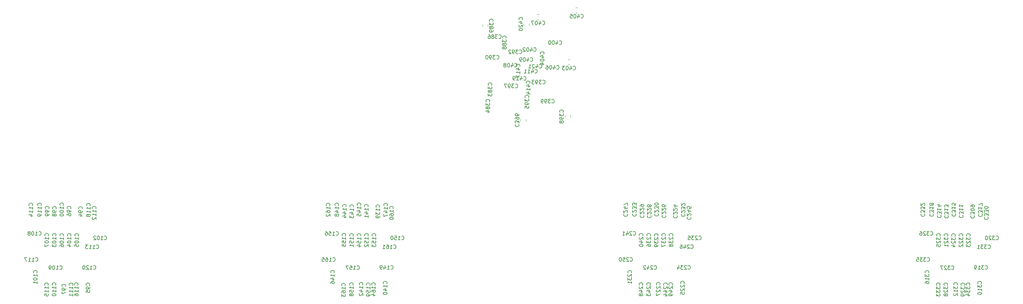
<source format=gbr>
G04 #@! TF.GenerationSoftware,KiCad,Pcbnew,5.99.0-unknown-1973153~101~ubuntu20.04.1*
G04 #@! TF.CreationDate,2020-06-25T18:30:07-04:00*
G04 #@! TF.ProjectId,L1Switch,4c315377-6974-4636-982e-6b696361645f,rev?*
G04 #@! TF.SameCoordinates,Original*
G04 #@! TF.FileFunction,Legend,Bot*
G04 #@! TF.FilePolarity,Positive*
%FSLAX46Y46*%
G04 Gerber Fmt 4.6, Leading zero omitted, Abs format (unit mm)*
G04 Created by KiCad (PCBNEW 5.99.0-unknown-1973153~101~ubuntu20.04.1) date 2020-06-25 18:30:07*
%MOMM*%
%LPD*%
G01*
G04 APERTURE LIST*
%ADD10C,0.150000*%
%ADD11C,0.120000*%
G04 APERTURE END LIST*
D10*
X218197797Y-81288307D02*
X218245416Y-81335926D01*
X218388273Y-81383545D01*
X218483511Y-81383545D01*
X218626369Y-81335926D01*
X218721607Y-81240688D01*
X218769226Y-81145450D01*
X218816845Y-80954974D01*
X218816845Y-80812117D01*
X218769226Y-80621641D01*
X218721607Y-80526403D01*
X218626369Y-80431165D01*
X218483511Y-80383545D01*
X218388273Y-80383545D01*
X218245416Y-80431165D01*
X218197797Y-80478784D01*
X217340654Y-80716879D02*
X217340654Y-81383545D01*
X217578750Y-80335926D02*
X217816845Y-81050212D01*
X217197797Y-81050212D01*
X216864464Y-80478784D02*
X216816845Y-80431165D01*
X216721607Y-80383545D01*
X216483511Y-80383545D01*
X216388273Y-80431165D01*
X216340654Y-80478784D01*
X216293035Y-80574022D01*
X216293035Y-80669260D01*
X216340654Y-80812117D01*
X216912083Y-81383545D01*
X216293035Y-81383545D01*
X215340654Y-81383545D02*
X215912083Y-81383545D01*
X215626369Y-81383545D02*
X215626369Y-80383545D01*
X215721607Y-80526403D01*
X215816845Y-80621641D01*
X215912083Y-80669260D01*
X213635892Y-68512117D02*
X213683511Y-68464498D01*
X213731130Y-68321641D01*
X213731130Y-68226403D01*
X213683511Y-68083545D01*
X213588273Y-67988307D01*
X213493035Y-67940688D01*
X213302559Y-67893069D01*
X213159702Y-67893069D01*
X212969226Y-67940688D01*
X212873988Y-67988307D01*
X212778750Y-68083545D01*
X212731130Y-68226403D01*
X212731130Y-68321641D01*
X212778750Y-68464498D01*
X212826369Y-68512117D01*
X213064464Y-69369260D02*
X213731130Y-69369260D01*
X212683511Y-69131165D02*
X213397797Y-68893069D01*
X213397797Y-69512117D01*
X212826369Y-69845450D02*
X212778750Y-69893069D01*
X212731130Y-69988307D01*
X212731130Y-70226403D01*
X212778750Y-70321641D01*
X212826369Y-70369260D01*
X212921607Y-70416879D01*
X213016845Y-70416879D01*
X213159702Y-70369260D01*
X213731130Y-69797831D01*
X213731130Y-70416879D01*
X212731130Y-71035926D02*
X212731130Y-71131165D01*
X212778750Y-71226403D01*
X212826369Y-71274022D01*
X212921607Y-71321641D01*
X213112083Y-71369260D01*
X213350178Y-71369260D01*
X213540654Y-71321641D01*
X213635892Y-71274022D01*
X213683511Y-71226403D01*
X213731130Y-71131165D01*
X213731130Y-71035926D01*
X213683511Y-70940688D01*
X213635892Y-70893069D01*
X213540654Y-70845450D01*
X213350178Y-70797831D01*
X213112083Y-70797831D01*
X212921607Y-70845450D01*
X212826369Y-70893069D01*
X212778750Y-70940688D01*
X212731130Y-71035926D01*
X213997797Y-84488307D02*
X214045416Y-84535926D01*
X214188273Y-84583545D01*
X214283511Y-84583545D01*
X214426369Y-84535926D01*
X214521607Y-84440688D01*
X214569226Y-84345450D01*
X214616845Y-84154974D01*
X214616845Y-84012117D01*
X214569226Y-83821641D01*
X214521607Y-83726403D01*
X214426369Y-83631165D01*
X214283511Y-83583545D01*
X214188273Y-83583545D01*
X214045416Y-83631165D01*
X213997797Y-83678784D01*
X213140654Y-83916879D02*
X213140654Y-84583545D01*
X213378750Y-83535926D02*
X213616845Y-84250212D01*
X212997797Y-84250212D01*
X212093035Y-84583545D02*
X212664464Y-84583545D01*
X212378750Y-84583545D02*
X212378750Y-83583545D01*
X212473988Y-83726403D01*
X212569226Y-83821641D01*
X212664464Y-83869260D01*
X211616845Y-84583545D02*
X211426369Y-84583545D01*
X211331130Y-84535926D01*
X211283511Y-84488307D01*
X211188273Y-84345450D01*
X211140654Y-84154974D01*
X211140654Y-83774022D01*
X211188273Y-83678784D01*
X211235892Y-83631165D01*
X211331130Y-83583545D01*
X211521607Y-83583545D01*
X211616845Y-83631165D01*
X211664464Y-83678784D01*
X211712083Y-83774022D01*
X211712083Y-84012117D01*
X211664464Y-84107355D01*
X211616845Y-84154974D01*
X211521607Y-84202593D01*
X211331130Y-84202593D01*
X211235892Y-84154974D01*
X211188273Y-84107355D01*
X211140654Y-84012117D01*
X212935892Y-80942117D02*
X212983511Y-80894498D01*
X213031130Y-80751641D01*
X213031130Y-80656403D01*
X212983511Y-80513545D01*
X212888273Y-80418307D01*
X212793035Y-80370688D01*
X212602559Y-80323069D01*
X212459702Y-80323069D01*
X212269226Y-80370688D01*
X212173988Y-80418307D01*
X212078750Y-80513545D01*
X212031130Y-80656403D01*
X212031130Y-80751641D01*
X212078750Y-80894498D01*
X212126369Y-80942117D01*
X212364464Y-81799260D02*
X213031130Y-81799260D01*
X211983511Y-81561165D02*
X212697797Y-81323069D01*
X212697797Y-81942117D01*
X213031130Y-82846879D02*
X213031130Y-82275450D01*
X213031130Y-82561165D02*
X212031130Y-82561165D01*
X212173988Y-82465926D01*
X212269226Y-82370688D01*
X212316845Y-82275450D01*
X212031130Y-83180212D02*
X212031130Y-83846879D01*
X213031130Y-83418307D01*
X215635892Y-85412117D02*
X215683511Y-85364498D01*
X215731130Y-85221641D01*
X215731130Y-85126403D01*
X215683511Y-84983545D01*
X215588273Y-84888307D01*
X215493035Y-84840688D01*
X215302559Y-84793069D01*
X215159702Y-84793069D01*
X214969226Y-84840688D01*
X214873988Y-84888307D01*
X214778750Y-84983545D01*
X214731130Y-85126403D01*
X214731130Y-85221641D01*
X214778750Y-85364498D01*
X214826369Y-85412117D01*
X215064464Y-86269260D02*
X215731130Y-86269260D01*
X214683511Y-86031165D02*
X215397797Y-85793069D01*
X215397797Y-86412117D01*
X215731130Y-87316879D02*
X215731130Y-86745450D01*
X215731130Y-87031165D02*
X214731130Y-87031165D01*
X214873988Y-86935926D01*
X214969226Y-86840688D01*
X215016845Y-86745450D01*
X215064464Y-88174022D02*
X215731130Y-88174022D01*
X214683511Y-87935926D02*
X215397797Y-87697831D01*
X215397797Y-88316879D01*
X216997797Y-82588307D02*
X217045416Y-82635926D01*
X217188273Y-82683545D01*
X217283511Y-82683545D01*
X217426369Y-82635926D01*
X217521607Y-82540688D01*
X217569226Y-82445450D01*
X217616845Y-82254974D01*
X217616845Y-82112117D01*
X217569226Y-81921641D01*
X217521607Y-81826403D01*
X217426369Y-81731165D01*
X217283511Y-81683545D01*
X217188273Y-81683545D01*
X217045416Y-81731165D01*
X216997797Y-81778784D01*
X216140654Y-82016879D02*
X216140654Y-82683545D01*
X216378750Y-81635926D02*
X216616845Y-82350212D01*
X215997797Y-82350212D01*
X215093035Y-82683545D02*
X215664464Y-82683545D01*
X215378750Y-82683545D02*
X215378750Y-81683545D01*
X215473988Y-81826403D01*
X215569226Y-81921641D01*
X215664464Y-81969260D01*
X214140654Y-82683545D02*
X214712083Y-82683545D01*
X214426369Y-82683545D02*
X214426369Y-81683545D01*
X214521607Y-81826403D01*
X214616845Y-81921641D01*
X214712083Y-81969260D01*
X215797797Y-79488307D02*
X215845416Y-79535926D01*
X215988273Y-79583545D01*
X216083511Y-79583545D01*
X216226369Y-79535926D01*
X216321607Y-79440688D01*
X216369226Y-79345450D01*
X216416845Y-79154974D01*
X216416845Y-79012117D01*
X216369226Y-78821641D01*
X216321607Y-78726403D01*
X216226369Y-78631165D01*
X216083511Y-78583545D01*
X215988273Y-78583545D01*
X215845416Y-78631165D01*
X215797797Y-78678784D01*
X214940654Y-78916879D02*
X214940654Y-79583545D01*
X215178750Y-78535926D02*
X215416845Y-79250212D01*
X214797797Y-79250212D01*
X214226369Y-78583545D02*
X214131130Y-78583545D01*
X214035892Y-78631165D01*
X213988273Y-78678784D01*
X213940654Y-78774022D01*
X213893035Y-78964498D01*
X213893035Y-79202593D01*
X213940654Y-79393069D01*
X213988273Y-79488307D01*
X214035892Y-79535926D01*
X214131130Y-79583545D01*
X214226369Y-79583545D01*
X214321607Y-79535926D01*
X214369226Y-79488307D01*
X214416845Y-79393069D01*
X214464464Y-79202593D01*
X214464464Y-78964498D01*
X214416845Y-78774022D01*
X214369226Y-78678784D01*
X214321607Y-78631165D01*
X214226369Y-78583545D01*
X213416845Y-79583545D02*
X213226369Y-79583545D01*
X213131130Y-79535926D01*
X213083511Y-79488307D01*
X212988273Y-79345450D01*
X212940654Y-79154974D01*
X212940654Y-78774022D01*
X212988273Y-78678784D01*
X213035892Y-78631165D01*
X213131130Y-78583545D01*
X213321607Y-78583545D01*
X213416845Y-78631165D01*
X213464464Y-78678784D01*
X213512083Y-78774022D01*
X213512083Y-79012117D01*
X213464464Y-79107355D01*
X213416845Y-79154974D01*
X213321607Y-79202593D01*
X213131130Y-79202593D01*
X213035892Y-79154974D01*
X212988273Y-79107355D01*
X212940654Y-79012117D01*
X211597797Y-80988307D02*
X211645416Y-81035926D01*
X211788273Y-81083545D01*
X211883511Y-81083545D01*
X212026369Y-81035926D01*
X212121607Y-80940688D01*
X212169226Y-80845450D01*
X212216845Y-80654974D01*
X212216845Y-80512117D01*
X212169226Y-80321641D01*
X212121607Y-80226403D01*
X212026369Y-80131165D01*
X211883511Y-80083545D01*
X211788273Y-80083545D01*
X211645416Y-80131165D01*
X211597797Y-80178784D01*
X210740654Y-80416879D02*
X210740654Y-81083545D01*
X210978750Y-80035926D02*
X211216845Y-80750212D01*
X210597797Y-80750212D01*
X210026369Y-80083545D02*
X209931130Y-80083545D01*
X209835892Y-80131165D01*
X209788273Y-80178784D01*
X209740654Y-80274022D01*
X209693035Y-80464498D01*
X209693035Y-80702593D01*
X209740654Y-80893069D01*
X209788273Y-80988307D01*
X209835892Y-81035926D01*
X209931130Y-81083545D01*
X210026369Y-81083545D01*
X210121607Y-81035926D01*
X210169226Y-80988307D01*
X210216845Y-80893069D01*
X210264464Y-80702593D01*
X210264464Y-80464498D01*
X210216845Y-80274022D01*
X210169226Y-80178784D01*
X210121607Y-80131165D01*
X210026369Y-80083545D01*
X209121607Y-80512117D02*
X209216845Y-80464498D01*
X209264464Y-80416879D01*
X209312083Y-80321641D01*
X209312083Y-80274022D01*
X209264464Y-80178784D01*
X209216845Y-80131165D01*
X209121607Y-80083545D01*
X208931130Y-80083545D01*
X208835892Y-80131165D01*
X208788273Y-80178784D01*
X208740654Y-80274022D01*
X208740654Y-80321641D01*
X208788273Y-80416879D01*
X208835892Y-80464498D01*
X208931130Y-80512117D01*
X209121607Y-80512117D01*
X209216845Y-80559736D01*
X209264464Y-80607355D01*
X209312083Y-80702593D01*
X209312083Y-80893069D01*
X209264464Y-80988307D01*
X209216845Y-81035926D01*
X209121607Y-81083545D01*
X208931130Y-81083545D01*
X208835892Y-81035926D01*
X208788273Y-80988307D01*
X208740654Y-80893069D01*
X208740654Y-80702593D01*
X208788273Y-80607355D01*
X208835892Y-80559736D01*
X208931130Y-80512117D01*
X218997797Y-69738307D02*
X219045416Y-69785926D01*
X219188273Y-69833545D01*
X219283511Y-69833545D01*
X219426369Y-69785926D01*
X219521607Y-69690688D01*
X219569226Y-69595450D01*
X219616845Y-69404974D01*
X219616845Y-69262117D01*
X219569226Y-69071641D01*
X219521607Y-68976403D01*
X219426369Y-68881165D01*
X219283511Y-68833545D01*
X219188273Y-68833545D01*
X219045416Y-68881165D01*
X218997797Y-68928784D01*
X218140654Y-69166879D02*
X218140654Y-69833545D01*
X218378750Y-68785926D02*
X218616845Y-69500212D01*
X217997797Y-69500212D01*
X217426369Y-68833545D02*
X217331130Y-68833545D01*
X217235892Y-68881165D01*
X217188273Y-68928784D01*
X217140654Y-69024022D01*
X217093035Y-69214498D01*
X217093035Y-69452593D01*
X217140654Y-69643069D01*
X217188273Y-69738307D01*
X217235892Y-69785926D01*
X217331130Y-69833545D01*
X217426369Y-69833545D01*
X217521607Y-69785926D01*
X217569226Y-69738307D01*
X217616845Y-69643069D01*
X217664464Y-69452593D01*
X217664464Y-69214498D01*
X217616845Y-69024022D01*
X217569226Y-68928784D01*
X217521607Y-68881165D01*
X217426369Y-68833545D01*
X216759702Y-68833545D02*
X216093035Y-68833545D01*
X216521607Y-69833545D01*
X222797797Y-81558307D02*
X222845416Y-81605926D01*
X222988273Y-81653545D01*
X223083511Y-81653545D01*
X223226369Y-81605926D01*
X223321607Y-81510688D01*
X223369226Y-81415450D01*
X223416845Y-81224974D01*
X223416845Y-81082117D01*
X223369226Y-80891641D01*
X223321607Y-80796403D01*
X223226369Y-80701165D01*
X223083511Y-80653545D01*
X222988273Y-80653545D01*
X222845416Y-80701165D01*
X222797797Y-80748784D01*
X221940654Y-80986879D02*
X221940654Y-81653545D01*
X222178750Y-80605926D02*
X222416845Y-81320212D01*
X221797797Y-81320212D01*
X221226369Y-80653545D02*
X221131130Y-80653545D01*
X221035892Y-80701165D01*
X220988273Y-80748784D01*
X220940654Y-80844022D01*
X220893035Y-81034498D01*
X220893035Y-81272593D01*
X220940654Y-81463069D01*
X220988273Y-81558307D01*
X221035892Y-81605926D01*
X221131130Y-81653545D01*
X221226369Y-81653545D01*
X221321607Y-81605926D01*
X221369226Y-81558307D01*
X221416845Y-81463069D01*
X221464464Y-81272593D01*
X221464464Y-81034498D01*
X221416845Y-80844022D01*
X221369226Y-80748784D01*
X221321607Y-80701165D01*
X221226369Y-80653545D01*
X220035892Y-80653545D02*
X220226369Y-80653545D01*
X220321607Y-80701165D01*
X220369226Y-80748784D01*
X220464464Y-80891641D01*
X220512083Y-81082117D01*
X220512083Y-81463069D01*
X220464464Y-81558307D01*
X220416845Y-81605926D01*
X220321607Y-81653545D01*
X220131130Y-81653545D01*
X220035892Y-81605926D01*
X219988273Y-81558307D01*
X219940654Y-81463069D01*
X219940654Y-81224974D01*
X219988273Y-81129736D01*
X220035892Y-81082117D01*
X220131130Y-81034498D01*
X220321607Y-81034498D01*
X220416845Y-81082117D01*
X220464464Y-81129736D01*
X220512083Y-81224974D01*
X229235297Y-67938307D02*
X229282916Y-67985926D01*
X229425773Y-68033545D01*
X229521011Y-68033545D01*
X229663869Y-67985926D01*
X229759107Y-67890688D01*
X229806726Y-67795450D01*
X229854345Y-67604974D01*
X229854345Y-67462117D01*
X229806726Y-67271641D01*
X229759107Y-67176403D01*
X229663869Y-67081165D01*
X229521011Y-67033545D01*
X229425773Y-67033545D01*
X229282916Y-67081165D01*
X229235297Y-67128784D01*
X228378154Y-67366879D02*
X228378154Y-68033545D01*
X228616250Y-66985926D02*
X228854345Y-67700212D01*
X228235297Y-67700212D01*
X227663869Y-67033545D02*
X227568630Y-67033545D01*
X227473392Y-67081165D01*
X227425773Y-67128784D01*
X227378154Y-67224022D01*
X227330535Y-67414498D01*
X227330535Y-67652593D01*
X227378154Y-67843069D01*
X227425773Y-67938307D01*
X227473392Y-67985926D01*
X227568630Y-68033545D01*
X227663869Y-68033545D01*
X227759107Y-67985926D01*
X227806726Y-67938307D01*
X227854345Y-67843069D01*
X227901964Y-67652593D01*
X227901964Y-67414498D01*
X227854345Y-67224022D01*
X227806726Y-67128784D01*
X227759107Y-67081165D01*
X227663869Y-67033545D01*
X226425773Y-67033545D02*
X226901964Y-67033545D01*
X226949583Y-67509736D01*
X226901964Y-67462117D01*
X226806726Y-67414498D01*
X226568630Y-67414498D01*
X226473392Y-67462117D01*
X226425773Y-67509736D01*
X226378154Y-67604974D01*
X226378154Y-67843069D01*
X226425773Y-67938307D01*
X226473392Y-67985926D01*
X226568630Y-68033545D01*
X226806726Y-68033545D01*
X226901964Y-67985926D01*
X226949583Y-67938307D01*
X219335892Y-77612117D02*
X219383511Y-77564498D01*
X219431130Y-77421641D01*
X219431130Y-77326403D01*
X219383511Y-77183545D01*
X219288273Y-77088307D01*
X219193035Y-77040688D01*
X219002559Y-76993069D01*
X218859702Y-76993069D01*
X218669226Y-77040688D01*
X218573988Y-77088307D01*
X218478750Y-77183545D01*
X218431130Y-77326403D01*
X218431130Y-77421641D01*
X218478750Y-77564498D01*
X218526369Y-77612117D01*
X218764464Y-78469260D02*
X219431130Y-78469260D01*
X218383511Y-78231165D02*
X219097797Y-77993069D01*
X219097797Y-78612117D01*
X218431130Y-79183545D02*
X218431130Y-79278784D01*
X218478750Y-79374022D01*
X218526369Y-79421641D01*
X218621607Y-79469260D01*
X218812083Y-79516879D01*
X219050178Y-79516879D01*
X219240654Y-79469260D01*
X219335892Y-79421641D01*
X219383511Y-79374022D01*
X219431130Y-79278784D01*
X219431130Y-79183545D01*
X219383511Y-79088307D01*
X219335892Y-79040688D01*
X219240654Y-78993069D01*
X219050178Y-78945450D01*
X218812083Y-78945450D01*
X218621607Y-78993069D01*
X218526369Y-79040688D01*
X218478750Y-79088307D01*
X218431130Y-79183545D01*
X218764464Y-80374022D02*
X219431130Y-80374022D01*
X218383511Y-80135926D02*
X219097797Y-79897831D01*
X219097797Y-80516879D01*
X227197797Y-81738307D02*
X227245416Y-81785926D01*
X227388273Y-81833545D01*
X227483511Y-81833545D01*
X227626369Y-81785926D01*
X227721607Y-81690688D01*
X227769226Y-81595450D01*
X227816845Y-81404974D01*
X227816845Y-81262117D01*
X227769226Y-81071641D01*
X227721607Y-80976403D01*
X227626369Y-80881165D01*
X227483511Y-80833545D01*
X227388273Y-80833545D01*
X227245416Y-80881165D01*
X227197797Y-80928784D01*
X226340654Y-81166879D02*
X226340654Y-81833545D01*
X226578750Y-80785926D02*
X226816845Y-81500212D01*
X226197797Y-81500212D01*
X225626369Y-80833545D02*
X225531130Y-80833545D01*
X225435892Y-80881165D01*
X225388273Y-80928784D01*
X225340654Y-81024022D01*
X225293035Y-81214498D01*
X225293035Y-81452593D01*
X225340654Y-81643069D01*
X225388273Y-81738307D01*
X225435892Y-81785926D01*
X225531130Y-81833545D01*
X225626369Y-81833545D01*
X225721607Y-81785926D01*
X225769226Y-81738307D01*
X225816845Y-81643069D01*
X225864464Y-81452593D01*
X225864464Y-81214498D01*
X225816845Y-81024022D01*
X225769226Y-80928784D01*
X225721607Y-80881165D01*
X225626369Y-80833545D01*
X224959702Y-80833545D02*
X224340654Y-80833545D01*
X224673988Y-81214498D01*
X224531130Y-81214498D01*
X224435892Y-81262117D01*
X224388273Y-81309736D01*
X224340654Y-81404974D01*
X224340654Y-81643069D01*
X224388273Y-81738307D01*
X224435892Y-81785926D01*
X224531130Y-81833545D01*
X224816845Y-81833545D01*
X224912083Y-81785926D01*
X224959702Y-81738307D01*
X216697797Y-76818307D02*
X216745416Y-76865926D01*
X216888273Y-76913545D01*
X216983511Y-76913545D01*
X217126369Y-76865926D01*
X217221607Y-76770688D01*
X217269226Y-76675450D01*
X217316845Y-76484974D01*
X217316845Y-76342117D01*
X217269226Y-76151641D01*
X217221607Y-76056403D01*
X217126369Y-75961165D01*
X216983511Y-75913545D01*
X216888273Y-75913545D01*
X216745416Y-75961165D01*
X216697797Y-76008784D01*
X215840654Y-76246879D02*
X215840654Y-76913545D01*
X216078750Y-75865926D02*
X216316845Y-76580212D01*
X215697797Y-76580212D01*
X215126369Y-75913545D02*
X215031130Y-75913545D01*
X214935892Y-75961165D01*
X214888273Y-76008784D01*
X214840654Y-76104022D01*
X214793035Y-76294498D01*
X214793035Y-76532593D01*
X214840654Y-76723069D01*
X214888273Y-76818307D01*
X214935892Y-76865926D01*
X215031130Y-76913545D01*
X215126369Y-76913545D01*
X215221607Y-76865926D01*
X215269226Y-76818307D01*
X215316845Y-76723069D01*
X215364464Y-76532593D01*
X215364464Y-76294498D01*
X215316845Y-76104022D01*
X215269226Y-76008784D01*
X215221607Y-75961165D01*
X215126369Y-75913545D01*
X214412083Y-76008784D02*
X214364464Y-75961165D01*
X214269226Y-75913545D01*
X214031130Y-75913545D01*
X213935892Y-75961165D01*
X213888273Y-76008784D01*
X213840654Y-76104022D01*
X213840654Y-76199260D01*
X213888273Y-76342117D01*
X214459702Y-76913545D01*
X213840654Y-76913545D01*
X223512797Y-74958307D02*
X223560416Y-75005926D01*
X223703273Y-75053545D01*
X223798511Y-75053545D01*
X223941369Y-75005926D01*
X224036607Y-74910688D01*
X224084226Y-74815450D01*
X224131845Y-74624974D01*
X224131845Y-74482117D01*
X224084226Y-74291641D01*
X224036607Y-74196403D01*
X223941369Y-74101165D01*
X223798511Y-74053545D01*
X223703273Y-74053545D01*
X223560416Y-74101165D01*
X223512797Y-74148784D01*
X222655654Y-74386879D02*
X222655654Y-75053545D01*
X222893750Y-74005926D02*
X223131845Y-74720212D01*
X222512797Y-74720212D01*
X221941369Y-74053545D02*
X221846130Y-74053545D01*
X221750892Y-74101165D01*
X221703273Y-74148784D01*
X221655654Y-74244022D01*
X221608035Y-74434498D01*
X221608035Y-74672593D01*
X221655654Y-74863069D01*
X221703273Y-74958307D01*
X221750892Y-75005926D01*
X221846130Y-75053545D01*
X221941369Y-75053545D01*
X222036607Y-75005926D01*
X222084226Y-74958307D01*
X222131845Y-74863069D01*
X222179464Y-74672593D01*
X222179464Y-74434498D01*
X222131845Y-74244022D01*
X222084226Y-74148784D01*
X222036607Y-74101165D01*
X221941369Y-74053545D01*
X220988988Y-74053545D02*
X220893750Y-74053545D01*
X220798511Y-74101165D01*
X220750892Y-74148784D01*
X220703273Y-74244022D01*
X220655654Y-74434498D01*
X220655654Y-74672593D01*
X220703273Y-74863069D01*
X220750892Y-74958307D01*
X220798511Y-75005926D01*
X220893750Y-75053545D01*
X220988988Y-75053545D01*
X221084226Y-75005926D01*
X221131845Y-74958307D01*
X221179464Y-74863069D01*
X221227083Y-74672593D01*
X221227083Y-74434498D01*
X221179464Y-74244022D01*
X221131845Y-74148784D01*
X221084226Y-74101165D01*
X220988988Y-74053545D01*
X221512797Y-90558307D02*
X221560416Y-90605926D01*
X221703273Y-90653545D01*
X221798511Y-90653545D01*
X221941369Y-90605926D01*
X222036607Y-90510688D01*
X222084226Y-90415450D01*
X222131845Y-90224974D01*
X222131845Y-90082117D01*
X222084226Y-89891641D01*
X222036607Y-89796403D01*
X221941369Y-89701165D01*
X221798511Y-89653545D01*
X221703273Y-89653545D01*
X221560416Y-89701165D01*
X221512797Y-89748784D01*
X221179464Y-89653545D02*
X220560416Y-89653545D01*
X220893750Y-90034498D01*
X220750892Y-90034498D01*
X220655654Y-90082117D01*
X220608035Y-90129736D01*
X220560416Y-90224974D01*
X220560416Y-90463069D01*
X220608035Y-90558307D01*
X220655654Y-90605926D01*
X220750892Y-90653545D01*
X221036607Y-90653545D01*
X221131845Y-90605926D01*
X221179464Y-90558307D01*
X220084226Y-90653545D02*
X219893750Y-90653545D01*
X219798511Y-90605926D01*
X219750892Y-90558307D01*
X219655654Y-90415450D01*
X219608035Y-90224974D01*
X219608035Y-89844022D01*
X219655654Y-89748784D01*
X219703273Y-89701165D01*
X219798511Y-89653545D01*
X219988988Y-89653545D01*
X220084226Y-89701165D01*
X220131845Y-89748784D01*
X220179464Y-89844022D01*
X220179464Y-90082117D01*
X220131845Y-90177355D01*
X220084226Y-90224974D01*
X219988988Y-90272593D01*
X219798511Y-90272593D01*
X219703273Y-90224974D01*
X219655654Y-90177355D01*
X219608035Y-90082117D01*
X219131845Y-90653545D02*
X218941369Y-90653545D01*
X218846130Y-90605926D01*
X218798511Y-90558307D01*
X218703273Y-90415450D01*
X218655654Y-90224974D01*
X218655654Y-89844022D01*
X218703273Y-89748784D01*
X218750892Y-89701165D01*
X218846130Y-89653545D01*
X219036607Y-89653545D01*
X219131845Y-89701165D01*
X219179464Y-89748784D01*
X219227083Y-89844022D01*
X219227083Y-90082117D01*
X219179464Y-90177355D01*
X219131845Y-90224974D01*
X219036607Y-90272593D01*
X218846130Y-90272593D01*
X218750892Y-90224974D01*
X218703273Y-90177355D01*
X218655654Y-90082117D01*
X224485892Y-93112117D02*
X224533511Y-93064498D01*
X224581130Y-92921641D01*
X224581130Y-92826403D01*
X224533511Y-92683545D01*
X224438273Y-92588307D01*
X224343035Y-92540688D01*
X224152559Y-92493069D01*
X224009702Y-92493069D01*
X223819226Y-92540688D01*
X223723988Y-92588307D01*
X223628750Y-92683545D01*
X223581130Y-92826403D01*
X223581130Y-92921641D01*
X223628750Y-93064498D01*
X223676369Y-93112117D01*
X223581130Y-93445450D02*
X223581130Y-94064498D01*
X223962083Y-93731165D01*
X223962083Y-93874022D01*
X224009702Y-93969260D01*
X224057321Y-94016879D01*
X224152559Y-94064498D01*
X224390654Y-94064498D01*
X224485892Y-94016879D01*
X224533511Y-93969260D01*
X224581130Y-93874022D01*
X224581130Y-93588307D01*
X224533511Y-93493069D01*
X224485892Y-93445450D01*
X224581130Y-94540688D02*
X224581130Y-94731165D01*
X224533511Y-94826403D01*
X224485892Y-94874022D01*
X224343035Y-94969260D01*
X224152559Y-95016879D01*
X223771607Y-95016879D01*
X223676369Y-94969260D01*
X223628750Y-94921641D01*
X223581130Y-94826403D01*
X223581130Y-94635926D01*
X223628750Y-94540688D01*
X223676369Y-94493069D01*
X223771607Y-94445450D01*
X224009702Y-94445450D01*
X224104940Y-94493069D01*
X224152559Y-94540688D01*
X224200178Y-94635926D01*
X224200178Y-94826403D01*
X224152559Y-94921641D01*
X224104940Y-94969260D01*
X224009702Y-95016879D01*
X224009702Y-95588307D02*
X223962083Y-95493069D01*
X223914464Y-95445450D01*
X223819226Y-95397831D01*
X223771607Y-95397831D01*
X223676369Y-95445450D01*
X223628750Y-95493069D01*
X223581130Y-95588307D01*
X223581130Y-95778784D01*
X223628750Y-95874022D01*
X223676369Y-95921641D01*
X223771607Y-95969260D01*
X223819226Y-95969260D01*
X223914464Y-95921641D01*
X223962083Y-95874022D01*
X224009702Y-95778784D01*
X224009702Y-95588307D01*
X224057321Y-95493069D01*
X224104940Y-95445450D01*
X224200178Y-95397831D01*
X224390654Y-95397831D01*
X224485892Y-95445450D01*
X224533511Y-95493069D01*
X224581130Y-95588307D01*
X224581130Y-95778784D01*
X224533511Y-95874022D01*
X224485892Y-95921641D01*
X224390654Y-95969260D01*
X224200178Y-95969260D01*
X224104940Y-95921641D01*
X224057321Y-95874022D01*
X224009702Y-95778784D01*
X211797797Y-86518307D02*
X211845416Y-86565926D01*
X211988273Y-86613545D01*
X212083511Y-86613545D01*
X212226369Y-86565926D01*
X212321607Y-86470688D01*
X212369226Y-86375450D01*
X212416845Y-86184974D01*
X212416845Y-86042117D01*
X212369226Y-85851641D01*
X212321607Y-85756403D01*
X212226369Y-85661165D01*
X212083511Y-85613545D01*
X211988273Y-85613545D01*
X211845416Y-85661165D01*
X211797797Y-85708784D01*
X211464464Y-85613545D02*
X210845416Y-85613545D01*
X211178750Y-85994498D01*
X211035892Y-85994498D01*
X210940654Y-86042117D01*
X210893035Y-86089736D01*
X210845416Y-86184974D01*
X210845416Y-86423069D01*
X210893035Y-86518307D01*
X210940654Y-86565926D01*
X211035892Y-86613545D01*
X211321607Y-86613545D01*
X211416845Y-86565926D01*
X211464464Y-86518307D01*
X210369226Y-86613545D02*
X210178750Y-86613545D01*
X210083511Y-86565926D01*
X210035892Y-86518307D01*
X209940654Y-86375450D01*
X209893035Y-86184974D01*
X209893035Y-85804022D01*
X209940654Y-85708784D01*
X209988273Y-85661165D01*
X210083511Y-85613545D01*
X210273988Y-85613545D01*
X210369226Y-85661165D01*
X210416845Y-85708784D01*
X210464464Y-85804022D01*
X210464464Y-86042117D01*
X210416845Y-86137355D01*
X210369226Y-86184974D01*
X210273988Y-86232593D01*
X210083511Y-86232593D01*
X209988273Y-86184974D01*
X209940654Y-86137355D01*
X209893035Y-86042117D01*
X209559702Y-85613545D02*
X208893035Y-85613545D01*
X209321607Y-86613545D01*
X211871607Y-96350212D02*
X211823988Y-96397831D01*
X211776369Y-96540688D01*
X211776369Y-96635926D01*
X211823988Y-96778784D01*
X211919226Y-96874022D01*
X212014464Y-96921641D01*
X212204940Y-96969260D01*
X212347797Y-96969260D01*
X212538273Y-96921641D01*
X212633511Y-96874022D01*
X212728750Y-96778784D01*
X212776369Y-96635926D01*
X212776369Y-96540688D01*
X212728750Y-96397831D01*
X212681130Y-96350212D01*
X212776369Y-96016879D02*
X212776369Y-95397831D01*
X212395416Y-95731165D01*
X212395416Y-95588307D01*
X212347797Y-95493069D01*
X212300178Y-95445450D01*
X212204940Y-95397831D01*
X211966845Y-95397831D01*
X211871607Y-95445450D01*
X211823988Y-95493069D01*
X211776369Y-95588307D01*
X211776369Y-95874022D01*
X211823988Y-95969260D01*
X211871607Y-96016879D01*
X211776369Y-94921641D02*
X211776369Y-94731165D01*
X211823988Y-94635926D01*
X211871607Y-94588307D01*
X212014464Y-94493069D01*
X212204940Y-94445450D01*
X212585892Y-94445450D01*
X212681130Y-94493069D01*
X212728750Y-94540688D01*
X212776369Y-94635926D01*
X212776369Y-94826403D01*
X212728750Y-94921641D01*
X212681130Y-94969260D01*
X212585892Y-95016879D01*
X212347797Y-95016879D01*
X212252559Y-94969260D01*
X212204940Y-94921641D01*
X212157321Y-94826403D01*
X212157321Y-94635926D01*
X212204940Y-94540688D01*
X212252559Y-94493069D01*
X212347797Y-94445450D01*
X212776369Y-93588307D02*
X212776369Y-93778784D01*
X212728750Y-93874022D01*
X212681130Y-93921641D01*
X212538273Y-94016879D01*
X212347797Y-94064498D01*
X211966845Y-94064498D01*
X211871607Y-94016879D01*
X211823988Y-93969260D01*
X211776369Y-93874022D01*
X211776369Y-93683545D01*
X211823988Y-93588307D01*
X211871607Y-93540688D01*
X211966845Y-93493069D01*
X212204940Y-93493069D01*
X212300178Y-93540688D01*
X212347797Y-93588307D01*
X212395416Y-93683545D01*
X212395416Y-93874022D01*
X212347797Y-93969260D01*
X212300178Y-94016879D01*
X212204940Y-94064498D01*
X215265892Y-89197117D02*
X215313511Y-89149498D01*
X215361130Y-89006641D01*
X215361130Y-88911403D01*
X215313511Y-88768545D01*
X215218273Y-88673307D01*
X215123035Y-88625688D01*
X214932559Y-88578069D01*
X214789702Y-88578069D01*
X214599226Y-88625688D01*
X214503988Y-88673307D01*
X214408750Y-88768545D01*
X214361130Y-88911403D01*
X214361130Y-89006641D01*
X214408750Y-89149498D01*
X214456369Y-89197117D01*
X214361130Y-89530450D02*
X214361130Y-90149498D01*
X214742083Y-89816165D01*
X214742083Y-89959022D01*
X214789702Y-90054260D01*
X214837321Y-90101879D01*
X214932559Y-90149498D01*
X215170654Y-90149498D01*
X215265892Y-90101879D01*
X215313511Y-90054260D01*
X215361130Y-89959022D01*
X215361130Y-89673307D01*
X215313511Y-89578069D01*
X215265892Y-89530450D01*
X215361130Y-90625688D02*
X215361130Y-90816165D01*
X215313511Y-90911403D01*
X215265892Y-90959022D01*
X215123035Y-91054260D01*
X214932559Y-91101879D01*
X214551607Y-91101879D01*
X214456369Y-91054260D01*
X214408750Y-91006641D01*
X214361130Y-90911403D01*
X214361130Y-90720926D01*
X214408750Y-90625688D01*
X214456369Y-90578069D01*
X214551607Y-90530450D01*
X214789702Y-90530450D01*
X214884940Y-90578069D01*
X214932559Y-90625688D01*
X214980178Y-90720926D01*
X214980178Y-90911403D01*
X214932559Y-91006641D01*
X214884940Y-91054260D01*
X214789702Y-91101879D01*
X214361130Y-92006641D02*
X214361130Y-91530450D01*
X214837321Y-91482831D01*
X214789702Y-91530450D01*
X214742083Y-91625688D01*
X214742083Y-91863784D01*
X214789702Y-91959022D01*
X214837321Y-92006641D01*
X214932559Y-92054260D01*
X215170654Y-92054260D01*
X215265892Y-92006641D01*
X215313511Y-91959022D01*
X215361130Y-91863784D01*
X215361130Y-91625688D01*
X215313511Y-91530450D01*
X215265892Y-91482831D01*
X219097797Y-85488307D02*
X219145416Y-85535926D01*
X219288273Y-85583545D01*
X219383511Y-85583545D01*
X219526369Y-85535926D01*
X219621607Y-85440688D01*
X219669226Y-85345450D01*
X219716845Y-85154974D01*
X219716845Y-85012117D01*
X219669226Y-84821641D01*
X219621607Y-84726403D01*
X219526369Y-84631165D01*
X219383511Y-84583545D01*
X219288273Y-84583545D01*
X219145416Y-84631165D01*
X219097797Y-84678784D01*
X218764464Y-84583545D02*
X218145416Y-84583545D01*
X218478750Y-84964498D01*
X218335892Y-84964498D01*
X218240654Y-85012117D01*
X218193035Y-85059736D01*
X218145416Y-85154974D01*
X218145416Y-85393069D01*
X218193035Y-85488307D01*
X218240654Y-85535926D01*
X218335892Y-85583545D01*
X218621607Y-85583545D01*
X218716845Y-85535926D01*
X218764464Y-85488307D01*
X217669226Y-85583545D02*
X217478750Y-85583545D01*
X217383511Y-85535926D01*
X217335892Y-85488307D01*
X217240654Y-85345450D01*
X217193035Y-85154974D01*
X217193035Y-84774022D01*
X217240654Y-84678784D01*
X217288273Y-84631165D01*
X217383511Y-84583545D01*
X217573988Y-84583545D01*
X217669226Y-84631165D01*
X217716845Y-84678784D01*
X217764464Y-84774022D01*
X217764464Y-85012117D01*
X217716845Y-85107355D01*
X217669226Y-85154974D01*
X217573988Y-85202593D01*
X217383511Y-85202593D01*
X217288273Y-85154974D01*
X217240654Y-85107355D01*
X217193035Y-85012117D01*
X216859702Y-84583545D02*
X216240654Y-84583545D01*
X216573988Y-84964498D01*
X216431130Y-84964498D01*
X216335892Y-85012117D01*
X216288273Y-85059736D01*
X216240654Y-85154974D01*
X216240654Y-85393069D01*
X216288273Y-85488307D01*
X216335892Y-85535926D01*
X216431130Y-85583545D01*
X216716845Y-85583545D01*
X216812083Y-85535926D01*
X216859702Y-85488307D01*
X212882797Y-77418307D02*
X212930416Y-77465926D01*
X213073273Y-77513545D01*
X213168511Y-77513545D01*
X213311369Y-77465926D01*
X213406607Y-77370688D01*
X213454226Y-77275450D01*
X213501845Y-77084974D01*
X213501845Y-76942117D01*
X213454226Y-76751641D01*
X213406607Y-76656403D01*
X213311369Y-76561165D01*
X213168511Y-76513545D01*
X213073273Y-76513545D01*
X212930416Y-76561165D01*
X212882797Y-76608784D01*
X212549464Y-76513545D02*
X211930416Y-76513545D01*
X212263750Y-76894498D01*
X212120892Y-76894498D01*
X212025654Y-76942117D01*
X211978035Y-76989736D01*
X211930416Y-77084974D01*
X211930416Y-77323069D01*
X211978035Y-77418307D01*
X212025654Y-77465926D01*
X212120892Y-77513545D01*
X212406607Y-77513545D01*
X212501845Y-77465926D01*
X212549464Y-77418307D01*
X211454226Y-77513545D02*
X211263750Y-77513545D01*
X211168511Y-77465926D01*
X211120892Y-77418307D01*
X211025654Y-77275450D01*
X210978035Y-77084974D01*
X210978035Y-76704022D01*
X211025654Y-76608784D01*
X211073273Y-76561165D01*
X211168511Y-76513545D01*
X211358988Y-76513545D01*
X211454226Y-76561165D01*
X211501845Y-76608784D01*
X211549464Y-76704022D01*
X211549464Y-76942117D01*
X211501845Y-77037355D01*
X211454226Y-77084974D01*
X211358988Y-77132593D01*
X211168511Y-77132593D01*
X211073273Y-77084974D01*
X211025654Y-77037355D01*
X210978035Y-76942117D01*
X210597083Y-76608784D02*
X210549464Y-76561165D01*
X210454226Y-76513545D01*
X210216130Y-76513545D01*
X210120892Y-76561165D01*
X210073273Y-76608784D01*
X210025654Y-76704022D01*
X210025654Y-76799260D01*
X210073273Y-76942117D01*
X210644702Y-77513545D01*
X210025654Y-77513545D01*
X206797797Y-78858307D02*
X206845416Y-78905926D01*
X206988273Y-78953545D01*
X207083511Y-78953545D01*
X207226369Y-78905926D01*
X207321607Y-78810688D01*
X207369226Y-78715450D01*
X207416845Y-78524974D01*
X207416845Y-78382117D01*
X207369226Y-78191641D01*
X207321607Y-78096403D01*
X207226369Y-78001165D01*
X207083511Y-77953545D01*
X206988273Y-77953545D01*
X206845416Y-78001165D01*
X206797797Y-78048784D01*
X206464464Y-77953545D02*
X205845416Y-77953545D01*
X206178750Y-78334498D01*
X206035892Y-78334498D01*
X205940654Y-78382117D01*
X205893035Y-78429736D01*
X205845416Y-78524974D01*
X205845416Y-78763069D01*
X205893035Y-78858307D01*
X205940654Y-78905926D01*
X206035892Y-78953545D01*
X206321607Y-78953545D01*
X206416845Y-78905926D01*
X206464464Y-78858307D01*
X205369226Y-78953545D02*
X205178750Y-78953545D01*
X205083511Y-78905926D01*
X205035892Y-78858307D01*
X204940654Y-78715450D01*
X204893035Y-78524974D01*
X204893035Y-78144022D01*
X204940654Y-78048784D01*
X204988273Y-78001165D01*
X205083511Y-77953545D01*
X205273988Y-77953545D01*
X205369226Y-78001165D01*
X205416845Y-78048784D01*
X205464464Y-78144022D01*
X205464464Y-78382117D01*
X205416845Y-78477355D01*
X205369226Y-78524974D01*
X205273988Y-78572593D01*
X205083511Y-78572593D01*
X204988273Y-78524974D01*
X204940654Y-78477355D01*
X204893035Y-78382117D01*
X204273988Y-77953545D02*
X204178750Y-77953545D01*
X204083511Y-78001165D01*
X204035892Y-78048784D01*
X203988273Y-78144022D01*
X203940654Y-78334498D01*
X203940654Y-78572593D01*
X203988273Y-78763069D01*
X204035892Y-78858307D01*
X204083511Y-78905926D01*
X204178750Y-78953545D01*
X204273988Y-78953545D01*
X204369226Y-78905926D01*
X204416845Y-78858307D01*
X204464464Y-78763069D01*
X204512083Y-78572593D01*
X204512083Y-78334498D01*
X204464464Y-78144022D01*
X204416845Y-78048784D01*
X204369226Y-78001165D01*
X204273988Y-77953545D01*
X205785892Y-68912117D02*
X205833511Y-68864498D01*
X205881130Y-68721641D01*
X205881130Y-68626403D01*
X205833511Y-68483545D01*
X205738273Y-68388307D01*
X205643035Y-68340688D01*
X205452559Y-68293069D01*
X205309702Y-68293069D01*
X205119226Y-68340688D01*
X205023988Y-68388307D01*
X204928750Y-68483545D01*
X204881130Y-68626403D01*
X204881130Y-68721641D01*
X204928750Y-68864498D01*
X204976369Y-68912117D01*
X204881130Y-69245450D02*
X204881130Y-69864498D01*
X205262083Y-69531165D01*
X205262083Y-69674022D01*
X205309702Y-69769260D01*
X205357321Y-69816879D01*
X205452559Y-69864498D01*
X205690654Y-69864498D01*
X205785892Y-69816879D01*
X205833511Y-69769260D01*
X205881130Y-69674022D01*
X205881130Y-69388307D01*
X205833511Y-69293069D01*
X205785892Y-69245450D01*
X205309702Y-70435926D02*
X205262083Y-70340688D01*
X205214464Y-70293069D01*
X205119226Y-70245450D01*
X205071607Y-70245450D01*
X204976369Y-70293069D01*
X204928750Y-70340688D01*
X204881130Y-70435926D01*
X204881130Y-70626403D01*
X204928750Y-70721641D01*
X204976369Y-70769260D01*
X205071607Y-70816879D01*
X205119226Y-70816879D01*
X205214464Y-70769260D01*
X205262083Y-70721641D01*
X205309702Y-70626403D01*
X205309702Y-70435926D01*
X205357321Y-70340688D01*
X205404940Y-70293069D01*
X205500178Y-70245450D01*
X205690654Y-70245450D01*
X205785892Y-70293069D01*
X205833511Y-70340688D01*
X205881130Y-70435926D01*
X205881130Y-70626403D01*
X205833511Y-70721641D01*
X205785892Y-70769260D01*
X205690654Y-70816879D01*
X205500178Y-70816879D01*
X205404940Y-70769260D01*
X205357321Y-70721641D01*
X205309702Y-70626403D01*
X205881130Y-71293069D02*
X205881130Y-71483545D01*
X205833511Y-71578784D01*
X205785892Y-71626403D01*
X205643035Y-71721641D01*
X205452559Y-71769260D01*
X205071607Y-71769260D01*
X204976369Y-71721641D01*
X204928750Y-71674022D01*
X204881130Y-71578784D01*
X204881130Y-71388307D01*
X204928750Y-71293069D01*
X204976369Y-71245450D01*
X205071607Y-71197831D01*
X205309702Y-71197831D01*
X205404940Y-71245450D01*
X205452559Y-71293069D01*
X205500178Y-71388307D01*
X205500178Y-71578784D01*
X205452559Y-71674022D01*
X205404940Y-71721641D01*
X205309702Y-71769260D01*
X209265892Y-73412117D02*
X209313511Y-73364498D01*
X209361130Y-73221641D01*
X209361130Y-73126403D01*
X209313511Y-72983545D01*
X209218273Y-72888307D01*
X209123035Y-72840688D01*
X208932559Y-72793069D01*
X208789702Y-72793069D01*
X208599226Y-72840688D01*
X208503988Y-72888307D01*
X208408750Y-72983545D01*
X208361130Y-73126403D01*
X208361130Y-73221641D01*
X208408750Y-73364498D01*
X208456369Y-73412117D01*
X208361130Y-73745450D02*
X208361130Y-74364498D01*
X208742083Y-74031165D01*
X208742083Y-74174022D01*
X208789702Y-74269260D01*
X208837321Y-74316879D01*
X208932559Y-74364498D01*
X209170654Y-74364498D01*
X209265892Y-74316879D01*
X209313511Y-74269260D01*
X209361130Y-74174022D01*
X209361130Y-73888307D01*
X209313511Y-73793069D01*
X209265892Y-73745450D01*
X208789702Y-74935926D02*
X208742083Y-74840688D01*
X208694464Y-74793069D01*
X208599226Y-74745450D01*
X208551607Y-74745450D01*
X208456369Y-74793069D01*
X208408750Y-74840688D01*
X208361130Y-74935926D01*
X208361130Y-75126403D01*
X208408750Y-75221641D01*
X208456369Y-75269260D01*
X208551607Y-75316879D01*
X208599226Y-75316879D01*
X208694464Y-75269260D01*
X208742083Y-75221641D01*
X208789702Y-75126403D01*
X208789702Y-74935926D01*
X208837321Y-74840688D01*
X208884940Y-74793069D01*
X208980178Y-74745450D01*
X209170654Y-74745450D01*
X209265892Y-74793069D01*
X209313511Y-74840688D01*
X209361130Y-74935926D01*
X209361130Y-75126403D01*
X209313511Y-75221641D01*
X209265892Y-75269260D01*
X209170654Y-75316879D01*
X208980178Y-75316879D01*
X208884940Y-75269260D01*
X208837321Y-75221641D01*
X208789702Y-75126403D01*
X208789702Y-75888307D02*
X208742083Y-75793069D01*
X208694464Y-75745450D01*
X208599226Y-75697831D01*
X208551607Y-75697831D01*
X208456369Y-75745450D01*
X208408750Y-75793069D01*
X208361130Y-75888307D01*
X208361130Y-76078784D01*
X208408750Y-76174022D01*
X208456369Y-76221641D01*
X208551607Y-76269260D01*
X208599226Y-76269260D01*
X208694464Y-76221641D01*
X208742083Y-76174022D01*
X208789702Y-76078784D01*
X208789702Y-75888307D01*
X208837321Y-75793069D01*
X208884940Y-75745450D01*
X208980178Y-75697831D01*
X209170654Y-75697831D01*
X209265892Y-75745450D01*
X209313511Y-75793069D01*
X209361130Y-75888307D01*
X209361130Y-76078784D01*
X209313511Y-76174022D01*
X209265892Y-76221641D01*
X209170654Y-76269260D01*
X208980178Y-76269260D01*
X208884940Y-76221641D01*
X208837321Y-76174022D01*
X208789702Y-76078784D01*
X207397797Y-73388307D02*
X207445416Y-73435926D01*
X207588273Y-73483545D01*
X207683511Y-73483545D01*
X207826369Y-73435926D01*
X207921607Y-73340688D01*
X207969226Y-73245450D01*
X208016845Y-73054974D01*
X208016845Y-72912117D01*
X207969226Y-72721641D01*
X207921607Y-72626403D01*
X207826369Y-72531165D01*
X207683511Y-72483545D01*
X207588273Y-72483545D01*
X207445416Y-72531165D01*
X207397797Y-72578784D01*
X207064464Y-72483545D02*
X206445416Y-72483545D01*
X206778750Y-72864498D01*
X206635892Y-72864498D01*
X206540654Y-72912117D01*
X206493035Y-72959736D01*
X206445416Y-73054974D01*
X206445416Y-73293069D01*
X206493035Y-73388307D01*
X206540654Y-73435926D01*
X206635892Y-73483545D01*
X206921607Y-73483545D01*
X207016845Y-73435926D01*
X207064464Y-73388307D01*
X205873988Y-72912117D02*
X205969226Y-72864498D01*
X206016845Y-72816879D01*
X206064464Y-72721641D01*
X206064464Y-72674022D01*
X206016845Y-72578784D01*
X205969226Y-72531165D01*
X205873988Y-72483545D01*
X205683511Y-72483545D01*
X205588273Y-72531165D01*
X205540654Y-72578784D01*
X205493035Y-72674022D01*
X205493035Y-72721641D01*
X205540654Y-72816879D01*
X205588273Y-72864498D01*
X205683511Y-72912117D01*
X205873988Y-72912117D01*
X205969226Y-72959736D01*
X206016845Y-73007355D01*
X206064464Y-73102593D01*
X206064464Y-73293069D01*
X206016845Y-73388307D01*
X205969226Y-73435926D01*
X205873988Y-73483545D01*
X205683511Y-73483545D01*
X205588273Y-73435926D01*
X205540654Y-73388307D01*
X205493035Y-73293069D01*
X205493035Y-73102593D01*
X205540654Y-73007355D01*
X205588273Y-72959736D01*
X205683511Y-72912117D01*
X204635892Y-72483545D02*
X204826369Y-72483545D01*
X204921607Y-72531165D01*
X204969226Y-72578784D01*
X205064464Y-72721641D01*
X205112083Y-72912117D01*
X205112083Y-73293069D01*
X205064464Y-73388307D01*
X205016845Y-73435926D01*
X204921607Y-73483545D01*
X204731130Y-73483545D01*
X204635892Y-73435926D01*
X204588273Y-73388307D01*
X204540654Y-73293069D01*
X204540654Y-73054974D01*
X204588273Y-72959736D01*
X204635892Y-72912117D01*
X204731130Y-72864498D01*
X204921607Y-72864498D01*
X205016845Y-72912117D01*
X205064464Y-72959736D01*
X205112083Y-73054974D01*
X204865892Y-90312117D02*
X204913511Y-90264498D01*
X204961130Y-90121641D01*
X204961130Y-90026403D01*
X204913511Y-89883545D01*
X204818273Y-89788307D01*
X204723035Y-89740688D01*
X204532559Y-89693069D01*
X204389702Y-89693069D01*
X204199226Y-89740688D01*
X204103988Y-89788307D01*
X204008750Y-89883545D01*
X203961130Y-90026403D01*
X203961130Y-90121641D01*
X204008750Y-90264498D01*
X204056369Y-90312117D01*
X203961130Y-90645450D02*
X203961130Y-91264498D01*
X204342083Y-90931165D01*
X204342083Y-91074022D01*
X204389702Y-91169260D01*
X204437321Y-91216879D01*
X204532559Y-91264498D01*
X204770654Y-91264498D01*
X204865892Y-91216879D01*
X204913511Y-91169260D01*
X204961130Y-91074022D01*
X204961130Y-90788307D01*
X204913511Y-90693069D01*
X204865892Y-90645450D01*
X204389702Y-91835926D02*
X204342083Y-91740688D01*
X204294464Y-91693069D01*
X204199226Y-91645450D01*
X204151607Y-91645450D01*
X204056369Y-91693069D01*
X204008750Y-91740688D01*
X203961130Y-91835926D01*
X203961130Y-92026403D01*
X204008750Y-92121641D01*
X204056369Y-92169260D01*
X204151607Y-92216879D01*
X204199226Y-92216879D01*
X204294464Y-92169260D01*
X204342083Y-92121641D01*
X204389702Y-92026403D01*
X204389702Y-91835926D01*
X204437321Y-91740688D01*
X204484940Y-91693069D01*
X204580178Y-91645450D01*
X204770654Y-91645450D01*
X204865892Y-91693069D01*
X204913511Y-91740688D01*
X204961130Y-91835926D01*
X204961130Y-92026403D01*
X204913511Y-92121641D01*
X204865892Y-92169260D01*
X204770654Y-92216879D01*
X204580178Y-92216879D01*
X204484940Y-92169260D01*
X204437321Y-92121641D01*
X204389702Y-92026403D01*
X204294464Y-93074022D02*
X204961130Y-93074022D01*
X203913511Y-92835926D02*
X204627797Y-92597831D01*
X204627797Y-93216879D01*
X205465892Y-85912117D02*
X205513511Y-85864498D01*
X205561130Y-85721641D01*
X205561130Y-85626403D01*
X205513511Y-85483545D01*
X205418273Y-85388307D01*
X205323035Y-85340688D01*
X205132559Y-85293069D01*
X204989702Y-85293069D01*
X204799226Y-85340688D01*
X204703988Y-85388307D01*
X204608750Y-85483545D01*
X204561130Y-85626403D01*
X204561130Y-85721641D01*
X204608750Y-85864498D01*
X204656369Y-85912117D01*
X204561130Y-86245450D02*
X204561130Y-86864498D01*
X204942083Y-86531165D01*
X204942083Y-86674022D01*
X204989702Y-86769260D01*
X205037321Y-86816879D01*
X205132559Y-86864498D01*
X205370654Y-86864498D01*
X205465892Y-86816879D01*
X205513511Y-86769260D01*
X205561130Y-86674022D01*
X205561130Y-86388307D01*
X205513511Y-86293069D01*
X205465892Y-86245450D01*
X204989702Y-87435926D02*
X204942083Y-87340688D01*
X204894464Y-87293069D01*
X204799226Y-87245450D01*
X204751607Y-87245450D01*
X204656369Y-87293069D01*
X204608750Y-87340688D01*
X204561130Y-87435926D01*
X204561130Y-87626403D01*
X204608750Y-87721641D01*
X204656369Y-87769260D01*
X204751607Y-87816879D01*
X204799226Y-87816879D01*
X204894464Y-87769260D01*
X204942083Y-87721641D01*
X204989702Y-87626403D01*
X204989702Y-87435926D01*
X205037321Y-87340688D01*
X205084940Y-87293069D01*
X205180178Y-87245450D01*
X205370654Y-87245450D01*
X205465892Y-87293069D01*
X205513511Y-87340688D01*
X205561130Y-87435926D01*
X205561130Y-87626403D01*
X205513511Y-87721641D01*
X205465892Y-87769260D01*
X205370654Y-87816879D01*
X205180178Y-87816879D01*
X205084940Y-87769260D01*
X205037321Y-87721641D01*
X204989702Y-87626403D01*
X204561130Y-88150212D02*
X204561130Y-88769260D01*
X204942083Y-88435926D01*
X204942083Y-88578784D01*
X204989702Y-88674022D01*
X205037321Y-88721641D01*
X205132559Y-88769260D01*
X205370654Y-88769260D01*
X205465892Y-88721641D01*
X205513511Y-88674022D01*
X205561130Y-88578784D01*
X205561130Y-88293069D01*
X205513511Y-88197831D01*
X205465892Y-88150212D01*
X166435892Y-139312117D02*
X166483511Y-139264498D01*
X166531130Y-139121641D01*
X166531130Y-139026403D01*
X166483511Y-138883545D01*
X166388273Y-138788307D01*
X166293035Y-138740688D01*
X166102559Y-138693069D01*
X165959702Y-138693069D01*
X165769226Y-138740688D01*
X165673988Y-138788307D01*
X165578750Y-138883545D01*
X165531130Y-139026403D01*
X165531130Y-139121641D01*
X165578750Y-139264498D01*
X165626369Y-139312117D01*
X166531130Y-140264498D02*
X166531130Y-139693069D01*
X166531130Y-139978784D02*
X165531130Y-139978784D01*
X165673988Y-139883545D01*
X165769226Y-139788307D01*
X165816845Y-139693069D01*
X165531130Y-141121641D02*
X165531130Y-140931165D01*
X165578750Y-140835926D01*
X165626369Y-140788307D01*
X165769226Y-140693069D01*
X165959702Y-140645450D01*
X166340654Y-140645450D01*
X166435892Y-140693069D01*
X166483511Y-140740688D01*
X166531130Y-140835926D01*
X166531130Y-141026403D01*
X166483511Y-141121641D01*
X166435892Y-141169260D01*
X166340654Y-141216879D01*
X166102559Y-141216879D01*
X166007321Y-141169260D01*
X165959702Y-141121641D01*
X165912083Y-141026403D01*
X165912083Y-140835926D01*
X165959702Y-140740688D01*
X166007321Y-140693069D01*
X166102559Y-140645450D01*
X165531130Y-141550212D02*
X165531130Y-142169260D01*
X165912083Y-141835926D01*
X165912083Y-141978784D01*
X165959702Y-142074022D01*
X166007321Y-142121641D01*
X166102559Y-142169260D01*
X166340654Y-142169260D01*
X166435892Y-142121641D01*
X166483511Y-142074022D01*
X166531130Y-141978784D01*
X166531130Y-141693069D01*
X166483511Y-141597831D01*
X166435892Y-141550212D01*
X321481047Y-132719757D02*
X321528666Y-132767376D01*
X321671523Y-132814995D01*
X321766761Y-132814995D01*
X321909619Y-132767376D01*
X322004857Y-132672138D01*
X322052476Y-132576900D01*
X322100095Y-132386424D01*
X322100095Y-132243567D01*
X322052476Y-132053091D01*
X322004857Y-131957853D01*
X321909619Y-131862615D01*
X321766761Y-131814995D01*
X321671523Y-131814995D01*
X321528666Y-131862615D01*
X321481047Y-131910234D01*
X321147714Y-131814995D02*
X320528666Y-131814995D01*
X320862000Y-132195948D01*
X320719142Y-132195948D01*
X320623904Y-132243567D01*
X320576285Y-132291186D01*
X320528666Y-132386424D01*
X320528666Y-132624519D01*
X320576285Y-132719757D01*
X320623904Y-132767376D01*
X320719142Y-132814995D01*
X321004857Y-132814995D01*
X321100095Y-132767376D01*
X321147714Y-132719757D01*
X320195333Y-131814995D02*
X319576285Y-131814995D01*
X319909619Y-132195948D01*
X319766761Y-132195948D01*
X319671523Y-132243567D01*
X319623904Y-132291186D01*
X319576285Y-132386424D01*
X319576285Y-132624519D01*
X319623904Y-132719757D01*
X319671523Y-132767376D01*
X319766761Y-132814995D01*
X320052476Y-132814995D01*
X320147714Y-132767376D01*
X320195333Y-132719757D01*
X318671523Y-131814995D02*
X319147714Y-131814995D01*
X319195333Y-132291186D01*
X319147714Y-132243567D01*
X319052476Y-132195948D01*
X318814380Y-132195948D01*
X318719142Y-132243567D01*
X318671523Y-132291186D01*
X318623904Y-132386424D01*
X318623904Y-132624519D01*
X318671523Y-132719757D01*
X318719142Y-132767376D01*
X318814380Y-132814995D01*
X319052476Y-132814995D01*
X319147714Y-132767376D01*
X319195333Y-132719757D01*
X332714142Y-139163567D02*
X332761761Y-139115948D01*
X332809380Y-138973091D01*
X332809380Y-138877853D01*
X332761761Y-138734995D01*
X332666523Y-138639757D01*
X332571285Y-138592138D01*
X332380809Y-138544519D01*
X332237952Y-138544519D01*
X332047476Y-138592138D01*
X331952238Y-138639757D01*
X331857000Y-138734995D01*
X331809380Y-138877853D01*
X331809380Y-138973091D01*
X331857000Y-139115948D01*
X331904619Y-139163567D01*
X331809380Y-139496900D02*
X331809380Y-140115948D01*
X332190333Y-139782615D01*
X332190333Y-139925472D01*
X332237952Y-140020710D01*
X332285571Y-140068329D01*
X332380809Y-140115948D01*
X332618904Y-140115948D01*
X332714142Y-140068329D01*
X332761761Y-140020710D01*
X332809380Y-139925472D01*
X332809380Y-139639757D01*
X332761761Y-139544519D01*
X332714142Y-139496900D01*
X331809380Y-140449281D02*
X331809380Y-141068329D01*
X332190333Y-140734995D01*
X332190333Y-140877853D01*
X332237952Y-140973091D01*
X332285571Y-141020710D01*
X332380809Y-141068329D01*
X332618904Y-141068329D01*
X332714142Y-141020710D01*
X332761761Y-140973091D01*
X332809380Y-140877853D01*
X332809380Y-140592138D01*
X332761761Y-140496900D01*
X332714142Y-140449281D01*
X332142714Y-141925472D02*
X332809380Y-141925472D01*
X331761761Y-141687376D02*
X332476047Y-141449281D01*
X332476047Y-142068329D01*
X324794142Y-139183567D02*
X324841761Y-139135948D01*
X324889380Y-138993091D01*
X324889380Y-138897853D01*
X324841761Y-138754995D01*
X324746523Y-138659757D01*
X324651285Y-138612138D01*
X324460809Y-138564519D01*
X324317952Y-138564519D01*
X324127476Y-138612138D01*
X324032238Y-138659757D01*
X323937000Y-138754995D01*
X323889380Y-138897853D01*
X323889380Y-138993091D01*
X323937000Y-139135948D01*
X323984619Y-139183567D01*
X323889380Y-139516900D02*
X323889380Y-140135948D01*
X324270333Y-139802615D01*
X324270333Y-139945472D01*
X324317952Y-140040710D01*
X324365571Y-140088329D01*
X324460809Y-140135948D01*
X324698904Y-140135948D01*
X324794142Y-140088329D01*
X324841761Y-140040710D01*
X324889380Y-139945472D01*
X324889380Y-139659757D01*
X324841761Y-139564519D01*
X324794142Y-139516900D01*
X323889380Y-140469281D02*
X323889380Y-141088329D01*
X324270333Y-140754995D01*
X324270333Y-140897853D01*
X324317952Y-140993091D01*
X324365571Y-141040710D01*
X324460809Y-141088329D01*
X324698904Y-141088329D01*
X324794142Y-141040710D01*
X324841761Y-140993091D01*
X324889380Y-140897853D01*
X324889380Y-140612138D01*
X324841761Y-140516900D01*
X324794142Y-140469281D01*
X323889380Y-141421662D02*
X323889380Y-142040710D01*
X324270333Y-141707376D01*
X324270333Y-141850234D01*
X324317952Y-141945472D01*
X324365571Y-141993091D01*
X324460809Y-142040710D01*
X324698904Y-142040710D01*
X324794142Y-141993091D01*
X324841761Y-141945472D01*
X324889380Y-141850234D01*
X324889380Y-141564519D01*
X324841761Y-141469281D01*
X324794142Y-141421662D01*
X319899857Y-120221662D02*
X319852238Y-120269281D01*
X319804619Y-120412138D01*
X319804619Y-120507376D01*
X319852238Y-120650234D01*
X319947476Y-120745472D01*
X320042714Y-120793091D01*
X320233190Y-120840710D01*
X320376047Y-120840710D01*
X320566523Y-120793091D01*
X320661761Y-120745472D01*
X320757000Y-120650234D01*
X320804619Y-120507376D01*
X320804619Y-120412138D01*
X320757000Y-120269281D01*
X320709380Y-120221662D01*
X320804619Y-119888329D02*
X320804619Y-119269281D01*
X320423666Y-119602615D01*
X320423666Y-119459757D01*
X320376047Y-119364519D01*
X320328428Y-119316900D01*
X320233190Y-119269281D01*
X319995095Y-119269281D01*
X319899857Y-119316900D01*
X319852238Y-119364519D01*
X319804619Y-119459757D01*
X319804619Y-119745472D01*
X319852238Y-119840710D01*
X319899857Y-119888329D01*
X320804619Y-118935948D02*
X320804619Y-118316900D01*
X320423666Y-118650234D01*
X320423666Y-118507376D01*
X320376047Y-118412138D01*
X320328428Y-118364519D01*
X320233190Y-118316900D01*
X319995095Y-118316900D01*
X319899857Y-118364519D01*
X319852238Y-118412138D01*
X319804619Y-118507376D01*
X319804619Y-118793091D01*
X319852238Y-118888329D01*
X319899857Y-118935948D01*
X320709380Y-117935948D02*
X320757000Y-117888329D01*
X320804619Y-117793091D01*
X320804619Y-117554995D01*
X320757000Y-117459757D01*
X320709380Y-117412138D01*
X320614142Y-117364519D01*
X320518904Y-117364519D01*
X320376047Y-117412138D01*
X319804619Y-117983567D01*
X319804619Y-117364519D01*
X337671047Y-129329757D02*
X337718666Y-129377376D01*
X337861523Y-129424995D01*
X337956761Y-129424995D01*
X338099619Y-129377376D01*
X338194857Y-129282138D01*
X338242476Y-129186900D01*
X338290095Y-128996424D01*
X338290095Y-128853567D01*
X338242476Y-128663091D01*
X338194857Y-128567853D01*
X338099619Y-128472615D01*
X337956761Y-128424995D01*
X337861523Y-128424995D01*
X337718666Y-128472615D01*
X337671047Y-128520234D01*
X337337714Y-128424995D02*
X336718666Y-128424995D01*
X337052000Y-128805948D01*
X336909142Y-128805948D01*
X336813904Y-128853567D01*
X336766285Y-128901186D01*
X336718666Y-128996424D01*
X336718666Y-129234519D01*
X336766285Y-129329757D01*
X336813904Y-129377376D01*
X336909142Y-129424995D01*
X337194857Y-129424995D01*
X337290095Y-129377376D01*
X337337714Y-129329757D01*
X336385333Y-128424995D02*
X335766285Y-128424995D01*
X336099619Y-128805948D01*
X335956761Y-128805948D01*
X335861523Y-128853567D01*
X335813904Y-128901186D01*
X335766285Y-128996424D01*
X335766285Y-129234519D01*
X335813904Y-129329757D01*
X335861523Y-129377376D01*
X335956761Y-129424995D01*
X336242476Y-129424995D01*
X336337714Y-129377376D01*
X336385333Y-129329757D01*
X334813904Y-129424995D02*
X335385333Y-129424995D01*
X335099619Y-129424995D02*
X335099619Y-128424995D01*
X335194857Y-128567853D01*
X335290095Y-128663091D01*
X335385333Y-128710710D01*
X336789857Y-121051662D02*
X336742238Y-121099281D01*
X336694619Y-121242138D01*
X336694619Y-121337376D01*
X336742238Y-121480234D01*
X336837476Y-121575472D01*
X336932714Y-121623091D01*
X337123190Y-121670710D01*
X337266047Y-121670710D01*
X337456523Y-121623091D01*
X337551761Y-121575472D01*
X337647000Y-121480234D01*
X337694619Y-121337376D01*
X337694619Y-121242138D01*
X337647000Y-121099281D01*
X337599380Y-121051662D01*
X337694619Y-120718329D02*
X337694619Y-120099281D01*
X337313666Y-120432615D01*
X337313666Y-120289757D01*
X337266047Y-120194519D01*
X337218428Y-120146900D01*
X337123190Y-120099281D01*
X336885095Y-120099281D01*
X336789857Y-120146900D01*
X336742238Y-120194519D01*
X336694619Y-120289757D01*
X336694619Y-120575472D01*
X336742238Y-120670710D01*
X336789857Y-120718329D01*
X337694619Y-119765948D02*
X337694619Y-119146900D01*
X337313666Y-119480234D01*
X337313666Y-119337376D01*
X337266047Y-119242138D01*
X337218428Y-119194519D01*
X337123190Y-119146900D01*
X336885095Y-119146900D01*
X336789857Y-119194519D01*
X336742238Y-119242138D01*
X336694619Y-119337376D01*
X336694619Y-119623091D01*
X336742238Y-119718329D01*
X336789857Y-119765948D01*
X337694619Y-118527853D02*
X337694619Y-118432615D01*
X337647000Y-118337376D01*
X337599380Y-118289757D01*
X337504142Y-118242138D01*
X337313666Y-118194519D01*
X337075571Y-118194519D01*
X336885095Y-118242138D01*
X336789857Y-118289757D01*
X336742238Y-118337376D01*
X336694619Y-118432615D01*
X336694619Y-118527853D01*
X336742238Y-118623091D01*
X336789857Y-118670710D01*
X336885095Y-118718329D01*
X337075571Y-118765948D01*
X337313666Y-118765948D01*
X337504142Y-118718329D01*
X337599380Y-118670710D01*
X337647000Y-118623091D01*
X337694619Y-118527853D01*
X331334142Y-139213567D02*
X331381761Y-139165948D01*
X331429380Y-139023091D01*
X331429380Y-138927853D01*
X331381761Y-138784995D01*
X331286523Y-138689757D01*
X331191285Y-138642138D01*
X331000809Y-138594519D01*
X330857952Y-138594519D01*
X330667476Y-138642138D01*
X330572238Y-138689757D01*
X330477000Y-138784995D01*
X330429380Y-138927853D01*
X330429380Y-139023091D01*
X330477000Y-139165948D01*
X330524619Y-139213567D01*
X330429380Y-139546900D02*
X330429380Y-140165948D01*
X330810333Y-139832615D01*
X330810333Y-139975472D01*
X330857952Y-140070710D01*
X330905571Y-140118329D01*
X331000809Y-140165948D01*
X331238904Y-140165948D01*
X331334142Y-140118329D01*
X331381761Y-140070710D01*
X331429380Y-139975472D01*
X331429380Y-139689757D01*
X331381761Y-139594519D01*
X331334142Y-139546900D01*
X330524619Y-140546900D02*
X330477000Y-140594519D01*
X330429380Y-140689757D01*
X330429380Y-140927853D01*
X330477000Y-141023091D01*
X330524619Y-141070710D01*
X330619857Y-141118329D01*
X330715095Y-141118329D01*
X330857952Y-141070710D01*
X331429380Y-140499281D01*
X331429380Y-141118329D01*
X331429380Y-141594519D02*
X331429380Y-141784995D01*
X331381761Y-141880234D01*
X331334142Y-141927853D01*
X331191285Y-142023091D01*
X331000809Y-142070710D01*
X330619857Y-142070710D01*
X330524619Y-142023091D01*
X330477000Y-141975472D01*
X330429380Y-141880234D01*
X330429380Y-141689757D01*
X330477000Y-141594519D01*
X330524619Y-141546900D01*
X330619857Y-141499281D01*
X330857952Y-141499281D01*
X330953190Y-141546900D01*
X331000809Y-141594519D01*
X331048428Y-141689757D01*
X331048428Y-141880234D01*
X331000809Y-141975472D01*
X330953190Y-142023091D01*
X330857952Y-142070710D01*
X326824142Y-139163567D02*
X326871761Y-139115948D01*
X326919380Y-138973091D01*
X326919380Y-138877853D01*
X326871761Y-138734995D01*
X326776523Y-138639757D01*
X326681285Y-138592138D01*
X326490809Y-138544519D01*
X326347952Y-138544519D01*
X326157476Y-138592138D01*
X326062238Y-138639757D01*
X325967000Y-138734995D01*
X325919380Y-138877853D01*
X325919380Y-138973091D01*
X325967000Y-139115948D01*
X326014619Y-139163567D01*
X325919380Y-139496900D02*
X325919380Y-140115948D01*
X326300333Y-139782615D01*
X326300333Y-139925472D01*
X326347952Y-140020710D01*
X326395571Y-140068329D01*
X326490809Y-140115948D01*
X326728904Y-140115948D01*
X326824142Y-140068329D01*
X326871761Y-140020710D01*
X326919380Y-139925472D01*
X326919380Y-139639757D01*
X326871761Y-139544519D01*
X326824142Y-139496900D01*
X326014619Y-140496900D02*
X325967000Y-140544519D01*
X325919380Y-140639757D01*
X325919380Y-140877853D01*
X325967000Y-140973091D01*
X326014619Y-141020710D01*
X326109857Y-141068329D01*
X326205095Y-141068329D01*
X326347952Y-141020710D01*
X326919380Y-140449281D01*
X326919380Y-141068329D01*
X326347952Y-141639757D02*
X326300333Y-141544519D01*
X326252714Y-141496900D01*
X326157476Y-141449281D01*
X326109857Y-141449281D01*
X326014619Y-141496900D01*
X325967000Y-141544519D01*
X325919380Y-141639757D01*
X325919380Y-141830234D01*
X325967000Y-141925472D01*
X326014619Y-141973091D01*
X326109857Y-142020710D01*
X326157476Y-142020710D01*
X326252714Y-141973091D01*
X326300333Y-141925472D01*
X326347952Y-141830234D01*
X326347952Y-141639757D01*
X326395571Y-141544519D01*
X326443190Y-141496900D01*
X326538428Y-141449281D01*
X326728904Y-141449281D01*
X326824142Y-141496900D01*
X326871761Y-141544519D01*
X326919380Y-141639757D01*
X326919380Y-141830234D01*
X326871761Y-141925472D01*
X326824142Y-141973091D01*
X326728904Y-142020710D01*
X326538428Y-142020710D01*
X326443190Y-141973091D01*
X326395571Y-141925472D01*
X326347952Y-141830234D01*
X327916047Y-134899757D02*
X327963666Y-134947376D01*
X328106523Y-134994995D01*
X328201761Y-134994995D01*
X328344619Y-134947376D01*
X328439857Y-134852138D01*
X328487476Y-134756900D01*
X328535095Y-134566424D01*
X328535095Y-134423567D01*
X328487476Y-134233091D01*
X328439857Y-134137853D01*
X328344619Y-134042615D01*
X328201761Y-133994995D01*
X328106523Y-133994995D01*
X327963666Y-134042615D01*
X327916047Y-134090234D01*
X327582714Y-133994995D02*
X326963666Y-133994995D01*
X327297000Y-134375948D01*
X327154142Y-134375948D01*
X327058904Y-134423567D01*
X327011285Y-134471186D01*
X326963666Y-134566424D01*
X326963666Y-134804519D01*
X327011285Y-134899757D01*
X327058904Y-134947376D01*
X327154142Y-134994995D01*
X327439857Y-134994995D01*
X327535095Y-134947376D01*
X327582714Y-134899757D01*
X326582714Y-134090234D02*
X326535095Y-134042615D01*
X326439857Y-133994995D01*
X326201761Y-133994995D01*
X326106523Y-134042615D01*
X326058904Y-134090234D01*
X326011285Y-134185472D01*
X326011285Y-134280710D01*
X326058904Y-134423567D01*
X326630333Y-134994995D01*
X326011285Y-134994995D01*
X325677952Y-133994995D02*
X325011285Y-133994995D01*
X325439857Y-134994995D01*
X322331047Y-125779757D02*
X322378666Y-125827376D01*
X322521523Y-125874995D01*
X322616761Y-125874995D01*
X322759619Y-125827376D01*
X322854857Y-125732138D01*
X322902476Y-125636900D01*
X322950095Y-125446424D01*
X322950095Y-125303567D01*
X322902476Y-125113091D01*
X322854857Y-125017853D01*
X322759619Y-124922615D01*
X322616761Y-124874995D01*
X322521523Y-124874995D01*
X322378666Y-124922615D01*
X322331047Y-124970234D01*
X321997714Y-124874995D02*
X321378666Y-124874995D01*
X321712000Y-125255948D01*
X321569142Y-125255948D01*
X321473904Y-125303567D01*
X321426285Y-125351186D01*
X321378666Y-125446424D01*
X321378666Y-125684519D01*
X321426285Y-125779757D01*
X321473904Y-125827376D01*
X321569142Y-125874995D01*
X321854857Y-125874995D01*
X321950095Y-125827376D01*
X321997714Y-125779757D01*
X320997714Y-124970234D02*
X320950095Y-124922615D01*
X320854857Y-124874995D01*
X320616761Y-124874995D01*
X320521523Y-124922615D01*
X320473904Y-124970234D01*
X320426285Y-125065472D01*
X320426285Y-125160710D01*
X320473904Y-125303567D01*
X321045333Y-125874995D01*
X320426285Y-125874995D01*
X319569142Y-124874995D02*
X319759619Y-124874995D01*
X319854857Y-124922615D01*
X319902476Y-124970234D01*
X319997714Y-125113091D01*
X320045333Y-125303567D01*
X320045333Y-125684519D01*
X319997714Y-125779757D01*
X319950095Y-125827376D01*
X319854857Y-125874995D01*
X319664380Y-125874995D01*
X319569142Y-125827376D01*
X319521523Y-125779757D01*
X319473904Y-125684519D01*
X319473904Y-125446424D01*
X319521523Y-125351186D01*
X319569142Y-125303567D01*
X319664380Y-125255948D01*
X319854857Y-125255948D01*
X319950095Y-125303567D01*
X319997714Y-125351186D01*
X320045333Y-125446424D01*
X324844142Y-126033567D02*
X324891761Y-125985948D01*
X324939380Y-125843091D01*
X324939380Y-125747853D01*
X324891761Y-125604995D01*
X324796523Y-125509757D01*
X324701285Y-125462138D01*
X324510809Y-125414519D01*
X324367952Y-125414519D01*
X324177476Y-125462138D01*
X324082238Y-125509757D01*
X323987000Y-125604995D01*
X323939380Y-125747853D01*
X323939380Y-125843091D01*
X323987000Y-125985948D01*
X324034619Y-126033567D01*
X323939380Y-126366900D02*
X323939380Y-126985948D01*
X324320333Y-126652615D01*
X324320333Y-126795472D01*
X324367952Y-126890710D01*
X324415571Y-126938329D01*
X324510809Y-126985948D01*
X324748904Y-126985948D01*
X324844142Y-126938329D01*
X324891761Y-126890710D01*
X324939380Y-126795472D01*
X324939380Y-126509757D01*
X324891761Y-126414519D01*
X324844142Y-126366900D01*
X324034619Y-127366900D02*
X323987000Y-127414519D01*
X323939380Y-127509757D01*
X323939380Y-127747853D01*
X323987000Y-127843091D01*
X324034619Y-127890710D01*
X324129857Y-127938329D01*
X324225095Y-127938329D01*
X324367952Y-127890710D01*
X324939380Y-127319281D01*
X324939380Y-127938329D01*
X323939380Y-128843091D02*
X323939380Y-128366900D01*
X324415571Y-128319281D01*
X324367952Y-128366900D01*
X324320333Y-128462138D01*
X324320333Y-128700234D01*
X324367952Y-128795472D01*
X324415571Y-128843091D01*
X324510809Y-128890710D01*
X324748904Y-128890710D01*
X324844142Y-128843091D01*
X324891761Y-128795472D01*
X324939380Y-128700234D01*
X324939380Y-128462138D01*
X324891761Y-128366900D01*
X324844142Y-128319281D01*
X328854142Y-126103567D02*
X328901761Y-126055948D01*
X328949380Y-125913091D01*
X328949380Y-125817853D01*
X328901761Y-125674995D01*
X328806523Y-125579757D01*
X328711285Y-125532138D01*
X328520809Y-125484519D01*
X328377952Y-125484519D01*
X328187476Y-125532138D01*
X328092238Y-125579757D01*
X327997000Y-125674995D01*
X327949380Y-125817853D01*
X327949380Y-125913091D01*
X327997000Y-126055948D01*
X328044619Y-126103567D01*
X327949380Y-126436900D02*
X327949380Y-127055948D01*
X328330333Y-126722615D01*
X328330333Y-126865472D01*
X328377952Y-126960710D01*
X328425571Y-127008329D01*
X328520809Y-127055948D01*
X328758904Y-127055948D01*
X328854142Y-127008329D01*
X328901761Y-126960710D01*
X328949380Y-126865472D01*
X328949380Y-126579757D01*
X328901761Y-126484519D01*
X328854142Y-126436900D01*
X328044619Y-127436900D02*
X327997000Y-127484519D01*
X327949380Y-127579757D01*
X327949380Y-127817853D01*
X327997000Y-127913091D01*
X328044619Y-127960710D01*
X328139857Y-128008329D01*
X328235095Y-128008329D01*
X328377952Y-127960710D01*
X328949380Y-127389281D01*
X328949380Y-128008329D01*
X328282714Y-128865472D02*
X328949380Y-128865472D01*
X327901761Y-128627376D02*
X328616047Y-128389281D01*
X328616047Y-129008329D01*
X332814142Y-126053567D02*
X332861761Y-126005948D01*
X332909380Y-125863091D01*
X332909380Y-125767853D01*
X332861761Y-125624995D01*
X332766523Y-125529757D01*
X332671285Y-125482138D01*
X332480809Y-125434519D01*
X332337952Y-125434519D01*
X332147476Y-125482138D01*
X332052238Y-125529757D01*
X331957000Y-125624995D01*
X331909380Y-125767853D01*
X331909380Y-125863091D01*
X331957000Y-126005948D01*
X332004619Y-126053567D01*
X331909380Y-126386900D02*
X331909380Y-127005948D01*
X332290333Y-126672615D01*
X332290333Y-126815472D01*
X332337952Y-126910710D01*
X332385571Y-126958329D01*
X332480809Y-127005948D01*
X332718904Y-127005948D01*
X332814142Y-126958329D01*
X332861761Y-126910710D01*
X332909380Y-126815472D01*
X332909380Y-126529757D01*
X332861761Y-126434519D01*
X332814142Y-126386900D01*
X332004619Y-127386900D02*
X331957000Y-127434519D01*
X331909380Y-127529757D01*
X331909380Y-127767853D01*
X331957000Y-127863091D01*
X332004619Y-127910710D01*
X332099857Y-127958329D01*
X332195095Y-127958329D01*
X332337952Y-127910710D01*
X332909380Y-127339281D01*
X332909380Y-127958329D01*
X331909380Y-128291662D02*
X331909380Y-128910710D01*
X332290333Y-128577376D01*
X332290333Y-128720234D01*
X332337952Y-128815472D01*
X332385571Y-128863091D01*
X332480809Y-128910710D01*
X332718904Y-128910710D01*
X332814142Y-128863091D01*
X332861761Y-128815472D01*
X332909380Y-128720234D01*
X332909380Y-128434519D01*
X332861761Y-128339281D01*
X332814142Y-128291662D01*
X330834142Y-126053567D02*
X330881761Y-126005948D01*
X330929380Y-125863091D01*
X330929380Y-125767853D01*
X330881761Y-125624995D01*
X330786523Y-125529757D01*
X330691285Y-125482138D01*
X330500809Y-125434519D01*
X330357952Y-125434519D01*
X330167476Y-125482138D01*
X330072238Y-125529757D01*
X329977000Y-125624995D01*
X329929380Y-125767853D01*
X329929380Y-125863091D01*
X329977000Y-126005948D01*
X330024619Y-126053567D01*
X329929380Y-126386900D02*
X329929380Y-127005948D01*
X330310333Y-126672615D01*
X330310333Y-126815472D01*
X330357952Y-126910710D01*
X330405571Y-126958329D01*
X330500809Y-127005948D01*
X330738904Y-127005948D01*
X330834142Y-126958329D01*
X330881761Y-126910710D01*
X330929380Y-126815472D01*
X330929380Y-126529757D01*
X330881761Y-126434519D01*
X330834142Y-126386900D01*
X330024619Y-127386900D02*
X329977000Y-127434519D01*
X329929380Y-127529757D01*
X329929380Y-127767853D01*
X329977000Y-127863091D01*
X330024619Y-127910710D01*
X330119857Y-127958329D01*
X330215095Y-127958329D01*
X330357952Y-127910710D01*
X330929380Y-127339281D01*
X330929380Y-127958329D01*
X330024619Y-128339281D02*
X329977000Y-128386900D01*
X329929380Y-128482138D01*
X329929380Y-128720234D01*
X329977000Y-128815472D01*
X330024619Y-128863091D01*
X330119857Y-128910710D01*
X330215095Y-128910710D01*
X330357952Y-128863091D01*
X330929380Y-128291662D01*
X330929380Y-128910710D01*
X326854142Y-126053567D02*
X326901761Y-126005948D01*
X326949380Y-125863091D01*
X326949380Y-125767853D01*
X326901761Y-125624995D01*
X326806523Y-125529757D01*
X326711285Y-125482138D01*
X326520809Y-125434519D01*
X326377952Y-125434519D01*
X326187476Y-125482138D01*
X326092238Y-125529757D01*
X325997000Y-125624995D01*
X325949380Y-125767853D01*
X325949380Y-125863091D01*
X325997000Y-126005948D01*
X326044619Y-126053567D01*
X325949380Y-126386900D02*
X325949380Y-127005948D01*
X326330333Y-126672615D01*
X326330333Y-126815472D01*
X326377952Y-126910710D01*
X326425571Y-126958329D01*
X326520809Y-127005948D01*
X326758904Y-127005948D01*
X326854142Y-126958329D01*
X326901761Y-126910710D01*
X326949380Y-126815472D01*
X326949380Y-126529757D01*
X326901761Y-126434519D01*
X326854142Y-126386900D01*
X326044619Y-127386900D02*
X325997000Y-127434519D01*
X325949380Y-127529757D01*
X325949380Y-127767853D01*
X325997000Y-127863091D01*
X326044619Y-127910710D01*
X326139857Y-127958329D01*
X326235095Y-127958329D01*
X326377952Y-127910710D01*
X326949380Y-127339281D01*
X326949380Y-127958329D01*
X326949380Y-128910710D02*
X326949380Y-128339281D01*
X326949380Y-128624995D02*
X325949380Y-128624995D01*
X326092238Y-128529757D01*
X326187476Y-128434519D01*
X326235095Y-128339281D01*
X339796047Y-126979757D02*
X339843666Y-127027376D01*
X339986523Y-127074995D01*
X340081761Y-127074995D01*
X340224619Y-127027376D01*
X340319857Y-126932138D01*
X340367476Y-126836900D01*
X340415095Y-126646424D01*
X340415095Y-126503567D01*
X340367476Y-126313091D01*
X340319857Y-126217853D01*
X340224619Y-126122615D01*
X340081761Y-126074995D01*
X339986523Y-126074995D01*
X339843666Y-126122615D01*
X339796047Y-126170234D01*
X339462714Y-126074995D02*
X338843666Y-126074995D01*
X339177000Y-126455948D01*
X339034142Y-126455948D01*
X338938904Y-126503567D01*
X338891285Y-126551186D01*
X338843666Y-126646424D01*
X338843666Y-126884519D01*
X338891285Y-126979757D01*
X338938904Y-127027376D01*
X339034142Y-127074995D01*
X339319857Y-127074995D01*
X339415095Y-127027376D01*
X339462714Y-126979757D01*
X338462714Y-126170234D02*
X338415095Y-126122615D01*
X338319857Y-126074995D01*
X338081761Y-126074995D01*
X337986523Y-126122615D01*
X337938904Y-126170234D01*
X337891285Y-126265472D01*
X337891285Y-126360710D01*
X337938904Y-126503567D01*
X338510333Y-127074995D01*
X337891285Y-127074995D01*
X337272238Y-126074995D02*
X337177000Y-126074995D01*
X337081761Y-126122615D01*
X337034142Y-126170234D01*
X336986523Y-126265472D01*
X336938904Y-126455948D01*
X336938904Y-126694043D01*
X336986523Y-126884519D01*
X337034142Y-126979757D01*
X337081761Y-127027376D01*
X337177000Y-127074995D01*
X337272238Y-127074995D01*
X337367476Y-127027376D01*
X337415095Y-126979757D01*
X337462714Y-126884519D01*
X337510333Y-126694043D01*
X337510333Y-126455948D01*
X337462714Y-126265472D01*
X337415095Y-126170234D01*
X337367476Y-126122615D01*
X337272238Y-126074995D01*
X336906047Y-134849757D02*
X336953666Y-134897376D01*
X337096523Y-134944995D01*
X337191761Y-134944995D01*
X337334619Y-134897376D01*
X337429857Y-134802138D01*
X337477476Y-134706900D01*
X337525095Y-134516424D01*
X337525095Y-134373567D01*
X337477476Y-134183091D01*
X337429857Y-134087853D01*
X337334619Y-133992615D01*
X337191761Y-133944995D01*
X337096523Y-133944995D01*
X336953666Y-133992615D01*
X336906047Y-134040234D01*
X336572714Y-133944995D02*
X335953666Y-133944995D01*
X336287000Y-134325948D01*
X336144142Y-134325948D01*
X336048904Y-134373567D01*
X336001285Y-134421186D01*
X335953666Y-134516424D01*
X335953666Y-134754519D01*
X336001285Y-134849757D01*
X336048904Y-134897376D01*
X336144142Y-134944995D01*
X336429857Y-134944995D01*
X336525095Y-134897376D01*
X336572714Y-134849757D01*
X335001285Y-134944995D02*
X335572714Y-134944995D01*
X335287000Y-134944995D02*
X335287000Y-133944995D01*
X335382238Y-134087853D01*
X335477476Y-134183091D01*
X335572714Y-134230710D01*
X334525095Y-134944995D02*
X334334619Y-134944995D01*
X334239380Y-134897376D01*
X334191761Y-134849757D01*
X334096523Y-134706900D01*
X334048904Y-134516424D01*
X334048904Y-134135472D01*
X334096523Y-134040234D01*
X334144142Y-133992615D01*
X334239380Y-133944995D01*
X334429857Y-133944995D01*
X334525095Y-133992615D01*
X334572714Y-134040234D01*
X334620333Y-134135472D01*
X334620333Y-134373567D01*
X334572714Y-134468805D01*
X334525095Y-134516424D01*
X334429857Y-134564043D01*
X334239380Y-134564043D01*
X334144142Y-134516424D01*
X334096523Y-134468805D01*
X334048904Y-134373567D01*
X322229857Y-120171662D02*
X322182238Y-120219281D01*
X322134619Y-120362138D01*
X322134619Y-120457376D01*
X322182238Y-120600234D01*
X322277476Y-120695472D01*
X322372714Y-120743091D01*
X322563190Y-120790710D01*
X322706047Y-120790710D01*
X322896523Y-120743091D01*
X322991761Y-120695472D01*
X323087000Y-120600234D01*
X323134619Y-120457376D01*
X323134619Y-120362138D01*
X323087000Y-120219281D01*
X323039380Y-120171662D01*
X323134619Y-119838329D02*
X323134619Y-119219281D01*
X322753666Y-119552615D01*
X322753666Y-119409757D01*
X322706047Y-119314519D01*
X322658428Y-119266900D01*
X322563190Y-119219281D01*
X322325095Y-119219281D01*
X322229857Y-119266900D01*
X322182238Y-119314519D01*
X322134619Y-119409757D01*
X322134619Y-119695472D01*
X322182238Y-119790710D01*
X322229857Y-119838329D01*
X322134619Y-118266900D02*
X322134619Y-118838329D01*
X322134619Y-118552615D02*
X323134619Y-118552615D01*
X322991761Y-118647853D01*
X322896523Y-118743091D01*
X322848904Y-118838329D01*
X322706047Y-117695472D02*
X322753666Y-117790710D01*
X322801285Y-117838329D01*
X322896523Y-117885948D01*
X322944142Y-117885948D01*
X323039380Y-117838329D01*
X323087000Y-117790710D01*
X323134619Y-117695472D01*
X323134619Y-117504995D01*
X323087000Y-117409757D01*
X323039380Y-117362138D01*
X322944142Y-117314519D01*
X322896523Y-117314519D01*
X322801285Y-117362138D01*
X322753666Y-117409757D01*
X322706047Y-117504995D01*
X322706047Y-117695472D01*
X322658428Y-117790710D01*
X322610809Y-117838329D01*
X322515571Y-117885948D01*
X322325095Y-117885948D01*
X322229857Y-117838329D01*
X322182238Y-117790710D01*
X322134619Y-117695472D01*
X322134619Y-117504995D01*
X322182238Y-117409757D01*
X322229857Y-117362138D01*
X322325095Y-117314519D01*
X322515571Y-117314519D01*
X322610809Y-117362138D01*
X322658428Y-117409757D01*
X322706047Y-117504995D01*
X335229857Y-120251662D02*
X335182238Y-120299281D01*
X335134619Y-120442138D01*
X335134619Y-120537376D01*
X335182238Y-120680234D01*
X335277476Y-120775472D01*
X335372714Y-120823091D01*
X335563190Y-120870710D01*
X335706047Y-120870710D01*
X335896523Y-120823091D01*
X335991761Y-120775472D01*
X336087000Y-120680234D01*
X336134619Y-120537376D01*
X336134619Y-120442138D01*
X336087000Y-120299281D01*
X336039380Y-120251662D01*
X336134619Y-119918329D02*
X336134619Y-119299281D01*
X335753666Y-119632615D01*
X335753666Y-119489757D01*
X335706047Y-119394519D01*
X335658428Y-119346900D01*
X335563190Y-119299281D01*
X335325095Y-119299281D01*
X335229857Y-119346900D01*
X335182238Y-119394519D01*
X335134619Y-119489757D01*
X335134619Y-119775472D01*
X335182238Y-119870710D01*
X335229857Y-119918329D01*
X335134619Y-118346900D02*
X335134619Y-118918329D01*
X335134619Y-118632615D02*
X336134619Y-118632615D01*
X335991761Y-118727853D01*
X335896523Y-118823091D01*
X335848904Y-118918329D01*
X336134619Y-118013567D02*
X336134619Y-117346900D01*
X335134619Y-117775472D01*
X321794142Y-135903567D02*
X321841761Y-135855948D01*
X321889380Y-135713091D01*
X321889380Y-135617853D01*
X321841761Y-135474995D01*
X321746523Y-135379757D01*
X321651285Y-135332138D01*
X321460809Y-135284519D01*
X321317952Y-135284519D01*
X321127476Y-135332138D01*
X321032238Y-135379757D01*
X320937000Y-135474995D01*
X320889380Y-135617853D01*
X320889380Y-135713091D01*
X320937000Y-135855948D01*
X320984619Y-135903567D01*
X320889380Y-136236900D02*
X320889380Y-136855948D01*
X321270333Y-136522615D01*
X321270333Y-136665472D01*
X321317952Y-136760710D01*
X321365571Y-136808329D01*
X321460809Y-136855948D01*
X321698904Y-136855948D01*
X321794142Y-136808329D01*
X321841761Y-136760710D01*
X321889380Y-136665472D01*
X321889380Y-136379757D01*
X321841761Y-136284519D01*
X321794142Y-136236900D01*
X321889380Y-137808329D02*
X321889380Y-137236900D01*
X321889380Y-137522615D02*
X320889380Y-137522615D01*
X321032238Y-137427376D01*
X321127476Y-137332138D01*
X321175095Y-137236900D01*
X320889380Y-138665472D02*
X320889380Y-138474995D01*
X320937000Y-138379757D01*
X320984619Y-138332138D01*
X321127476Y-138236900D01*
X321317952Y-138189281D01*
X321698904Y-138189281D01*
X321794142Y-138236900D01*
X321841761Y-138284519D01*
X321889380Y-138379757D01*
X321889380Y-138570234D01*
X321841761Y-138665472D01*
X321794142Y-138713091D01*
X321698904Y-138760710D01*
X321460809Y-138760710D01*
X321365571Y-138713091D01*
X321317952Y-138665472D01*
X321270333Y-138570234D01*
X321270333Y-138379757D01*
X321317952Y-138284519D01*
X321365571Y-138236900D01*
X321460809Y-138189281D01*
X328139857Y-120151662D02*
X328092238Y-120199281D01*
X328044619Y-120342138D01*
X328044619Y-120437376D01*
X328092238Y-120580234D01*
X328187476Y-120675472D01*
X328282714Y-120723091D01*
X328473190Y-120770710D01*
X328616047Y-120770710D01*
X328806523Y-120723091D01*
X328901761Y-120675472D01*
X328997000Y-120580234D01*
X329044619Y-120437376D01*
X329044619Y-120342138D01*
X328997000Y-120199281D01*
X328949380Y-120151662D01*
X329044619Y-119818329D02*
X329044619Y-119199281D01*
X328663666Y-119532615D01*
X328663666Y-119389757D01*
X328616047Y-119294519D01*
X328568428Y-119246900D01*
X328473190Y-119199281D01*
X328235095Y-119199281D01*
X328139857Y-119246900D01*
X328092238Y-119294519D01*
X328044619Y-119389757D01*
X328044619Y-119675472D01*
X328092238Y-119770710D01*
X328139857Y-119818329D01*
X328044619Y-118246900D02*
X328044619Y-118818329D01*
X328044619Y-118532615D02*
X329044619Y-118532615D01*
X328901761Y-118627853D01*
X328806523Y-118723091D01*
X328758904Y-118818329D01*
X329044619Y-117342138D02*
X329044619Y-117818329D01*
X328568428Y-117865948D01*
X328616047Y-117818329D01*
X328663666Y-117723091D01*
X328663666Y-117484995D01*
X328616047Y-117389757D01*
X328568428Y-117342138D01*
X328473190Y-117294519D01*
X328235095Y-117294519D01*
X328139857Y-117342138D01*
X328092238Y-117389757D01*
X328044619Y-117484995D01*
X328044619Y-117723091D01*
X328092238Y-117818329D01*
X328139857Y-117865948D01*
X324259857Y-120551662D02*
X324212238Y-120599281D01*
X324164619Y-120742138D01*
X324164619Y-120837376D01*
X324212238Y-120980234D01*
X324307476Y-121075472D01*
X324402714Y-121123091D01*
X324593190Y-121170710D01*
X324736047Y-121170710D01*
X324926523Y-121123091D01*
X325021761Y-121075472D01*
X325117000Y-120980234D01*
X325164619Y-120837376D01*
X325164619Y-120742138D01*
X325117000Y-120599281D01*
X325069380Y-120551662D01*
X325164619Y-120218329D02*
X325164619Y-119599281D01*
X324783666Y-119932615D01*
X324783666Y-119789757D01*
X324736047Y-119694519D01*
X324688428Y-119646900D01*
X324593190Y-119599281D01*
X324355095Y-119599281D01*
X324259857Y-119646900D01*
X324212238Y-119694519D01*
X324164619Y-119789757D01*
X324164619Y-120075472D01*
X324212238Y-120170710D01*
X324259857Y-120218329D01*
X324164619Y-118646900D02*
X324164619Y-119218329D01*
X324164619Y-118932615D02*
X325164619Y-118932615D01*
X325021761Y-119027853D01*
X324926523Y-119123091D01*
X324878904Y-119218329D01*
X324831285Y-117789757D02*
X324164619Y-117789757D01*
X325212238Y-118027853D02*
X324497952Y-118265948D01*
X324497952Y-117646900D01*
X326189857Y-120621662D02*
X326142238Y-120669281D01*
X326094619Y-120812138D01*
X326094619Y-120907376D01*
X326142238Y-121050234D01*
X326237476Y-121145472D01*
X326332714Y-121193091D01*
X326523190Y-121240710D01*
X326666047Y-121240710D01*
X326856523Y-121193091D01*
X326951761Y-121145472D01*
X327047000Y-121050234D01*
X327094619Y-120907376D01*
X327094619Y-120812138D01*
X327047000Y-120669281D01*
X326999380Y-120621662D01*
X327094619Y-120288329D02*
X327094619Y-119669281D01*
X326713666Y-120002615D01*
X326713666Y-119859757D01*
X326666047Y-119764519D01*
X326618428Y-119716900D01*
X326523190Y-119669281D01*
X326285095Y-119669281D01*
X326189857Y-119716900D01*
X326142238Y-119764519D01*
X326094619Y-119859757D01*
X326094619Y-120145472D01*
X326142238Y-120240710D01*
X326189857Y-120288329D01*
X326094619Y-118716900D02*
X326094619Y-119288329D01*
X326094619Y-119002615D02*
X327094619Y-119002615D01*
X326951761Y-119097853D01*
X326856523Y-119193091D01*
X326808904Y-119288329D01*
X327094619Y-118383567D02*
X327094619Y-117764519D01*
X326713666Y-118097853D01*
X326713666Y-117954995D01*
X326666047Y-117859757D01*
X326618428Y-117812138D01*
X326523190Y-117764519D01*
X326285095Y-117764519D01*
X326189857Y-117812138D01*
X326142238Y-117859757D01*
X326094619Y-117954995D01*
X326094619Y-118240710D01*
X326142238Y-118335948D01*
X326189857Y-118383567D01*
X329404142Y-139083567D02*
X329451761Y-139035948D01*
X329499380Y-138893091D01*
X329499380Y-138797853D01*
X329451761Y-138654995D01*
X329356523Y-138559757D01*
X329261285Y-138512138D01*
X329070809Y-138464519D01*
X328927952Y-138464519D01*
X328737476Y-138512138D01*
X328642238Y-138559757D01*
X328547000Y-138654995D01*
X328499380Y-138797853D01*
X328499380Y-138893091D01*
X328547000Y-139035948D01*
X328594619Y-139083567D01*
X328499380Y-139416900D02*
X328499380Y-140035948D01*
X328880333Y-139702615D01*
X328880333Y-139845472D01*
X328927952Y-139940710D01*
X328975571Y-139988329D01*
X329070809Y-140035948D01*
X329308904Y-140035948D01*
X329404142Y-139988329D01*
X329451761Y-139940710D01*
X329499380Y-139845472D01*
X329499380Y-139559757D01*
X329451761Y-139464519D01*
X329404142Y-139416900D01*
X329499380Y-140988329D02*
X329499380Y-140416900D01*
X329499380Y-140702615D02*
X328499380Y-140702615D01*
X328642238Y-140607376D01*
X328737476Y-140512138D01*
X328785095Y-140416900D01*
X328594619Y-141369281D02*
X328547000Y-141416900D01*
X328499380Y-141512138D01*
X328499380Y-141750234D01*
X328547000Y-141845472D01*
X328594619Y-141893091D01*
X328689857Y-141940710D01*
X328785095Y-141940710D01*
X328927952Y-141893091D01*
X329499380Y-141321662D01*
X329499380Y-141940710D01*
X330099857Y-120551662D02*
X330052238Y-120599281D01*
X330004619Y-120742138D01*
X330004619Y-120837376D01*
X330052238Y-120980234D01*
X330147476Y-121075472D01*
X330242714Y-121123091D01*
X330433190Y-121170710D01*
X330576047Y-121170710D01*
X330766523Y-121123091D01*
X330861761Y-121075472D01*
X330957000Y-120980234D01*
X331004619Y-120837376D01*
X331004619Y-120742138D01*
X330957000Y-120599281D01*
X330909380Y-120551662D01*
X331004619Y-120218329D02*
X331004619Y-119599281D01*
X330623666Y-119932615D01*
X330623666Y-119789757D01*
X330576047Y-119694519D01*
X330528428Y-119646900D01*
X330433190Y-119599281D01*
X330195095Y-119599281D01*
X330099857Y-119646900D01*
X330052238Y-119694519D01*
X330004619Y-119789757D01*
X330004619Y-120075472D01*
X330052238Y-120170710D01*
X330099857Y-120218329D01*
X330004619Y-118646900D02*
X330004619Y-119218329D01*
X330004619Y-118932615D02*
X331004619Y-118932615D01*
X330861761Y-119027853D01*
X330766523Y-119123091D01*
X330718904Y-119218329D01*
X330004619Y-117694519D02*
X330004619Y-118265948D01*
X330004619Y-117980234D02*
X331004619Y-117980234D01*
X330861761Y-118075472D01*
X330766523Y-118170710D01*
X330718904Y-118265948D01*
X335824142Y-138763567D02*
X335871761Y-138715948D01*
X335919380Y-138573091D01*
X335919380Y-138477853D01*
X335871761Y-138334995D01*
X335776523Y-138239757D01*
X335681285Y-138192138D01*
X335490809Y-138144519D01*
X335347952Y-138144519D01*
X335157476Y-138192138D01*
X335062238Y-138239757D01*
X334967000Y-138334995D01*
X334919380Y-138477853D01*
X334919380Y-138573091D01*
X334967000Y-138715948D01*
X335014619Y-138763567D01*
X334919380Y-139096900D02*
X334919380Y-139715948D01*
X335300333Y-139382615D01*
X335300333Y-139525472D01*
X335347952Y-139620710D01*
X335395571Y-139668329D01*
X335490809Y-139715948D01*
X335728904Y-139715948D01*
X335824142Y-139668329D01*
X335871761Y-139620710D01*
X335919380Y-139525472D01*
X335919380Y-139239757D01*
X335871761Y-139144519D01*
X335824142Y-139096900D01*
X335919380Y-140668329D02*
X335919380Y-140096900D01*
X335919380Y-140382615D02*
X334919380Y-140382615D01*
X335062238Y-140287376D01*
X335157476Y-140192138D01*
X335205095Y-140096900D01*
X334919380Y-141287376D02*
X334919380Y-141382615D01*
X334967000Y-141477853D01*
X335014619Y-141525472D01*
X335109857Y-141573091D01*
X335300333Y-141620710D01*
X335538428Y-141620710D01*
X335728904Y-141573091D01*
X335824142Y-141525472D01*
X335871761Y-141477853D01*
X335919380Y-141382615D01*
X335919380Y-141287376D01*
X335871761Y-141192138D01*
X335824142Y-141144519D01*
X335728904Y-141096900D01*
X335538428Y-141049281D01*
X335300333Y-141049281D01*
X335109857Y-141096900D01*
X335014619Y-141144519D01*
X334967000Y-141192138D01*
X334919380Y-141287376D01*
X333129857Y-120651662D02*
X333082238Y-120699281D01*
X333034619Y-120842138D01*
X333034619Y-120937376D01*
X333082238Y-121080234D01*
X333177476Y-121175472D01*
X333272714Y-121223091D01*
X333463190Y-121270710D01*
X333606047Y-121270710D01*
X333796523Y-121223091D01*
X333891761Y-121175472D01*
X333987000Y-121080234D01*
X334034619Y-120937376D01*
X334034619Y-120842138D01*
X333987000Y-120699281D01*
X333939380Y-120651662D01*
X334034619Y-120318329D02*
X334034619Y-119699281D01*
X333653666Y-120032615D01*
X333653666Y-119889757D01*
X333606047Y-119794519D01*
X333558428Y-119746900D01*
X333463190Y-119699281D01*
X333225095Y-119699281D01*
X333129857Y-119746900D01*
X333082238Y-119794519D01*
X333034619Y-119889757D01*
X333034619Y-120175472D01*
X333082238Y-120270710D01*
X333129857Y-120318329D01*
X334034619Y-119080234D02*
X334034619Y-118984995D01*
X333987000Y-118889757D01*
X333939380Y-118842138D01*
X333844142Y-118794519D01*
X333653666Y-118746900D01*
X333415571Y-118746900D01*
X333225095Y-118794519D01*
X333129857Y-118842138D01*
X333082238Y-118889757D01*
X333034619Y-118984995D01*
X333034619Y-119080234D01*
X333082238Y-119175472D01*
X333129857Y-119223091D01*
X333225095Y-119270710D01*
X333415571Y-119318329D01*
X333653666Y-119318329D01*
X333844142Y-119270710D01*
X333939380Y-119223091D01*
X333987000Y-119175472D01*
X334034619Y-119080234D01*
X333034619Y-118270710D02*
X333034619Y-118080234D01*
X333082238Y-117984995D01*
X333129857Y-117937376D01*
X333272714Y-117842138D01*
X333463190Y-117794519D01*
X333844142Y-117794519D01*
X333939380Y-117842138D01*
X333987000Y-117889757D01*
X334034619Y-117984995D01*
X334034619Y-118175472D01*
X333987000Y-118270710D01*
X333939380Y-118318329D01*
X333844142Y-118365948D01*
X333606047Y-118365948D01*
X333510809Y-118318329D01*
X333463190Y-118270710D01*
X333415571Y-118175472D01*
X333415571Y-117984995D01*
X333463190Y-117889757D01*
X333510809Y-117842138D01*
X333606047Y-117794519D01*
X242332197Y-132691607D02*
X242379816Y-132739226D01*
X242522673Y-132786845D01*
X242617911Y-132786845D01*
X242760769Y-132739226D01*
X242856007Y-132643988D01*
X242903626Y-132548750D01*
X242951245Y-132358274D01*
X242951245Y-132215417D01*
X242903626Y-132024941D01*
X242856007Y-131929703D01*
X242760769Y-131834465D01*
X242617911Y-131786845D01*
X242522673Y-131786845D01*
X242379816Y-131834465D01*
X242332197Y-131882084D01*
X241951245Y-131882084D02*
X241903626Y-131834465D01*
X241808388Y-131786845D01*
X241570292Y-131786845D01*
X241475054Y-131834465D01*
X241427435Y-131882084D01*
X241379816Y-131977322D01*
X241379816Y-132072560D01*
X241427435Y-132215417D01*
X241998864Y-132786845D01*
X241379816Y-132786845D01*
X240475054Y-131786845D02*
X240951245Y-131786845D01*
X240998864Y-132263036D01*
X240951245Y-132215417D01*
X240856007Y-132167798D01*
X240617911Y-132167798D01*
X240522673Y-132215417D01*
X240475054Y-132263036D01*
X240427435Y-132358274D01*
X240427435Y-132596369D01*
X240475054Y-132691607D01*
X240522673Y-132739226D01*
X240617911Y-132786845D01*
X240856007Y-132786845D01*
X240951245Y-132739226D01*
X240998864Y-132691607D01*
X239808388Y-131786845D02*
X239713150Y-131786845D01*
X239617911Y-131834465D01*
X239570292Y-131882084D01*
X239522673Y-131977322D01*
X239475054Y-132167798D01*
X239475054Y-132405893D01*
X239522673Y-132596369D01*
X239570292Y-132691607D01*
X239617911Y-132739226D01*
X239713150Y-132786845D01*
X239808388Y-132786845D01*
X239903626Y-132739226D01*
X239951245Y-132691607D01*
X239998864Y-132596369D01*
X240046483Y-132405893D01*
X240046483Y-132167798D01*
X239998864Y-131977322D01*
X239951245Y-131882084D01*
X239903626Y-131834465D01*
X239808388Y-131786845D01*
X253565292Y-139135417D02*
X253612911Y-139087798D01*
X253660530Y-138944941D01*
X253660530Y-138849703D01*
X253612911Y-138706845D01*
X253517673Y-138611607D01*
X253422435Y-138563988D01*
X253231959Y-138516369D01*
X253089102Y-138516369D01*
X252898626Y-138563988D01*
X252803388Y-138611607D01*
X252708150Y-138706845D01*
X252660530Y-138849703D01*
X252660530Y-138944941D01*
X252708150Y-139087798D01*
X252755769Y-139135417D01*
X252755769Y-139516369D02*
X252708150Y-139563988D01*
X252660530Y-139659226D01*
X252660530Y-139897322D01*
X252708150Y-139992560D01*
X252755769Y-140040179D01*
X252851007Y-140087798D01*
X252946245Y-140087798D01*
X253089102Y-140040179D01*
X253660530Y-139468750D01*
X253660530Y-140087798D01*
X252993864Y-140944941D02*
X253660530Y-140944941D01*
X252612911Y-140706845D02*
X253327197Y-140468750D01*
X253327197Y-141087798D01*
X253660530Y-141516369D02*
X253660530Y-141706845D01*
X253612911Y-141802084D01*
X253565292Y-141849703D01*
X253422435Y-141944941D01*
X253231959Y-141992560D01*
X252851007Y-141992560D01*
X252755769Y-141944941D01*
X252708150Y-141897322D01*
X252660530Y-141802084D01*
X252660530Y-141611607D01*
X252708150Y-141516369D01*
X252755769Y-141468750D01*
X252851007Y-141421131D01*
X253089102Y-141421131D01*
X253184340Y-141468750D01*
X253231959Y-141516369D01*
X253279578Y-141611607D01*
X253279578Y-141802084D01*
X253231959Y-141897322D01*
X253184340Y-141944941D01*
X253089102Y-141992560D01*
X245645292Y-139155417D02*
X245692911Y-139107798D01*
X245740530Y-138964941D01*
X245740530Y-138869703D01*
X245692911Y-138726845D01*
X245597673Y-138631607D01*
X245502435Y-138583988D01*
X245311959Y-138536369D01*
X245169102Y-138536369D01*
X244978626Y-138583988D01*
X244883388Y-138631607D01*
X244788150Y-138726845D01*
X244740530Y-138869703D01*
X244740530Y-138964941D01*
X244788150Y-139107798D01*
X244835769Y-139155417D01*
X244835769Y-139536369D02*
X244788150Y-139583988D01*
X244740530Y-139679226D01*
X244740530Y-139917322D01*
X244788150Y-140012560D01*
X244835769Y-140060179D01*
X244931007Y-140107798D01*
X245026245Y-140107798D01*
X245169102Y-140060179D01*
X245740530Y-139488750D01*
X245740530Y-140107798D01*
X245073864Y-140964941D02*
X245740530Y-140964941D01*
X244692911Y-140726845D02*
X245407197Y-140488750D01*
X245407197Y-141107798D01*
X245169102Y-141631607D02*
X245121483Y-141536369D01*
X245073864Y-141488750D01*
X244978626Y-141441131D01*
X244931007Y-141441131D01*
X244835769Y-141488750D01*
X244788150Y-141536369D01*
X244740530Y-141631607D01*
X244740530Y-141822084D01*
X244788150Y-141917322D01*
X244835769Y-141964941D01*
X244931007Y-142012560D01*
X244978626Y-142012560D01*
X245073864Y-141964941D01*
X245121483Y-141917322D01*
X245169102Y-141822084D01*
X245169102Y-141631607D01*
X245216721Y-141536369D01*
X245264340Y-141488750D01*
X245359578Y-141441131D01*
X245550054Y-141441131D01*
X245645292Y-141488750D01*
X245692911Y-141536369D01*
X245740530Y-141631607D01*
X245740530Y-141822084D01*
X245692911Y-141917322D01*
X245645292Y-141964941D01*
X245550054Y-142012560D01*
X245359578Y-142012560D01*
X245264340Y-141964941D01*
X245216721Y-141917322D01*
X245169102Y-141822084D01*
X240751007Y-120193512D02*
X240703388Y-120241131D01*
X240655769Y-120383988D01*
X240655769Y-120479226D01*
X240703388Y-120622084D01*
X240798626Y-120717322D01*
X240893864Y-120764941D01*
X241084340Y-120812560D01*
X241227197Y-120812560D01*
X241417673Y-120764941D01*
X241512911Y-120717322D01*
X241608150Y-120622084D01*
X241655769Y-120479226D01*
X241655769Y-120383988D01*
X241608150Y-120241131D01*
X241560530Y-120193512D01*
X241560530Y-119812560D02*
X241608150Y-119764941D01*
X241655769Y-119669703D01*
X241655769Y-119431607D01*
X241608150Y-119336369D01*
X241560530Y-119288750D01*
X241465292Y-119241131D01*
X241370054Y-119241131D01*
X241227197Y-119288750D01*
X240655769Y-119860179D01*
X240655769Y-119241131D01*
X241322435Y-118383988D02*
X240655769Y-118383988D01*
X241703388Y-118622084D02*
X240989102Y-118860179D01*
X240989102Y-118241131D01*
X241655769Y-117955417D02*
X241655769Y-117288750D01*
X240655769Y-117717322D01*
X258522197Y-129301607D02*
X258569816Y-129349226D01*
X258712673Y-129396845D01*
X258807911Y-129396845D01*
X258950769Y-129349226D01*
X259046007Y-129253988D01*
X259093626Y-129158750D01*
X259141245Y-128968274D01*
X259141245Y-128825417D01*
X259093626Y-128634941D01*
X259046007Y-128539703D01*
X258950769Y-128444465D01*
X258807911Y-128396845D01*
X258712673Y-128396845D01*
X258569816Y-128444465D01*
X258522197Y-128492084D01*
X258141245Y-128492084D02*
X258093626Y-128444465D01*
X257998388Y-128396845D01*
X257760292Y-128396845D01*
X257665054Y-128444465D01*
X257617435Y-128492084D01*
X257569816Y-128587322D01*
X257569816Y-128682560D01*
X257617435Y-128825417D01*
X258188864Y-129396845D01*
X257569816Y-129396845D01*
X256712673Y-128730179D02*
X256712673Y-129396845D01*
X256950769Y-128349226D02*
X257188864Y-129063512D01*
X256569816Y-129063512D01*
X255760292Y-128396845D02*
X255950769Y-128396845D01*
X256046007Y-128444465D01*
X256093626Y-128492084D01*
X256188864Y-128634941D01*
X256236483Y-128825417D01*
X256236483Y-129206369D01*
X256188864Y-129301607D01*
X256141245Y-129349226D01*
X256046007Y-129396845D01*
X255855530Y-129396845D01*
X255760292Y-129349226D01*
X255712673Y-129301607D01*
X255665054Y-129206369D01*
X255665054Y-128968274D01*
X255712673Y-128873036D01*
X255760292Y-128825417D01*
X255855530Y-128777798D01*
X256046007Y-128777798D01*
X256141245Y-128825417D01*
X256188864Y-128873036D01*
X256236483Y-128968274D01*
X257641007Y-121023512D02*
X257593388Y-121071131D01*
X257545769Y-121213988D01*
X257545769Y-121309226D01*
X257593388Y-121452084D01*
X257688626Y-121547322D01*
X257783864Y-121594941D01*
X257974340Y-121642560D01*
X258117197Y-121642560D01*
X258307673Y-121594941D01*
X258402911Y-121547322D01*
X258498150Y-121452084D01*
X258545769Y-121309226D01*
X258545769Y-121213988D01*
X258498150Y-121071131D01*
X258450530Y-121023512D01*
X258450530Y-120642560D02*
X258498150Y-120594941D01*
X258545769Y-120499703D01*
X258545769Y-120261607D01*
X258498150Y-120166369D01*
X258450530Y-120118750D01*
X258355292Y-120071131D01*
X258260054Y-120071131D01*
X258117197Y-120118750D01*
X257545769Y-120690179D01*
X257545769Y-120071131D01*
X258212435Y-119213988D02*
X257545769Y-119213988D01*
X258593388Y-119452084D02*
X257879102Y-119690179D01*
X257879102Y-119071131D01*
X258545769Y-118213988D02*
X258545769Y-118690179D01*
X258069578Y-118737798D01*
X258117197Y-118690179D01*
X258164816Y-118594941D01*
X258164816Y-118356845D01*
X258117197Y-118261607D01*
X258069578Y-118213988D01*
X257974340Y-118166369D01*
X257736245Y-118166369D01*
X257641007Y-118213988D01*
X257593388Y-118261607D01*
X257545769Y-118356845D01*
X257545769Y-118594941D01*
X257593388Y-118690179D01*
X257641007Y-118737798D01*
X252185292Y-139185417D02*
X252232911Y-139137798D01*
X252280530Y-138994941D01*
X252280530Y-138899703D01*
X252232911Y-138756845D01*
X252137673Y-138661607D01*
X252042435Y-138613988D01*
X251851959Y-138566369D01*
X251709102Y-138566369D01*
X251518626Y-138613988D01*
X251423388Y-138661607D01*
X251328150Y-138756845D01*
X251280530Y-138899703D01*
X251280530Y-138994941D01*
X251328150Y-139137798D01*
X251375769Y-139185417D01*
X251375769Y-139566369D02*
X251328150Y-139613988D01*
X251280530Y-139709226D01*
X251280530Y-139947322D01*
X251328150Y-140042560D01*
X251375769Y-140090179D01*
X251471007Y-140137798D01*
X251566245Y-140137798D01*
X251709102Y-140090179D01*
X252280530Y-139518750D01*
X252280530Y-140137798D01*
X251613864Y-140994941D02*
X252280530Y-140994941D01*
X251232911Y-140756845D02*
X251947197Y-140518750D01*
X251947197Y-141137798D01*
X251613864Y-141947322D02*
X252280530Y-141947322D01*
X251232911Y-141709226D02*
X251947197Y-141471131D01*
X251947197Y-142090179D01*
X247675292Y-139135417D02*
X247722911Y-139087798D01*
X247770530Y-138944941D01*
X247770530Y-138849703D01*
X247722911Y-138706845D01*
X247627673Y-138611607D01*
X247532435Y-138563988D01*
X247341959Y-138516369D01*
X247199102Y-138516369D01*
X247008626Y-138563988D01*
X246913388Y-138611607D01*
X246818150Y-138706845D01*
X246770530Y-138849703D01*
X246770530Y-138944941D01*
X246818150Y-139087798D01*
X246865769Y-139135417D01*
X246865769Y-139516369D02*
X246818150Y-139563988D01*
X246770530Y-139659226D01*
X246770530Y-139897322D01*
X246818150Y-139992560D01*
X246865769Y-140040179D01*
X246961007Y-140087798D01*
X247056245Y-140087798D01*
X247199102Y-140040179D01*
X247770530Y-139468750D01*
X247770530Y-140087798D01*
X247103864Y-140944941D02*
X247770530Y-140944941D01*
X246722911Y-140706845D02*
X247437197Y-140468750D01*
X247437197Y-141087798D01*
X246770530Y-141373512D02*
X246770530Y-141992560D01*
X247151483Y-141659226D01*
X247151483Y-141802084D01*
X247199102Y-141897322D01*
X247246721Y-141944941D01*
X247341959Y-141992560D01*
X247580054Y-141992560D01*
X247675292Y-141944941D01*
X247722911Y-141897322D01*
X247770530Y-141802084D01*
X247770530Y-141516369D01*
X247722911Y-141421131D01*
X247675292Y-141373512D01*
X248767197Y-134871607D02*
X248814816Y-134919226D01*
X248957673Y-134966845D01*
X249052911Y-134966845D01*
X249195769Y-134919226D01*
X249291007Y-134823988D01*
X249338626Y-134728750D01*
X249386245Y-134538274D01*
X249386245Y-134395417D01*
X249338626Y-134204941D01*
X249291007Y-134109703D01*
X249195769Y-134014465D01*
X249052911Y-133966845D01*
X248957673Y-133966845D01*
X248814816Y-134014465D01*
X248767197Y-134062084D01*
X248386245Y-134062084D02*
X248338626Y-134014465D01*
X248243388Y-133966845D01*
X248005292Y-133966845D01*
X247910054Y-134014465D01*
X247862435Y-134062084D01*
X247814816Y-134157322D01*
X247814816Y-134252560D01*
X247862435Y-134395417D01*
X248433864Y-134966845D01*
X247814816Y-134966845D01*
X246957673Y-134300179D02*
X246957673Y-134966845D01*
X247195769Y-133919226D02*
X247433864Y-134633512D01*
X246814816Y-134633512D01*
X246481483Y-134062084D02*
X246433864Y-134014465D01*
X246338626Y-133966845D01*
X246100530Y-133966845D01*
X246005292Y-134014465D01*
X245957673Y-134062084D01*
X245910054Y-134157322D01*
X245910054Y-134252560D01*
X245957673Y-134395417D01*
X246529102Y-134966845D01*
X245910054Y-134966845D01*
X243182197Y-125751607D02*
X243229816Y-125799226D01*
X243372673Y-125846845D01*
X243467911Y-125846845D01*
X243610769Y-125799226D01*
X243706007Y-125703988D01*
X243753626Y-125608750D01*
X243801245Y-125418274D01*
X243801245Y-125275417D01*
X243753626Y-125084941D01*
X243706007Y-124989703D01*
X243610769Y-124894465D01*
X243467911Y-124846845D01*
X243372673Y-124846845D01*
X243229816Y-124894465D01*
X243182197Y-124942084D01*
X242801245Y-124942084D02*
X242753626Y-124894465D01*
X242658388Y-124846845D01*
X242420292Y-124846845D01*
X242325054Y-124894465D01*
X242277435Y-124942084D01*
X242229816Y-125037322D01*
X242229816Y-125132560D01*
X242277435Y-125275417D01*
X242848864Y-125846845D01*
X242229816Y-125846845D01*
X241372673Y-125180179D02*
X241372673Y-125846845D01*
X241610769Y-124799226D02*
X241848864Y-125513512D01*
X241229816Y-125513512D01*
X240325054Y-125846845D02*
X240896483Y-125846845D01*
X240610769Y-125846845D02*
X240610769Y-124846845D01*
X240706007Y-124989703D01*
X240801245Y-125084941D01*
X240896483Y-125132560D01*
X245695292Y-126005417D02*
X245742911Y-125957798D01*
X245790530Y-125814941D01*
X245790530Y-125719703D01*
X245742911Y-125576845D01*
X245647673Y-125481607D01*
X245552435Y-125433988D01*
X245361959Y-125386369D01*
X245219102Y-125386369D01*
X245028626Y-125433988D01*
X244933388Y-125481607D01*
X244838150Y-125576845D01*
X244790530Y-125719703D01*
X244790530Y-125814941D01*
X244838150Y-125957798D01*
X244885769Y-126005417D01*
X244885769Y-126386369D02*
X244838150Y-126433988D01*
X244790530Y-126529226D01*
X244790530Y-126767322D01*
X244838150Y-126862560D01*
X244885769Y-126910179D01*
X244981007Y-126957798D01*
X245076245Y-126957798D01*
X245219102Y-126910179D01*
X245790530Y-126338750D01*
X245790530Y-126957798D01*
X245123864Y-127814941D02*
X245790530Y-127814941D01*
X244742911Y-127576845D02*
X245457197Y-127338750D01*
X245457197Y-127957798D01*
X244790530Y-128529226D02*
X244790530Y-128624465D01*
X244838150Y-128719703D01*
X244885769Y-128767322D01*
X244981007Y-128814941D01*
X245171483Y-128862560D01*
X245409578Y-128862560D01*
X245600054Y-128814941D01*
X245695292Y-128767322D01*
X245742911Y-128719703D01*
X245790530Y-128624465D01*
X245790530Y-128529226D01*
X245742911Y-128433988D01*
X245695292Y-128386369D01*
X245600054Y-128338750D01*
X245409578Y-128291131D01*
X245171483Y-128291131D01*
X244981007Y-128338750D01*
X244885769Y-128386369D01*
X244838150Y-128433988D01*
X244790530Y-128529226D01*
X249705292Y-126075417D02*
X249752911Y-126027798D01*
X249800530Y-125884941D01*
X249800530Y-125789703D01*
X249752911Y-125646845D01*
X249657673Y-125551607D01*
X249562435Y-125503988D01*
X249371959Y-125456369D01*
X249229102Y-125456369D01*
X249038626Y-125503988D01*
X248943388Y-125551607D01*
X248848150Y-125646845D01*
X248800530Y-125789703D01*
X248800530Y-125884941D01*
X248848150Y-126027798D01*
X248895769Y-126075417D01*
X248895769Y-126456369D02*
X248848150Y-126503988D01*
X248800530Y-126599226D01*
X248800530Y-126837322D01*
X248848150Y-126932560D01*
X248895769Y-126980179D01*
X248991007Y-127027798D01*
X249086245Y-127027798D01*
X249229102Y-126980179D01*
X249800530Y-126408750D01*
X249800530Y-127027798D01*
X248800530Y-127361131D02*
X248800530Y-127980179D01*
X249181483Y-127646845D01*
X249181483Y-127789703D01*
X249229102Y-127884941D01*
X249276721Y-127932560D01*
X249371959Y-127980179D01*
X249610054Y-127980179D01*
X249705292Y-127932560D01*
X249752911Y-127884941D01*
X249800530Y-127789703D01*
X249800530Y-127503988D01*
X249752911Y-127408750D01*
X249705292Y-127361131D01*
X249800530Y-128456369D02*
X249800530Y-128646845D01*
X249752911Y-128742084D01*
X249705292Y-128789703D01*
X249562435Y-128884941D01*
X249371959Y-128932560D01*
X248991007Y-128932560D01*
X248895769Y-128884941D01*
X248848150Y-128837322D01*
X248800530Y-128742084D01*
X248800530Y-128551607D01*
X248848150Y-128456369D01*
X248895769Y-128408750D01*
X248991007Y-128361131D01*
X249229102Y-128361131D01*
X249324340Y-128408750D01*
X249371959Y-128456369D01*
X249419578Y-128551607D01*
X249419578Y-128742084D01*
X249371959Y-128837322D01*
X249324340Y-128884941D01*
X249229102Y-128932560D01*
X253665292Y-126025417D02*
X253712911Y-125977798D01*
X253760530Y-125834941D01*
X253760530Y-125739703D01*
X253712911Y-125596845D01*
X253617673Y-125501607D01*
X253522435Y-125453988D01*
X253331959Y-125406369D01*
X253189102Y-125406369D01*
X252998626Y-125453988D01*
X252903388Y-125501607D01*
X252808150Y-125596845D01*
X252760530Y-125739703D01*
X252760530Y-125834941D01*
X252808150Y-125977798D01*
X252855769Y-126025417D01*
X252855769Y-126406369D02*
X252808150Y-126453988D01*
X252760530Y-126549226D01*
X252760530Y-126787322D01*
X252808150Y-126882560D01*
X252855769Y-126930179D01*
X252951007Y-126977798D01*
X253046245Y-126977798D01*
X253189102Y-126930179D01*
X253760530Y-126358750D01*
X253760530Y-126977798D01*
X252760530Y-127311131D02*
X252760530Y-127930179D01*
X253141483Y-127596845D01*
X253141483Y-127739703D01*
X253189102Y-127834941D01*
X253236721Y-127882560D01*
X253331959Y-127930179D01*
X253570054Y-127930179D01*
X253665292Y-127882560D01*
X253712911Y-127834941D01*
X253760530Y-127739703D01*
X253760530Y-127453988D01*
X253712911Y-127358750D01*
X253665292Y-127311131D01*
X253189102Y-128501607D02*
X253141483Y-128406369D01*
X253093864Y-128358750D01*
X252998626Y-128311131D01*
X252951007Y-128311131D01*
X252855769Y-128358750D01*
X252808150Y-128406369D01*
X252760530Y-128501607D01*
X252760530Y-128692084D01*
X252808150Y-128787322D01*
X252855769Y-128834941D01*
X252951007Y-128882560D01*
X252998626Y-128882560D01*
X253093864Y-128834941D01*
X253141483Y-128787322D01*
X253189102Y-128692084D01*
X253189102Y-128501607D01*
X253236721Y-128406369D01*
X253284340Y-128358750D01*
X253379578Y-128311131D01*
X253570054Y-128311131D01*
X253665292Y-128358750D01*
X253712911Y-128406369D01*
X253760530Y-128501607D01*
X253760530Y-128692084D01*
X253712911Y-128787322D01*
X253665292Y-128834941D01*
X253570054Y-128882560D01*
X253379578Y-128882560D01*
X253284340Y-128834941D01*
X253236721Y-128787322D01*
X253189102Y-128692084D01*
X251685292Y-126025417D02*
X251732911Y-125977798D01*
X251780530Y-125834941D01*
X251780530Y-125739703D01*
X251732911Y-125596845D01*
X251637673Y-125501607D01*
X251542435Y-125453988D01*
X251351959Y-125406369D01*
X251209102Y-125406369D01*
X251018626Y-125453988D01*
X250923388Y-125501607D01*
X250828150Y-125596845D01*
X250780530Y-125739703D01*
X250780530Y-125834941D01*
X250828150Y-125977798D01*
X250875769Y-126025417D01*
X250875769Y-126406369D02*
X250828150Y-126453988D01*
X250780530Y-126549226D01*
X250780530Y-126787322D01*
X250828150Y-126882560D01*
X250875769Y-126930179D01*
X250971007Y-126977798D01*
X251066245Y-126977798D01*
X251209102Y-126930179D01*
X251780530Y-126358750D01*
X251780530Y-126977798D01*
X250780530Y-127311131D02*
X250780530Y-127930179D01*
X251161483Y-127596845D01*
X251161483Y-127739703D01*
X251209102Y-127834941D01*
X251256721Y-127882560D01*
X251351959Y-127930179D01*
X251590054Y-127930179D01*
X251685292Y-127882560D01*
X251732911Y-127834941D01*
X251780530Y-127739703D01*
X251780530Y-127453988D01*
X251732911Y-127358750D01*
X251685292Y-127311131D01*
X250780530Y-128263512D02*
X250780530Y-128930179D01*
X251780530Y-128501607D01*
X247705292Y-126025417D02*
X247752911Y-125977798D01*
X247800530Y-125834941D01*
X247800530Y-125739703D01*
X247752911Y-125596845D01*
X247657673Y-125501607D01*
X247562435Y-125453988D01*
X247371959Y-125406369D01*
X247229102Y-125406369D01*
X247038626Y-125453988D01*
X246943388Y-125501607D01*
X246848150Y-125596845D01*
X246800530Y-125739703D01*
X246800530Y-125834941D01*
X246848150Y-125977798D01*
X246895769Y-126025417D01*
X246895769Y-126406369D02*
X246848150Y-126453988D01*
X246800530Y-126549226D01*
X246800530Y-126787322D01*
X246848150Y-126882560D01*
X246895769Y-126930179D01*
X246991007Y-126977798D01*
X247086245Y-126977798D01*
X247229102Y-126930179D01*
X247800530Y-126358750D01*
X247800530Y-126977798D01*
X246800530Y-127311131D02*
X246800530Y-127930179D01*
X247181483Y-127596845D01*
X247181483Y-127739703D01*
X247229102Y-127834941D01*
X247276721Y-127882560D01*
X247371959Y-127930179D01*
X247610054Y-127930179D01*
X247705292Y-127882560D01*
X247752911Y-127834941D01*
X247800530Y-127739703D01*
X247800530Y-127453988D01*
X247752911Y-127358750D01*
X247705292Y-127311131D01*
X246800530Y-128787322D02*
X246800530Y-128596845D01*
X246848150Y-128501607D01*
X246895769Y-128453988D01*
X247038626Y-128358750D01*
X247229102Y-128311131D01*
X247610054Y-128311131D01*
X247705292Y-128358750D01*
X247752911Y-128406369D01*
X247800530Y-128501607D01*
X247800530Y-128692084D01*
X247752911Y-128787322D01*
X247705292Y-128834941D01*
X247610054Y-128882560D01*
X247371959Y-128882560D01*
X247276721Y-128834941D01*
X247229102Y-128787322D01*
X247181483Y-128692084D01*
X247181483Y-128501607D01*
X247229102Y-128406369D01*
X247276721Y-128358750D01*
X247371959Y-128311131D01*
X260647197Y-126951607D02*
X260694816Y-126999226D01*
X260837673Y-127046845D01*
X260932911Y-127046845D01*
X261075769Y-126999226D01*
X261171007Y-126903988D01*
X261218626Y-126808750D01*
X261266245Y-126618274D01*
X261266245Y-126475417D01*
X261218626Y-126284941D01*
X261171007Y-126189703D01*
X261075769Y-126094465D01*
X260932911Y-126046845D01*
X260837673Y-126046845D01*
X260694816Y-126094465D01*
X260647197Y-126142084D01*
X260266245Y-126142084D02*
X260218626Y-126094465D01*
X260123388Y-126046845D01*
X259885292Y-126046845D01*
X259790054Y-126094465D01*
X259742435Y-126142084D01*
X259694816Y-126237322D01*
X259694816Y-126332560D01*
X259742435Y-126475417D01*
X260313864Y-127046845D01*
X259694816Y-127046845D01*
X259361483Y-126046845D02*
X258742435Y-126046845D01*
X259075769Y-126427798D01*
X258932911Y-126427798D01*
X258837673Y-126475417D01*
X258790054Y-126523036D01*
X258742435Y-126618274D01*
X258742435Y-126856369D01*
X258790054Y-126951607D01*
X258837673Y-126999226D01*
X258932911Y-127046845D01*
X259218626Y-127046845D01*
X259313864Y-126999226D01*
X259361483Y-126951607D01*
X257837673Y-126046845D02*
X258313864Y-126046845D01*
X258361483Y-126523036D01*
X258313864Y-126475417D01*
X258218626Y-126427798D01*
X257980530Y-126427798D01*
X257885292Y-126475417D01*
X257837673Y-126523036D01*
X257790054Y-126618274D01*
X257790054Y-126856369D01*
X257837673Y-126951607D01*
X257885292Y-126999226D01*
X257980530Y-127046845D01*
X258218626Y-127046845D01*
X258313864Y-126999226D01*
X258361483Y-126951607D01*
X257757197Y-134821607D02*
X257804816Y-134869226D01*
X257947673Y-134916845D01*
X258042911Y-134916845D01*
X258185769Y-134869226D01*
X258281007Y-134773988D01*
X258328626Y-134678750D01*
X258376245Y-134488274D01*
X258376245Y-134345417D01*
X258328626Y-134154941D01*
X258281007Y-134059703D01*
X258185769Y-133964465D01*
X258042911Y-133916845D01*
X257947673Y-133916845D01*
X257804816Y-133964465D01*
X257757197Y-134012084D01*
X257376245Y-134012084D02*
X257328626Y-133964465D01*
X257233388Y-133916845D01*
X256995292Y-133916845D01*
X256900054Y-133964465D01*
X256852435Y-134012084D01*
X256804816Y-134107322D01*
X256804816Y-134202560D01*
X256852435Y-134345417D01*
X257423864Y-134916845D01*
X256804816Y-134916845D01*
X256471483Y-133916845D02*
X255852435Y-133916845D01*
X256185769Y-134297798D01*
X256042911Y-134297798D01*
X255947673Y-134345417D01*
X255900054Y-134393036D01*
X255852435Y-134488274D01*
X255852435Y-134726369D01*
X255900054Y-134821607D01*
X255947673Y-134869226D01*
X256042911Y-134916845D01*
X256328626Y-134916845D01*
X256423864Y-134869226D01*
X256471483Y-134821607D01*
X254995292Y-134250179D02*
X254995292Y-134916845D01*
X255233388Y-133869226D02*
X255471483Y-134583512D01*
X254852435Y-134583512D01*
X243081007Y-120143512D02*
X243033388Y-120191131D01*
X242985769Y-120333988D01*
X242985769Y-120429226D01*
X243033388Y-120572084D01*
X243128626Y-120667322D01*
X243223864Y-120714941D01*
X243414340Y-120762560D01*
X243557197Y-120762560D01*
X243747673Y-120714941D01*
X243842911Y-120667322D01*
X243938150Y-120572084D01*
X243985769Y-120429226D01*
X243985769Y-120333988D01*
X243938150Y-120191131D01*
X243890530Y-120143512D01*
X243890530Y-119762560D02*
X243938150Y-119714941D01*
X243985769Y-119619703D01*
X243985769Y-119381607D01*
X243938150Y-119286369D01*
X243890530Y-119238750D01*
X243795292Y-119191131D01*
X243700054Y-119191131D01*
X243557197Y-119238750D01*
X242985769Y-119810179D01*
X242985769Y-119191131D01*
X243985769Y-118857798D02*
X243985769Y-118238750D01*
X243604816Y-118572084D01*
X243604816Y-118429226D01*
X243557197Y-118333988D01*
X243509578Y-118286369D01*
X243414340Y-118238750D01*
X243176245Y-118238750D01*
X243081007Y-118286369D01*
X243033388Y-118333988D01*
X242985769Y-118429226D01*
X242985769Y-118714941D01*
X243033388Y-118810179D01*
X243081007Y-118857798D01*
X243985769Y-117905417D02*
X243985769Y-117286369D01*
X243604816Y-117619703D01*
X243604816Y-117476845D01*
X243557197Y-117381607D01*
X243509578Y-117333988D01*
X243414340Y-117286369D01*
X243176245Y-117286369D01*
X243081007Y-117333988D01*
X243033388Y-117381607D01*
X242985769Y-117476845D01*
X242985769Y-117762560D01*
X243033388Y-117857798D01*
X243081007Y-117905417D01*
X256081007Y-120223512D02*
X256033388Y-120271131D01*
X255985769Y-120413988D01*
X255985769Y-120509226D01*
X256033388Y-120652084D01*
X256128626Y-120747322D01*
X256223864Y-120794941D01*
X256414340Y-120842560D01*
X256557197Y-120842560D01*
X256747673Y-120794941D01*
X256842911Y-120747322D01*
X256938150Y-120652084D01*
X256985769Y-120509226D01*
X256985769Y-120413988D01*
X256938150Y-120271131D01*
X256890530Y-120223512D01*
X256890530Y-119842560D02*
X256938150Y-119794941D01*
X256985769Y-119699703D01*
X256985769Y-119461607D01*
X256938150Y-119366369D01*
X256890530Y-119318750D01*
X256795292Y-119271131D01*
X256700054Y-119271131D01*
X256557197Y-119318750D01*
X255985769Y-119890179D01*
X255985769Y-119271131D01*
X256985769Y-118937798D02*
X256985769Y-118318750D01*
X256604816Y-118652084D01*
X256604816Y-118509226D01*
X256557197Y-118413988D01*
X256509578Y-118366369D01*
X256414340Y-118318750D01*
X256176245Y-118318750D01*
X256081007Y-118366369D01*
X256033388Y-118413988D01*
X255985769Y-118509226D01*
X255985769Y-118794941D01*
X256033388Y-118890179D01*
X256081007Y-118937798D01*
X256890530Y-117937798D02*
X256938150Y-117890179D01*
X256985769Y-117794941D01*
X256985769Y-117556845D01*
X256938150Y-117461607D01*
X256890530Y-117413988D01*
X256795292Y-117366369D01*
X256700054Y-117366369D01*
X256557197Y-117413988D01*
X255985769Y-117985417D01*
X255985769Y-117366369D01*
X242645292Y-135875417D02*
X242692911Y-135827798D01*
X242740530Y-135684941D01*
X242740530Y-135589703D01*
X242692911Y-135446845D01*
X242597673Y-135351607D01*
X242502435Y-135303988D01*
X242311959Y-135256369D01*
X242169102Y-135256369D01*
X241978626Y-135303988D01*
X241883388Y-135351607D01*
X241788150Y-135446845D01*
X241740530Y-135589703D01*
X241740530Y-135684941D01*
X241788150Y-135827798D01*
X241835769Y-135875417D01*
X241835769Y-136256369D02*
X241788150Y-136303988D01*
X241740530Y-136399226D01*
X241740530Y-136637322D01*
X241788150Y-136732560D01*
X241835769Y-136780179D01*
X241931007Y-136827798D01*
X242026245Y-136827798D01*
X242169102Y-136780179D01*
X242740530Y-136208750D01*
X242740530Y-136827798D01*
X241740530Y-137161131D02*
X241740530Y-137780179D01*
X242121483Y-137446845D01*
X242121483Y-137589703D01*
X242169102Y-137684941D01*
X242216721Y-137732560D01*
X242311959Y-137780179D01*
X242550054Y-137780179D01*
X242645292Y-137732560D01*
X242692911Y-137684941D01*
X242740530Y-137589703D01*
X242740530Y-137303988D01*
X242692911Y-137208750D01*
X242645292Y-137161131D01*
X242740530Y-138732560D02*
X242740530Y-138161131D01*
X242740530Y-138446845D02*
X241740530Y-138446845D01*
X241883388Y-138351607D01*
X241978626Y-138256369D01*
X242026245Y-138161131D01*
X248991007Y-120123512D02*
X248943388Y-120171131D01*
X248895769Y-120313988D01*
X248895769Y-120409226D01*
X248943388Y-120552084D01*
X249038626Y-120647322D01*
X249133864Y-120694941D01*
X249324340Y-120742560D01*
X249467197Y-120742560D01*
X249657673Y-120694941D01*
X249752911Y-120647322D01*
X249848150Y-120552084D01*
X249895769Y-120409226D01*
X249895769Y-120313988D01*
X249848150Y-120171131D01*
X249800530Y-120123512D01*
X249800530Y-119742560D02*
X249848150Y-119694941D01*
X249895769Y-119599703D01*
X249895769Y-119361607D01*
X249848150Y-119266369D01*
X249800530Y-119218750D01*
X249705292Y-119171131D01*
X249610054Y-119171131D01*
X249467197Y-119218750D01*
X248895769Y-119790179D01*
X248895769Y-119171131D01*
X249895769Y-118837798D02*
X249895769Y-118218750D01*
X249514816Y-118552084D01*
X249514816Y-118409226D01*
X249467197Y-118313988D01*
X249419578Y-118266369D01*
X249324340Y-118218750D01*
X249086245Y-118218750D01*
X248991007Y-118266369D01*
X248943388Y-118313988D01*
X248895769Y-118409226D01*
X248895769Y-118694941D01*
X248943388Y-118790179D01*
X248991007Y-118837798D01*
X249895769Y-117599703D02*
X249895769Y-117504465D01*
X249848150Y-117409226D01*
X249800530Y-117361607D01*
X249705292Y-117313988D01*
X249514816Y-117266369D01*
X249276721Y-117266369D01*
X249086245Y-117313988D01*
X248991007Y-117361607D01*
X248943388Y-117409226D01*
X248895769Y-117504465D01*
X248895769Y-117599703D01*
X248943388Y-117694941D01*
X248991007Y-117742560D01*
X249086245Y-117790179D01*
X249276721Y-117837798D01*
X249514816Y-117837798D01*
X249705292Y-117790179D01*
X249800530Y-117742560D01*
X249848150Y-117694941D01*
X249895769Y-117599703D01*
X245111007Y-120523512D02*
X245063388Y-120571131D01*
X245015769Y-120713988D01*
X245015769Y-120809226D01*
X245063388Y-120952084D01*
X245158626Y-121047322D01*
X245253864Y-121094941D01*
X245444340Y-121142560D01*
X245587197Y-121142560D01*
X245777673Y-121094941D01*
X245872911Y-121047322D01*
X245968150Y-120952084D01*
X246015769Y-120809226D01*
X246015769Y-120713988D01*
X245968150Y-120571131D01*
X245920530Y-120523512D01*
X245920530Y-120142560D02*
X245968150Y-120094941D01*
X246015769Y-119999703D01*
X246015769Y-119761607D01*
X245968150Y-119666369D01*
X245920530Y-119618750D01*
X245825292Y-119571131D01*
X245730054Y-119571131D01*
X245587197Y-119618750D01*
X245015769Y-120190179D01*
X245015769Y-119571131D01*
X245920530Y-119190179D02*
X245968150Y-119142560D01*
X246015769Y-119047322D01*
X246015769Y-118809226D01*
X245968150Y-118713988D01*
X245920530Y-118666369D01*
X245825292Y-118618750D01*
X245730054Y-118618750D01*
X245587197Y-118666369D01*
X245015769Y-119237798D01*
X245015769Y-118618750D01*
X245015769Y-118142560D02*
X245015769Y-117952084D01*
X245063388Y-117856845D01*
X245111007Y-117809226D01*
X245253864Y-117713988D01*
X245444340Y-117666369D01*
X245825292Y-117666369D01*
X245920530Y-117713988D01*
X245968150Y-117761607D01*
X246015769Y-117856845D01*
X246015769Y-118047322D01*
X245968150Y-118142560D01*
X245920530Y-118190179D01*
X245825292Y-118237798D01*
X245587197Y-118237798D01*
X245491959Y-118190179D01*
X245444340Y-118142560D01*
X245396721Y-118047322D01*
X245396721Y-117856845D01*
X245444340Y-117761607D01*
X245491959Y-117713988D01*
X245587197Y-117666369D01*
X247041007Y-120593512D02*
X246993388Y-120641131D01*
X246945769Y-120783988D01*
X246945769Y-120879226D01*
X246993388Y-121022084D01*
X247088626Y-121117322D01*
X247183864Y-121164941D01*
X247374340Y-121212560D01*
X247517197Y-121212560D01*
X247707673Y-121164941D01*
X247802911Y-121117322D01*
X247898150Y-121022084D01*
X247945769Y-120879226D01*
X247945769Y-120783988D01*
X247898150Y-120641131D01*
X247850530Y-120593512D01*
X247850530Y-120212560D02*
X247898150Y-120164941D01*
X247945769Y-120069703D01*
X247945769Y-119831607D01*
X247898150Y-119736369D01*
X247850530Y-119688750D01*
X247755292Y-119641131D01*
X247660054Y-119641131D01*
X247517197Y-119688750D01*
X246945769Y-120260179D01*
X246945769Y-119641131D01*
X247850530Y-119260179D02*
X247898150Y-119212560D01*
X247945769Y-119117322D01*
X247945769Y-118879226D01*
X247898150Y-118783988D01*
X247850530Y-118736369D01*
X247755292Y-118688750D01*
X247660054Y-118688750D01*
X247517197Y-118736369D01*
X246945769Y-119307798D01*
X246945769Y-118688750D01*
X247517197Y-118117322D02*
X247564816Y-118212560D01*
X247612435Y-118260179D01*
X247707673Y-118307798D01*
X247755292Y-118307798D01*
X247850530Y-118260179D01*
X247898150Y-118212560D01*
X247945769Y-118117322D01*
X247945769Y-117926845D01*
X247898150Y-117831607D01*
X247850530Y-117783988D01*
X247755292Y-117736369D01*
X247707673Y-117736369D01*
X247612435Y-117783988D01*
X247564816Y-117831607D01*
X247517197Y-117926845D01*
X247517197Y-118117322D01*
X247469578Y-118212560D01*
X247421959Y-118260179D01*
X247326721Y-118307798D01*
X247136245Y-118307798D01*
X247041007Y-118260179D01*
X246993388Y-118212560D01*
X246945769Y-118117322D01*
X246945769Y-117926845D01*
X246993388Y-117831607D01*
X247041007Y-117783988D01*
X247136245Y-117736369D01*
X247326721Y-117736369D01*
X247421959Y-117783988D01*
X247469578Y-117831607D01*
X247517197Y-117926845D01*
X250255292Y-139055417D02*
X250302911Y-139007798D01*
X250350530Y-138864941D01*
X250350530Y-138769703D01*
X250302911Y-138626845D01*
X250207673Y-138531607D01*
X250112435Y-138483988D01*
X249921959Y-138436369D01*
X249779102Y-138436369D01*
X249588626Y-138483988D01*
X249493388Y-138531607D01*
X249398150Y-138626845D01*
X249350530Y-138769703D01*
X249350530Y-138864941D01*
X249398150Y-139007798D01*
X249445769Y-139055417D01*
X249445769Y-139436369D02*
X249398150Y-139483988D01*
X249350530Y-139579226D01*
X249350530Y-139817322D01*
X249398150Y-139912560D01*
X249445769Y-139960179D01*
X249541007Y-140007798D01*
X249636245Y-140007798D01*
X249779102Y-139960179D01*
X250350530Y-139388750D01*
X250350530Y-140007798D01*
X249445769Y-140388750D02*
X249398150Y-140436369D01*
X249350530Y-140531607D01*
X249350530Y-140769703D01*
X249398150Y-140864941D01*
X249445769Y-140912560D01*
X249541007Y-140960179D01*
X249636245Y-140960179D01*
X249779102Y-140912560D01*
X250350530Y-140341131D01*
X250350530Y-140960179D01*
X249350530Y-141293512D02*
X249350530Y-141960179D01*
X250350530Y-141531607D01*
X250951007Y-120523512D02*
X250903388Y-120571131D01*
X250855769Y-120713988D01*
X250855769Y-120809226D01*
X250903388Y-120952084D01*
X250998626Y-121047322D01*
X251093864Y-121094941D01*
X251284340Y-121142560D01*
X251427197Y-121142560D01*
X251617673Y-121094941D01*
X251712911Y-121047322D01*
X251808150Y-120952084D01*
X251855769Y-120809226D01*
X251855769Y-120713988D01*
X251808150Y-120571131D01*
X251760530Y-120523512D01*
X251760530Y-120142560D02*
X251808150Y-120094941D01*
X251855769Y-119999703D01*
X251855769Y-119761607D01*
X251808150Y-119666369D01*
X251760530Y-119618750D01*
X251665292Y-119571131D01*
X251570054Y-119571131D01*
X251427197Y-119618750D01*
X250855769Y-120190179D01*
X250855769Y-119571131D01*
X251760530Y-119190179D02*
X251808150Y-119142560D01*
X251855769Y-119047322D01*
X251855769Y-118809226D01*
X251808150Y-118713988D01*
X251760530Y-118666369D01*
X251665292Y-118618750D01*
X251570054Y-118618750D01*
X251427197Y-118666369D01*
X250855769Y-119237798D01*
X250855769Y-118618750D01*
X251855769Y-117761607D02*
X251855769Y-117952084D01*
X251808150Y-118047322D01*
X251760530Y-118094941D01*
X251617673Y-118190179D01*
X251427197Y-118237798D01*
X251046245Y-118237798D01*
X250951007Y-118190179D01*
X250903388Y-118142560D01*
X250855769Y-118047322D01*
X250855769Y-117856845D01*
X250903388Y-117761607D01*
X250951007Y-117713988D01*
X251046245Y-117666369D01*
X251284340Y-117666369D01*
X251379578Y-117713988D01*
X251427197Y-117761607D01*
X251474816Y-117856845D01*
X251474816Y-118047322D01*
X251427197Y-118142560D01*
X251379578Y-118190179D01*
X251284340Y-118237798D01*
X256675292Y-138735417D02*
X256722911Y-138687798D01*
X256770530Y-138544941D01*
X256770530Y-138449703D01*
X256722911Y-138306845D01*
X256627673Y-138211607D01*
X256532435Y-138163988D01*
X256341959Y-138116369D01*
X256199102Y-138116369D01*
X256008626Y-138163988D01*
X255913388Y-138211607D01*
X255818150Y-138306845D01*
X255770530Y-138449703D01*
X255770530Y-138544941D01*
X255818150Y-138687798D01*
X255865769Y-138735417D01*
X255865769Y-139116369D02*
X255818150Y-139163988D01*
X255770530Y-139259226D01*
X255770530Y-139497322D01*
X255818150Y-139592560D01*
X255865769Y-139640179D01*
X255961007Y-139687798D01*
X256056245Y-139687798D01*
X256199102Y-139640179D01*
X256770530Y-139068750D01*
X256770530Y-139687798D01*
X255865769Y-140068750D02*
X255818150Y-140116369D01*
X255770530Y-140211607D01*
X255770530Y-140449703D01*
X255818150Y-140544941D01*
X255865769Y-140592560D01*
X255961007Y-140640179D01*
X256056245Y-140640179D01*
X256199102Y-140592560D01*
X256770530Y-140021131D01*
X256770530Y-140640179D01*
X255770530Y-141544941D02*
X255770530Y-141068750D01*
X256246721Y-141021131D01*
X256199102Y-141068750D01*
X256151483Y-141163988D01*
X256151483Y-141402084D01*
X256199102Y-141497322D01*
X256246721Y-141544941D01*
X256341959Y-141592560D01*
X256580054Y-141592560D01*
X256675292Y-141544941D01*
X256722911Y-141497322D01*
X256770530Y-141402084D01*
X256770530Y-141163988D01*
X256722911Y-141068750D01*
X256675292Y-141021131D01*
X253981007Y-120623512D02*
X253933388Y-120671131D01*
X253885769Y-120813988D01*
X253885769Y-120909226D01*
X253933388Y-121052084D01*
X254028626Y-121147322D01*
X254123864Y-121194941D01*
X254314340Y-121242560D01*
X254457197Y-121242560D01*
X254647673Y-121194941D01*
X254742911Y-121147322D01*
X254838150Y-121052084D01*
X254885769Y-120909226D01*
X254885769Y-120813988D01*
X254838150Y-120671131D01*
X254790530Y-120623512D01*
X254790530Y-120242560D02*
X254838150Y-120194941D01*
X254885769Y-120099703D01*
X254885769Y-119861607D01*
X254838150Y-119766369D01*
X254790530Y-119718750D01*
X254695292Y-119671131D01*
X254600054Y-119671131D01*
X254457197Y-119718750D01*
X253885769Y-120290179D01*
X253885769Y-119671131D01*
X254790530Y-119290179D02*
X254838150Y-119242560D01*
X254885769Y-119147322D01*
X254885769Y-118909226D01*
X254838150Y-118813988D01*
X254790530Y-118766369D01*
X254695292Y-118718750D01*
X254600054Y-118718750D01*
X254457197Y-118766369D01*
X253885769Y-119337798D01*
X253885769Y-118718750D01*
X254552435Y-117861607D02*
X253885769Y-117861607D01*
X254933388Y-118099703D02*
X254219102Y-118337798D01*
X254219102Y-117718750D01*
X163201047Y-132709757D02*
X163248666Y-132757376D01*
X163391523Y-132804995D01*
X163486761Y-132804995D01*
X163629619Y-132757376D01*
X163724857Y-132662138D01*
X163772476Y-132566900D01*
X163820095Y-132376424D01*
X163820095Y-132233567D01*
X163772476Y-132043091D01*
X163724857Y-131947853D01*
X163629619Y-131852615D01*
X163486761Y-131804995D01*
X163391523Y-131804995D01*
X163248666Y-131852615D01*
X163201047Y-131900234D01*
X162248666Y-132804995D02*
X162820095Y-132804995D01*
X162534380Y-132804995D02*
X162534380Y-131804995D01*
X162629619Y-131947853D01*
X162724857Y-132043091D01*
X162820095Y-132090710D01*
X161391523Y-131804995D02*
X161582000Y-131804995D01*
X161677238Y-131852615D01*
X161724857Y-131900234D01*
X161820095Y-132043091D01*
X161867714Y-132233567D01*
X161867714Y-132614519D01*
X161820095Y-132709757D01*
X161772476Y-132757376D01*
X161677238Y-132804995D01*
X161486761Y-132804995D01*
X161391523Y-132757376D01*
X161343904Y-132709757D01*
X161296285Y-132614519D01*
X161296285Y-132376424D01*
X161343904Y-132281186D01*
X161391523Y-132233567D01*
X161486761Y-132185948D01*
X161677238Y-132185948D01*
X161772476Y-132233567D01*
X161820095Y-132281186D01*
X161867714Y-132376424D01*
X160391523Y-131804995D02*
X160867714Y-131804995D01*
X160915333Y-132281186D01*
X160867714Y-132233567D01*
X160772476Y-132185948D01*
X160534380Y-132185948D01*
X160439142Y-132233567D01*
X160391523Y-132281186D01*
X160343904Y-132376424D01*
X160343904Y-132614519D01*
X160391523Y-132709757D01*
X160439142Y-132757376D01*
X160534380Y-132804995D01*
X160772476Y-132804995D01*
X160867714Y-132757376D01*
X160915333Y-132709757D01*
X174434142Y-139153567D02*
X174481761Y-139105948D01*
X174529380Y-138963091D01*
X174529380Y-138867853D01*
X174481761Y-138724995D01*
X174386523Y-138629757D01*
X174291285Y-138582138D01*
X174100809Y-138534519D01*
X173957952Y-138534519D01*
X173767476Y-138582138D01*
X173672238Y-138629757D01*
X173577000Y-138724995D01*
X173529380Y-138867853D01*
X173529380Y-138963091D01*
X173577000Y-139105948D01*
X173624619Y-139153567D01*
X174529380Y-140105948D02*
X174529380Y-139534519D01*
X174529380Y-139820234D02*
X173529380Y-139820234D01*
X173672238Y-139724995D01*
X173767476Y-139629757D01*
X173815095Y-139534519D01*
X173529380Y-140963091D02*
X173529380Y-140772615D01*
X173577000Y-140677376D01*
X173624619Y-140629757D01*
X173767476Y-140534519D01*
X173957952Y-140486900D01*
X174338904Y-140486900D01*
X174434142Y-140534519D01*
X174481761Y-140582138D01*
X174529380Y-140677376D01*
X174529380Y-140867853D01*
X174481761Y-140963091D01*
X174434142Y-141010710D01*
X174338904Y-141058329D01*
X174100809Y-141058329D01*
X174005571Y-141010710D01*
X173957952Y-140963091D01*
X173910333Y-140867853D01*
X173910333Y-140677376D01*
X173957952Y-140582138D01*
X174005571Y-140534519D01*
X174100809Y-140486900D01*
X173862714Y-141915472D02*
X174529380Y-141915472D01*
X173481761Y-141677376D02*
X174196047Y-141439281D01*
X174196047Y-142058329D01*
X162334142Y-117973567D02*
X162381761Y-117925948D01*
X162429380Y-117783091D01*
X162429380Y-117687853D01*
X162381761Y-117544995D01*
X162286523Y-117449757D01*
X162191285Y-117402138D01*
X162000809Y-117354519D01*
X161857952Y-117354519D01*
X161667476Y-117402138D01*
X161572238Y-117449757D01*
X161477000Y-117544995D01*
X161429380Y-117687853D01*
X161429380Y-117783091D01*
X161477000Y-117925948D01*
X161524619Y-117973567D01*
X162429380Y-118925948D02*
X162429380Y-118354519D01*
X162429380Y-118640234D02*
X161429380Y-118640234D01*
X161572238Y-118544995D01*
X161667476Y-118449757D01*
X161715095Y-118354519D01*
X161429380Y-119783091D02*
X161429380Y-119592615D01*
X161477000Y-119497376D01*
X161524619Y-119449757D01*
X161667476Y-119354519D01*
X161857952Y-119306900D01*
X162238904Y-119306900D01*
X162334142Y-119354519D01*
X162381761Y-119402138D01*
X162429380Y-119497376D01*
X162429380Y-119687853D01*
X162381761Y-119783091D01*
X162334142Y-119830710D01*
X162238904Y-119878329D01*
X162000809Y-119878329D01*
X161905571Y-119830710D01*
X161857952Y-119783091D01*
X161810333Y-119687853D01*
X161810333Y-119497376D01*
X161857952Y-119402138D01*
X161905571Y-119354519D01*
X162000809Y-119306900D01*
X161524619Y-120259281D02*
X161477000Y-120306900D01*
X161429380Y-120402138D01*
X161429380Y-120640234D01*
X161477000Y-120735472D01*
X161524619Y-120783091D01*
X161619857Y-120830710D01*
X161715095Y-120830710D01*
X161857952Y-120783091D01*
X162429380Y-120211662D01*
X162429380Y-120830710D01*
X179391047Y-129319757D02*
X179438666Y-129367376D01*
X179581523Y-129414995D01*
X179676761Y-129414995D01*
X179819619Y-129367376D01*
X179914857Y-129272138D01*
X179962476Y-129176900D01*
X180010095Y-128986424D01*
X180010095Y-128843567D01*
X179962476Y-128653091D01*
X179914857Y-128557853D01*
X179819619Y-128462615D01*
X179676761Y-128414995D01*
X179581523Y-128414995D01*
X179438666Y-128462615D01*
X179391047Y-128510234D01*
X178438666Y-129414995D02*
X179010095Y-129414995D01*
X178724380Y-129414995D02*
X178724380Y-128414995D01*
X178819619Y-128557853D01*
X178914857Y-128653091D01*
X179010095Y-128700710D01*
X177581523Y-128414995D02*
X177772000Y-128414995D01*
X177867238Y-128462615D01*
X177914857Y-128510234D01*
X178010095Y-128653091D01*
X178057714Y-128843567D01*
X178057714Y-129224519D01*
X178010095Y-129319757D01*
X177962476Y-129367376D01*
X177867238Y-129414995D01*
X177676761Y-129414995D01*
X177581523Y-129367376D01*
X177533904Y-129319757D01*
X177486285Y-129224519D01*
X177486285Y-128986424D01*
X177533904Y-128891186D01*
X177581523Y-128843567D01*
X177676761Y-128795948D01*
X177867238Y-128795948D01*
X177962476Y-128843567D01*
X178010095Y-128891186D01*
X178057714Y-128986424D01*
X176533904Y-129414995D02*
X177105333Y-129414995D01*
X176819619Y-129414995D02*
X176819619Y-128414995D01*
X176914857Y-128557853D01*
X177010095Y-128653091D01*
X177105333Y-128700710D01*
X179224142Y-118803567D02*
X179271761Y-118755948D01*
X179319380Y-118613091D01*
X179319380Y-118517853D01*
X179271761Y-118374995D01*
X179176523Y-118279757D01*
X179081285Y-118232138D01*
X178890809Y-118184519D01*
X178747952Y-118184519D01*
X178557476Y-118232138D01*
X178462238Y-118279757D01*
X178367000Y-118374995D01*
X178319380Y-118517853D01*
X178319380Y-118613091D01*
X178367000Y-118755948D01*
X178414619Y-118803567D01*
X179319380Y-119755948D02*
X179319380Y-119184519D01*
X179319380Y-119470234D02*
X178319380Y-119470234D01*
X178462238Y-119374995D01*
X178557476Y-119279757D01*
X178605095Y-119184519D01*
X178319380Y-120613091D02*
X178319380Y-120422615D01*
X178367000Y-120327376D01*
X178414619Y-120279757D01*
X178557476Y-120184519D01*
X178747952Y-120136900D01*
X179128904Y-120136900D01*
X179224142Y-120184519D01*
X179271761Y-120232138D01*
X179319380Y-120327376D01*
X179319380Y-120517853D01*
X179271761Y-120613091D01*
X179224142Y-120660710D01*
X179128904Y-120708329D01*
X178890809Y-120708329D01*
X178795571Y-120660710D01*
X178747952Y-120613091D01*
X178700333Y-120517853D01*
X178700333Y-120327376D01*
X178747952Y-120232138D01*
X178795571Y-120184519D01*
X178890809Y-120136900D01*
X178319380Y-121327376D02*
X178319380Y-121422615D01*
X178367000Y-121517853D01*
X178414619Y-121565472D01*
X178509857Y-121613091D01*
X178700333Y-121660710D01*
X178938428Y-121660710D01*
X179128904Y-121613091D01*
X179224142Y-121565472D01*
X179271761Y-121517853D01*
X179319380Y-121422615D01*
X179319380Y-121327376D01*
X179271761Y-121232138D01*
X179224142Y-121184519D01*
X179128904Y-121136900D01*
X178938428Y-121089281D01*
X178700333Y-121089281D01*
X178509857Y-121136900D01*
X178414619Y-121184519D01*
X178367000Y-121232138D01*
X178319380Y-121327376D01*
X173054142Y-139203567D02*
X173101761Y-139155948D01*
X173149380Y-139013091D01*
X173149380Y-138917853D01*
X173101761Y-138774995D01*
X173006523Y-138679757D01*
X172911285Y-138632138D01*
X172720809Y-138584519D01*
X172577952Y-138584519D01*
X172387476Y-138632138D01*
X172292238Y-138679757D01*
X172197000Y-138774995D01*
X172149380Y-138917853D01*
X172149380Y-139013091D01*
X172197000Y-139155948D01*
X172244619Y-139203567D01*
X173149380Y-140155948D02*
X173149380Y-139584519D01*
X173149380Y-139870234D02*
X172149380Y-139870234D01*
X172292238Y-139774995D01*
X172387476Y-139679757D01*
X172435095Y-139584519D01*
X172149380Y-141060710D02*
X172149380Y-140584519D01*
X172625571Y-140536900D01*
X172577952Y-140584519D01*
X172530333Y-140679757D01*
X172530333Y-140917853D01*
X172577952Y-141013091D01*
X172625571Y-141060710D01*
X172720809Y-141108329D01*
X172958904Y-141108329D01*
X173054142Y-141060710D01*
X173101761Y-141013091D01*
X173149380Y-140917853D01*
X173149380Y-140679757D01*
X173101761Y-140584519D01*
X173054142Y-140536900D01*
X173149380Y-141584519D02*
X173149380Y-141774995D01*
X173101761Y-141870234D01*
X173054142Y-141917853D01*
X172911285Y-142013091D01*
X172720809Y-142060710D01*
X172339857Y-142060710D01*
X172244619Y-142013091D01*
X172197000Y-141965472D01*
X172149380Y-141870234D01*
X172149380Y-141679757D01*
X172197000Y-141584519D01*
X172244619Y-141536900D01*
X172339857Y-141489281D01*
X172577952Y-141489281D01*
X172673190Y-141536900D01*
X172720809Y-141584519D01*
X172768428Y-141679757D01*
X172768428Y-141870234D01*
X172720809Y-141965472D01*
X172673190Y-142013091D01*
X172577952Y-142060710D01*
X168544142Y-139153567D02*
X168591761Y-139105948D01*
X168639380Y-138963091D01*
X168639380Y-138867853D01*
X168591761Y-138724995D01*
X168496523Y-138629757D01*
X168401285Y-138582138D01*
X168210809Y-138534519D01*
X168067952Y-138534519D01*
X167877476Y-138582138D01*
X167782238Y-138629757D01*
X167687000Y-138724995D01*
X167639380Y-138867853D01*
X167639380Y-138963091D01*
X167687000Y-139105948D01*
X167734619Y-139153567D01*
X168639380Y-140105948D02*
X168639380Y-139534519D01*
X168639380Y-139820234D02*
X167639380Y-139820234D01*
X167782238Y-139724995D01*
X167877476Y-139629757D01*
X167925095Y-139534519D01*
X167639380Y-141010710D02*
X167639380Y-140534519D01*
X168115571Y-140486900D01*
X168067952Y-140534519D01*
X168020333Y-140629757D01*
X168020333Y-140867853D01*
X168067952Y-140963091D01*
X168115571Y-141010710D01*
X168210809Y-141058329D01*
X168448904Y-141058329D01*
X168544142Y-141010710D01*
X168591761Y-140963091D01*
X168639380Y-140867853D01*
X168639380Y-140629757D01*
X168591761Y-140534519D01*
X168544142Y-140486900D01*
X168067952Y-141629757D02*
X168020333Y-141534519D01*
X167972714Y-141486900D01*
X167877476Y-141439281D01*
X167829857Y-141439281D01*
X167734619Y-141486900D01*
X167687000Y-141534519D01*
X167639380Y-141629757D01*
X167639380Y-141820234D01*
X167687000Y-141915472D01*
X167734619Y-141963091D01*
X167829857Y-142010710D01*
X167877476Y-142010710D01*
X167972714Y-141963091D01*
X168020333Y-141915472D01*
X168067952Y-141820234D01*
X168067952Y-141629757D01*
X168115571Y-141534519D01*
X168163190Y-141486900D01*
X168258428Y-141439281D01*
X168448904Y-141439281D01*
X168544142Y-141486900D01*
X168591761Y-141534519D01*
X168639380Y-141629757D01*
X168639380Y-141820234D01*
X168591761Y-141915472D01*
X168544142Y-141963091D01*
X168448904Y-142010710D01*
X168258428Y-142010710D01*
X168163190Y-141963091D01*
X168115571Y-141915472D01*
X168067952Y-141820234D01*
X169636047Y-134889757D02*
X169683666Y-134937376D01*
X169826523Y-134984995D01*
X169921761Y-134984995D01*
X170064619Y-134937376D01*
X170159857Y-134842138D01*
X170207476Y-134746900D01*
X170255095Y-134556424D01*
X170255095Y-134413567D01*
X170207476Y-134223091D01*
X170159857Y-134127853D01*
X170064619Y-134032615D01*
X169921761Y-133984995D01*
X169826523Y-133984995D01*
X169683666Y-134032615D01*
X169636047Y-134080234D01*
X168683666Y-134984995D02*
X169255095Y-134984995D01*
X168969380Y-134984995D02*
X168969380Y-133984995D01*
X169064619Y-134127853D01*
X169159857Y-134223091D01*
X169255095Y-134270710D01*
X167778904Y-133984995D02*
X168255095Y-133984995D01*
X168302714Y-134461186D01*
X168255095Y-134413567D01*
X168159857Y-134365948D01*
X167921761Y-134365948D01*
X167826523Y-134413567D01*
X167778904Y-134461186D01*
X167731285Y-134556424D01*
X167731285Y-134794519D01*
X167778904Y-134889757D01*
X167826523Y-134937376D01*
X167921761Y-134984995D01*
X168159857Y-134984995D01*
X168255095Y-134937376D01*
X168302714Y-134889757D01*
X167397952Y-133984995D02*
X166731285Y-133984995D01*
X167159857Y-134984995D01*
X164051047Y-125769757D02*
X164098666Y-125817376D01*
X164241523Y-125864995D01*
X164336761Y-125864995D01*
X164479619Y-125817376D01*
X164574857Y-125722138D01*
X164622476Y-125626900D01*
X164670095Y-125436424D01*
X164670095Y-125293567D01*
X164622476Y-125103091D01*
X164574857Y-125007853D01*
X164479619Y-124912615D01*
X164336761Y-124864995D01*
X164241523Y-124864995D01*
X164098666Y-124912615D01*
X164051047Y-124960234D01*
X163098666Y-125864995D02*
X163670095Y-125864995D01*
X163384380Y-125864995D02*
X163384380Y-124864995D01*
X163479619Y-125007853D01*
X163574857Y-125103091D01*
X163670095Y-125150710D01*
X162193904Y-124864995D02*
X162670095Y-124864995D01*
X162717714Y-125341186D01*
X162670095Y-125293567D01*
X162574857Y-125245948D01*
X162336761Y-125245948D01*
X162241523Y-125293567D01*
X162193904Y-125341186D01*
X162146285Y-125436424D01*
X162146285Y-125674519D01*
X162193904Y-125769757D01*
X162241523Y-125817376D01*
X162336761Y-125864995D01*
X162574857Y-125864995D01*
X162670095Y-125817376D01*
X162717714Y-125769757D01*
X161289142Y-124864995D02*
X161479619Y-124864995D01*
X161574857Y-124912615D01*
X161622476Y-124960234D01*
X161717714Y-125103091D01*
X161765333Y-125293567D01*
X161765333Y-125674519D01*
X161717714Y-125769757D01*
X161670095Y-125817376D01*
X161574857Y-125864995D01*
X161384380Y-125864995D01*
X161289142Y-125817376D01*
X161241523Y-125769757D01*
X161193904Y-125674519D01*
X161193904Y-125436424D01*
X161241523Y-125341186D01*
X161289142Y-125293567D01*
X161384380Y-125245948D01*
X161574857Y-125245948D01*
X161670095Y-125293567D01*
X161717714Y-125341186D01*
X161765333Y-125436424D01*
X166564142Y-126023567D02*
X166611761Y-125975948D01*
X166659380Y-125833091D01*
X166659380Y-125737853D01*
X166611761Y-125594995D01*
X166516523Y-125499757D01*
X166421285Y-125452138D01*
X166230809Y-125404519D01*
X166087952Y-125404519D01*
X165897476Y-125452138D01*
X165802238Y-125499757D01*
X165707000Y-125594995D01*
X165659380Y-125737853D01*
X165659380Y-125833091D01*
X165707000Y-125975948D01*
X165754619Y-126023567D01*
X166659380Y-126975948D02*
X166659380Y-126404519D01*
X166659380Y-126690234D02*
X165659380Y-126690234D01*
X165802238Y-126594995D01*
X165897476Y-126499757D01*
X165945095Y-126404519D01*
X165659380Y-127880710D02*
X165659380Y-127404519D01*
X166135571Y-127356900D01*
X166087952Y-127404519D01*
X166040333Y-127499757D01*
X166040333Y-127737853D01*
X166087952Y-127833091D01*
X166135571Y-127880710D01*
X166230809Y-127928329D01*
X166468904Y-127928329D01*
X166564142Y-127880710D01*
X166611761Y-127833091D01*
X166659380Y-127737853D01*
X166659380Y-127499757D01*
X166611761Y-127404519D01*
X166564142Y-127356900D01*
X165659380Y-128833091D02*
X165659380Y-128356900D01*
X166135571Y-128309281D01*
X166087952Y-128356900D01*
X166040333Y-128452138D01*
X166040333Y-128690234D01*
X166087952Y-128785472D01*
X166135571Y-128833091D01*
X166230809Y-128880710D01*
X166468904Y-128880710D01*
X166564142Y-128833091D01*
X166611761Y-128785472D01*
X166659380Y-128690234D01*
X166659380Y-128452138D01*
X166611761Y-128356900D01*
X166564142Y-128309281D01*
X170574142Y-126093567D02*
X170621761Y-126045948D01*
X170669380Y-125903091D01*
X170669380Y-125807853D01*
X170621761Y-125664995D01*
X170526523Y-125569757D01*
X170431285Y-125522138D01*
X170240809Y-125474519D01*
X170097952Y-125474519D01*
X169907476Y-125522138D01*
X169812238Y-125569757D01*
X169717000Y-125664995D01*
X169669380Y-125807853D01*
X169669380Y-125903091D01*
X169717000Y-126045948D01*
X169764619Y-126093567D01*
X170669380Y-127045948D02*
X170669380Y-126474519D01*
X170669380Y-126760234D02*
X169669380Y-126760234D01*
X169812238Y-126664995D01*
X169907476Y-126569757D01*
X169955095Y-126474519D01*
X169669380Y-127950710D02*
X169669380Y-127474519D01*
X170145571Y-127426900D01*
X170097952Y-127474519D01*
X170050333Y-127569757D01*
X170050333Y-127807853D01*
X170097952Y-127903091D01*
X170145571Y-127950710D01*
X170240809Y-127998329D01*
X170478904Y-127998329D01*
X170574142Y-127950710D01*
X170621761Y-127903091D01*
X170669380Y-127807853D01*
X170669380Y-127569757D01*
X170621761Y-127474519D01*
X170574142Y-127426900D01*
X170002714Y-128855472D02*
X170669380Y-128855472D01*
X169621761Y-128617376D02*
X170336047Y-128379281D01*
X170336047Y-128998329D01*
X174534142Y-126043567D02*
X174581761Y-125995948D01*
X174629380Y-125853091D01*
X174629380Y-125757853D01*
X174581761Y-125614995D01*
X174486523Y-125519757D01*
X174391285Y-125472138D01*
X174200809Y-125424519D01*
X174057952Y-125424519D01*
X173867476Y-125472138D01*
X173772238Y-125519757D01*
X173677000Y-125614995D01*
X173629380Y-125757853D01*
X173629380Y-125853091D01*
X173677000Y-125995948D01*
X173724619Y-126043567D01*
X174629380Y-126995948D02*
X174629380Y-126424519D01*
X174629380Y-126710234D02*
X173629380Y-126710234D01*
X173772238Y-126614995D01*
X173867476Y-126519757D01*
X173915095Y-126424519D01*
X173629380Y-127900710D02*
X173629380Y-127424519D01*
X174105571Y-127376900D01*
X174057952Y-127424519D01*
X174010333Y-127519757D01*
X174010333Y-127757853D01*
X174057952Y-127853091D01*
X174105571Y-127900710D01*
X174200809Y-127948329D01*
X174438904Y-127948329D01*
X174534142Y-127900710D01*
X174581761Y-127853091D01*
X174629380Y-127757853D01*
X174629380Y-127519757D01*
X174581761Y-127424519D01*
X174534142Y-127376900D01*
X173629380Y-128281662D02*
X173629380Y-128900710D01*
X174010333Y-128567376D01*
X174010333Y-128710234D01*
X174057952Y-128805472D01*
X174105571Y-128853091D01*
X174200809Y-128900710D01*
X174438904Y-128900710D01*
X174534142Y-128853091D01*
X174581761Y-128805472D01*
X174629380Y-128710234D01*
X174629380Y-128424519D01*
X174581761Y-128329281D01*
X174534142Y-128281662D01*
X172554142Y-126043567D02*
X172601761Y-125995948D01*
X172649380Y-125853091D01*
X172649380Y-125757853D01*
X172601761Y-125614995D01*
X172506523Y-125519757D01*
X172411285Y-125472138D01*
X172220809Y-125424519D01*
X172077952Y-125424519D01*
X171887476Y-125472138D01*
X171792238Y-125519757D01*
X171697000Y-125614995D01*
X171649380Y-125757853D01*
X171649380Y-125853091D01*
X171697000Y-125995948D01*
X171744619Y-126043567D01*
X172649380Y-126995948D02*
X172649380Y-126424519D01*
X172649380Y-126710234D02*
X171649380Y-126710234D01*
X171792238Y-126614995D01*
X171887476Y-126519757D01*
X171935095Y-126424519D01*
X171649380Y-127900710D02*
X171649380Y-127424519D01*
X172125571Y-127376900D01*
X172077952Y-127424519D01*
X172030333Y-127519757D01*
X172030333Y-127757853D01*
X172077952Y-127853091D01*
X172125571Y-127900710D01*
X172220809Y-127948329D01*
X172458904Y-127948329D01*
X172554142Y-127900710D01*
X172601761Y-127853091D01*
X172649380Y-127757853D01*
X172649380Y-127519757D01*
X172601761Y-127424519D01*
X172554142Y-127376900D01*
X171744619Y-128329281D02*
X171697000Y-128376900D01*
X171649380Y-128472138D01*
X171649380Y-128710234D01*
X171697000Y-128805472D01*
X171744619Y-128853091D01*
X171839857Y-128900710D01*
X171935095Y-128900710D01*
X172077952Y-128853091D01*
X172649380Y-128281662D01*
X172649380Y-128900710D01*
X168574142Y-126043567D02*
X168621761Y-125995948D01*
X168669380Y-125853091D01*
X168669380Y-125757853D01*
X168621761Y-125614995D01*
X168526523Y-125519757D01*
X168431285Y-125472138D01*
X168240809Y-125424519D01*
X168097952Y-125424519D01*
X167907476Y-125472138D01*
X167812238Y-125519757D01*
X167717000Y-125614995D01*
X167669380Y-125757853D01*
X167669380Y-125853091D01*
X167717000Y-125995948D01*
X167764619Y-126043567D01*
X168669380Y-126995948D02*
X168669380Y-126424519D01*
X168669380Y-126710234D02*
X167669380Y-126710234D01*
X167812238Y-126614995D01*
X167907476Y-126519757D01*
X167955095Y-126424519D01*
X167669380Y-127900710D02*
X167669380Y-127424519D01*
X168145571Y-127376900D01*
X168097952Y-127424519D01*
X168050333Y-127519757D01*
X168050333Y-127757853D01*
X168097952Y-127853091D01*
X168145571Y-127900710D01*
X168240809Y-127948329D01*
X168478904Y-127948329D01*
X168574142Y-127900710D01*
X168621761Y-127853091D01*
X168669380Y-127757853D01*
X168669380Y-127519757D01*
X168621761Y-127424519D01*
X168574142Y-127376900D01*
X168669380Y-128900710D02*
X168669380Y-128329281D01*
X168669380Y-128614995D02*
X167669380Y-128614995D01*
X167812238Y-128519757D01*
X167907476Y-128424519D01*
X167955095Y-128329281D01*
X181516047Y-126969757D02*
X181563666Y-127017376D01*
X181706523Y-127064995D01*
X181801761Y-127064995D01*
X181944619Y-127017376D01*
X182039857Y-126922138D01*
X182087476Y-126826900D01*
X182135095Y-126636424D01*
X182135095Y-126493567D01*
X182087476Y-126303091D01*
X182039857Y-126207853D01*
X181944619Y-126112615D01*
X181801761Y-126064995D01*
X181706523Y-126064995D01*
X181563666Y-126112615D01*
X181516047Y-126160234D01*
X180563666Y-127064995D02*
X181135095Y-127064995D01*
X180849380Y-127064995D02*
X180849380Y-126064995D01*
X180944619Y-126207853D01*
X181039857Y-126303091D01*
X181135095Y-126350710D01*
X179658904Y-126064995D02*
X180135095Y-126064995D01*
X180182714Y-126541186D01*
X180135095Y-126493567D01*
X180039857Y-126445948D01*
X179801761Y-126445948D01*
X179706523Y-126493567D01*
X179658904Y-126541186D01*
X179611285Y-126636424D01*
X179611285Y-126874519D01*
X179658904Y-126969757D01*
X179706523Y-127017376D01*
X179801761Y-127064995D01*
X180039857Y-127064995D01*
X180135095Y-127017376D01*
X180182714Y-126969757D01*
X178992238Y-126064995D02*
X178897000Y-126064995D01*
X178801761Y-126112615D01*
X178754142Y-126160234D01*
X178706523Y-126255472D01*
X178658904Y-126445948D01*
X178658904Y-126684043D01*
X178706523Y-126874519D01*
X178754142Y-126969757D01*
X178801761Y-127017376D01*
X178897000Y-127064995D01*
X178992238Y-127064995D01*
X179087476Y-127017376D01*
X179135095Y-126969757D01*
X179182714Y-126874519D01*
X179230333Y-126684043D01*
X179230333Y-126445948D01*
X179182714Y-126255472D01*
X179135095Y-126160234D01*
X179087476Y-126112615D01*
X178992238Y-126064995D01*
X178626047Y-134839757D02*
X178673666Y-134887376D01*
X178816523Y-134934995D01*
X178911761Y-134934995D01*
X179054619Y-134887376D01*
X179149857Y-134792138D01*
X179197476Y-134696900D01*
X179245095Y-134506424D01*
X179245095Y-134363567D01*
X179197476Y-134173091D01*
X179149857Y-134077853D01*
X179054619Y-133982615D01*
X178911761Y-133934995D01*
X178816523Y-133934995D01*
X178673666Y-133982615D01*
X178626047Y-134030234D01*
X177673666Y-134934995D02*
X178245095Y-134934995D01*
X177959380Y-134934995D02*
X177959380Y-133934995D01*
X178054619Y-134077853D01*
X178149857Y-134173091D01*
X178245095Y-134220710D01*
X176816523Y-134268329D02*
X176816523Y-134934995D01*
X177054619Y-133887376D02*
X177292714Y-134601662D01*
X176673666Y-134601662D01*
X176245095Y-134934995D02*
X176054619Y-134934995D01*
X175959380Y-134887376D01*
X175911761Y-134839757D01*
X175816523Y-134696900D01*
X175768904Y-134506424D01*
X175768904Y-134125472D01*
X175816523Y-134030234D01*
X175864142Y-133982615D01*
X175959380Y-133934995D01*
X176149857Y-133934995D01*
X176245095Y-133982615D01*
X176292714Y-134030234D01*
X176340333Y-134125472D01*
X176340333Y-134363567D01*
X176292714Y-134458805D01*
X176245095Y-134506424D01*
X176149857Y-134554043D01*
X175959380Y-134554043D01*
X175864142Y-134506424D01*
X175816523Y-134458805D01*
X175768904Y-134363567D01*
X164664142Y-117923567D02*
X164711761Y-117875948D01*
X164759380Y-117733091D01*
X164759380Y-117637853D01*
X164711761Y-117494995D01*
X164616523Y-117399757D01*
X164521285Y-117352138D01*
X164330809Y-117304519D01*
X164187952Y-117304519D01*
X163997476Y-117352138D01*
X163902238Y-117399757D01*
X163807000Y-117494995D01*
X163759380Y-117637853D01*
X163759380Y-117733091D01*
X163807000Y-117875948D01*
X163854619Y-117923567D01*
X164759380Y-118875948D02*
X164759380Y-118304519D01*
X164759380Y-118590234D02*
X163759380Y-118590234D01*
X163902238Y-118494995D01*
X163997476Y-118399757D01*
X164045095Y-118304519D01*
X164092714Y-119733091D02*
X164759380Y-119733091D01*
X163711761Y-119494995D02*
X164426047Y-119256900D01*
X164426047Y-119875948D01*
X164187952Y-120399757D02*
X164140333Y-120304519D01*
X164092714Y-120256900D01*
X163997476Y-120209281D01*
X163949857Y-120209281D01*
X163854619Y-120256900D01*
X163807000Y-120304519D01*
X163759380Y-120399757D01*
X163759380Y-120590234D01*
X163807000Y-120685472D01*
X163854619Y-120733091D01*
X163949857Y-120780710D01*
X163997476Y-120780710D01*
X164092714Y-120733091D01*
X164140333Y-120685472D01*
X164187952Y-120590234D01*
X164187952Y-120399757D01*
X164235571Y-120304519D01*
X164283190Y-120256900D01*
X164378428Y-120209281D01*
X164568904Y-120209281D01*
X164664142Y-120256900D01*
X164711761Y-120304519D01*
X164759380Y-120399757D01*
X164759380Y-120590234D01*
X164711761Y-120685472D01*
X164664142Y-120733091D01*
X164568904Y-120780710D01*
X164378428Y-120780710D01*
X164283190Y-120733091D01*
X164235571Y-120685472D01*
X164187952Y-120590234D01*
X177664142Y-118003567D02*
X177711761Y-117955948D01*
X177759380Y-117813091D01*
X177759380Y-117717853D01*
X177711761Y-117574995D01*
X177616523Y-117479757D01*
X177521285Y-117432138D01*
X177330809Y-117384519D01*
X177187952Y-117384519D01*
X176997476Y-117432138D01*
X176902238Y-117479757D01*
X176807000Y-117574995D01*
X176759380Y-117717853D01*
X176759380Y-117813091D01*
X176807000Y-117955948D01*
X176854619Y-118003567D01*
X177759380Y-118955948D02*
X177759380Y-118384519D01*
X177759380Y-118670234D02*
X176759380Y-118670234D01*
X176902238Y-118574995D01*
X176997476Y-118479757D01*
X177045095Y-118384519D01*
X177092714Y-119813091D02*
X177759380Y-119813091D01*
X176711761Y-119574995D02*
X177426047Y-119336900D01*
X177426047Y-119955948D01*
X176759380Y-120241662D02*
X176759380Y-120908329D01*
X177759380Y-120479757D01*
X163514142Y-135893567D02*
X163561761Y-135845948D01*
X163609380Y-135703091D01*
X163609380Y-135607853D01*
X163561761Y-135464995D01*
X163466523Y-135369757D01*
X163371285Y-135322138D01*
X163180809Y-135274519D01*
X163037952Y-135274519D01*
X162847476Y-135322138D01*
X162752238Y-135369757D01*
X162657000Y-135464995D01*
X162609380Y-135607853D01*
X162609380Y-135703091D01*
X162657000Y-135845948D01*
X162704619Y-135893567D01*
X163609380Y-136845948D02*
X163609380Y-136274519D01*
X163609380Y-136560234D02*
X162609380Y-136560234D01*
X162752238Y-136464995D01*
X162847476Y-136369757D01*
X162895095Y-136274519D01*
X162942714Y-137703091D02*
X163609380Y-137703091D01*
X162561761Y-137464995D02*
X163276047Y-137226900D01*
X163276047Y-137845948D01*
X162609380Y-138655472D02*
X162609380Y-138464995D01*
X162657000Y-138369757D01*
X162704619Y-138322138D01*
X162847476Y-138226900D01*
X163037952Y-138179281D01*
X163418904Y-138179281D01*
X163514142Y-138226900D01*
X163561761Y-138274519D01*
X163609380Y-138369757D01*
X163609380Y-138560234D01*
X163561761Y-138655472D01*
X163514142Y-138703091D01*
X163418904Y-138750710D01*
X163180809Y-138750710D01*
X163085571Y-138703091D01*
X163037952Y-138655472D01*
X162990333Y-138560234D01*
X162990333Y-138369757D01*
X163037952Y-138274519D01*
X163085571Y-138226900D01*
X163180809Y-138179281D01*
X170574142Y-117903567D02*
X170621761Y-117855948D01*
X170669380Y-117713091D01*
X170669380Y-117617853D01*
X170621761Y-117474995D01*
X170526523Y-117379757D01*
X170431285Y-117332138D01*
X170240809Y-117284519D01*
X170097952Y-117284519D01*
X169907476Y-117332138D01*
X169812238Y-117379757D01*
X169717000Y-117474995D01*
X169669380Y-117617853D01*
X169669380Y-117713091D01*
X169717000Y-117855948D01*
X169764619Y-117903567D01*
X170669380Y-118855948D02*
X170669380Y-118284519D01*
X170669380Y-118570234D02*
X169669380Y-118570234D01*
X169812238Y-118474995D01*
X169907476Y-118379757D01*
X169955095Y-118284519D01*
X170002714Y-119713091D02*
X170669380Y-119713091D01*
X169621761Y-119474995D02*
X170336047Y-119236900D01*
X170336047Y-119855948D01*
X169669380Y-120713091D02*
X169669380Y-120236900D01*
X170145571Y-120189281D01*
X170097952Y-120236900D01*
X170050333Y-120332138D01*
X170050333Y-120570234D01*
X170097952Y-120665472D01*
X170145571Y-120713091D01*
X170240809Y-120760710D01*
X170478904Y-120760710D01*
X170574142Y-120713091D01*
X170621761Y-120665472D01*
X170669380Y-120570234D01*
X170669380Y-120332138D01*
X170621761Y-120236900D01*
X170574142Y-120189281D01*
X166694142Y-118303567D02*
X166741761Y-118255948D01*
X166789380Y-118113091D01*
X166789380Y-118017853D01*
X166741761Y-117874995D01*
X166646523Y-117779757D01*
X166551285Y-117732138D01*
X166360809Y-117684519D01*
X166217952Y-117684519D01*
X166027476Y-117732138D01*
X165932238Y-117779757D01*
X165837000Y-117874995D01*
X165789380Y-118017853D01*
X165789380Y-118113091D01*
X165837000Y-118255948D01*
X165884619Y-118303567D01*
X166789380Y-119255948D02*
X166789380Y-118684519D01*
X166789380Y-118970234D02*
X165789380Y-118970234D01*
X165932238Y-118874995D01*
X166027476Y-118779757D01*
X166075095Y-118684519D01*
X166122714Y-120113091D02*
X166789380Y-120113091D01*
X165741761Y-119874995D02*
X166456047Y-119636900D01*
X166456047Y-120255948D01*
X166122714Y-121065472D02*
X166789380Y-121065472D01*
X165741761Y-120827376D02*
X166456047Y-120589281D01*
X166456047Y-121208329D01*
X168624142Y-118373567D02*
X168671761Y-118325948D01*
X168719380Y-118183091D01*
X168719380Y-118087853D01*
X168671761Y-117944995D01*
X168576523Y-117849757D01*
X168481285Y-117802138D01*
X168290809Y-117754519D01*
X168147952Y-117754519D01*
X167957476Y-117802138D01*
X167862238Y-117849757D01*
X167767000Y-117944995D01*
X167719380Y-118087853D01*
X167719380Y-118183091D01*
X167767000Y-118325948D01*
X167814619Y-118373567D01*
X168719380Y-119325948D02*
X168719380Y-118754519D01*
X168719380Y-119040234D02*
X167719380Y-119040234D01*
X167862238Y-118944995D01*
X167957476Y-118849757D01*
X168005095Y-118754519D01*
X168052714Y-120183091D02*
X168719380Y-120183091D01*
X167671761Y-119944995D02*
X168386047Y-119706900D01*
X168386047Y-120325948D01*
X167719380Y-120611662D02*
X167719380Y-121230710D01*
X168100333Y-120897376D01*
X168100333Y-121040234D01*
X168147952Y-121135472D01*
X168195571Y-121183091D01*
X168290809Y-121230710D01*
X168528904Y-121230710D01*
X168624142Y-121183091D01*
X168671761Y-121135472D01*
X168719380Y-121040234D01*
X168719380Y-120754519D01*
X168671761Y-120659281D01*
X168624142Y-120611662D01*
X171124142Y-139073567D02*
X171171761Y-139025948D01*
X171219380Y-138883091D01*
X171219380Y-138787853D01*
X171171761Y-138644995D01*
X171076523Y-138549757D01*
X170981285Y-138502138D01*
X170790809Y-138454519D01*
X170647952Y-138454519D01*
X170457476Y-138502138D01*
X170362238Y-138549757D01*
X170267000Y-138644995D01*
X170219380Y-138787853D01*
X170219380Y-138883091D01*
X170267000Y-139025948D01*
X170314619Y-139073567D01*
X171219380Y-140025948D02*
X171219380Y-139454519D01*
X171219380Y-139740234D02*
X170219380Y-139740234D01*
X170362238Y-139644995D01*
X170457476Y-139549757D01*
X170505095Y-139454519D01*
X170552714Y-140883091D02*
X171219380Y-140883091D01*
X170171761Y-140644995D02*
X170886047Y-140406900D01*
X170886047Y-141025948D01*
X170314619Y-141359281D02*
X170267000Y-141406900D01*
X170219380Y-141502138D01*
X170219380Y-141740234D01*
X170267000Y-141835472D01*
X170314619Y-141883091D01*
X170409857Y-141930710D01*
X170505095Y-141930710D01*
X170647952Y-141883091D01*
X171219380Y-141311662D01*
X171219380Y-141930710D01*
X172534142Y-118303567D02*
X172581761Y-118255948D01*
X172629380Y-118113091D01*
X172629380Y-118017853D01*
X172581761Y-117874995D01*
X172486523Y-117779757D01*
X172391285Y-117732138D01*
X172200809Y-117684519D01*
X172057952Y-117684519D01*
X171867476Y-117732138D01*
X171772238Y-117779757D01*
X171677000Y-117874995D01*
X171629380Y-118017853D01*
X171629380Y-118113091D01*
X171677000Y-118255948D01*
X171724619Y-118303567D01*
X172629380Y-119255948D02*
X172629380Y-118684519D01*
X172629380Y-118970234D02*
X171629380Y-118970234D01*
X171772238Y-118874995D01*
X171867476Y-118779757D01*
X171915095Y-118684519D01*
X171962714Y-120113091D02*
X172629380Y-120113091D01*
X171581761Y-119874995D02*
X172296047Y-119636900D01*
X172296047Y-120255948D01*
X172629380Y-121160710D02*
X172629380Y-120589281D01*
X172629380Y-120874995D02*
X171629380Y-120874995D01*
X171772238Y-120779757D01*
X171867476Y-120684519D01*
X171915095Y-120589281D01*
X177544142Y-138753567D02*
X177591761Y-138705948D01*
X177639380Y-138563091D01*
X177639380Y-138467853D01*
X177591761Y-138324995D01*
X177496523Y-138229757D01*
X177401285Y-138182138D01*
X177210809Y-138134519D01*
X177067952Y-138134519D01*
X176877476Y-138182138D01*
X176782238Y-138229757D01*
X176687000Y-138324995D01*
X176639380Y-138467853D01*
X176639380Y-138563091D01*
X176687000Y-138705948D01*
X176734619Y-138753567D01*
X177639380Y-139705948D02*
X177639380Y-139134519D01*
X177639380Y-139420234D02*
X176639380Y-139420234D01*
X176782238Y-139324995D01*
X176877476Y-139229757D01*
X176925095Y-139134519D01*
X176972714Y-140563091D02*
X177639380Y-140563091D01*
X176591761Y-140324995D02*
X177306047Y-140086900D01*
X177306047Y-140705948D01*
X176639380Y-141277376D02*
X176639380Y-141372615D01*
X176687000Y-141467853D01*
X176734619Y-141515472D01*
X176829857Y-141563091D01*
X177020333Y-141610710D01*
X177258428Y-141610710D01*
X177448904Y-141563091D01*
X177544142Y-141515472D01*
X177591761Y-141467853D01*
X177639380Y-141372615D01*
X177639380Y-141277376D01*
X177591761Y-141182138D01*
X177544142Y-141134519D01*
X177448904Y-141086900D01*
X177258428Y-141039281D01*
X177020333Y-141039281D01*
X176829857Y-141086900D01*
X176734619Y-141134519D01*
X176687000Y-141182138D01*
X176639380Y-141277376D01*
X175564142Y-118403567D02*
X175611761Y-118355948D01*
X175659380Y-118213091D01*
X175659380Y-118117853D01*
X175611761Y-117974995D01*
X175516523Y-117879757D01*
X175421285Y-117832138D01*
X175230809Y-117784519D01*
X175087952Y-117784519D01*
X174897476Y-117832138D01*
X174802238Y-117879757D01*
X174707000Y-117974995D01*
X174659380Y-118117853D01*
X174659380Y-118213091D01*
X174707000Y-118355948D01*
X174754619Y-118403567D01*
X175659380Y-119355948D02*
X175659380Y-118784519D01*
X175659380Y-119070234D02*
X174659380Y-119070234D01*
X174802238Y-118974995D01*
X174897476Y-118879757D01*
X174945095Y-118784519D01*
X174659380Y-119689281D02*
X174659380Y-120308329D01*
X175040333Y-119974995D01*
X175040333Y-120117853D01*
X175087952Y-120213091D01*
X175135571Y-120260710D01*
X175230809Y-120308329D01*
X175468904Y-120308329D01*
X175564142Y-120260710D01*
X175611761Y-120213091D01*
X175659380Y-120117853D01*
X175659380Y-119832138D01*
X175611761Y-119736900D01*
X175564142Y-119689281D01*
X175659380Y-120784519D02*
X175659380Y-120974995D01*
X175611761Y-121070234D01*
X175564142Y-121117853D01*
X175421285Y-121213091D01*
X175230809Y-121260710D01*
X174849857Y-121260710D01*
X174754619Y-121213091D01*
X174707000Y-121165472D01*
X174659380Y-121070234D01*
X174659380Y-120879757D01*
X174707000Y-120784519D01*
X174754619Y-120736900D01*
X174849857Y-120689281D01*
X175087952Y-120689281D01*
X175183190Y-120736900D01*
X175230809Y-120784519D01*
X175278428Y-120879757D01*
X175278428Y-121070234D01*
X175230809Y-121165472D01*
X175183190Y-121213091D01*
X175087952Y-121260710D01*
X99477797Y-134838307D02*
X99525416Y-134885926D01*
X99668273Y-134933545D01*
X99763511Y-134933545D01*
X99906369Y-134885926D01*
X100001607Y-134790688D01*
X100049226Y-134695450D01*
X100096845Y-134504974D01*
X100096845Y-134362117D01*
X100049226Y-134171641D01*
X100001607Y-134076403D01*
X99906369Y-133981165D01*
X99763511Y-133933545D01*
X99668273Y-133933545D01*
X99525416Y-133981165D01*
X99477797Y-134028784D01*
X98525416Y-134933545D02*
X99096845Y-134933545D01*
X98811130Y-134933545D02*
X98811130Y-133933545D01*
X98906369Y-134076403D01*
X99001607Y-134171641D01*
X99096845Y-134219260D01*
X98144464Y-134028784D02*
X98096845Y-133981165D01*
X98001607Y-133933545D01*
X97763511Y-133933545D01*
X97668273Y-133981165D01*
X97620654Y-134028784D01*
X97573035Y-134124022D01*
X97573035Y-134219260D01*
X97620654Y-134362117D01*
X98192083Y-134933545D01*
X97573035Y-134933545D01*
X96953988Y-133933545D02*
X96858750Y-133933545D01*
X96763511Y-133981165D01*
X96715892Y-134028784D01*
X96668273Y-134124022D01*
X96620654Y-134314498D01*
X96620654Y-134552593D01*
X96668273Y-134743069D01*
X96715892Y-134838307D01*
X96763511Y-134885926D01*
X96858750Y-134933545D01*
X96953988Y-134933545D01*
X97049226Y-134885926D01*
X97096845Y-134838307D01*
X97144464Y-134743069D01*
X97192083Y-134552593D01*
X97192083Y-134314498D01*
X97144464Y-134124022D01*
X97096845Y-134028784D01*
X97049226Y-133981165D01*
X96953988Y-133933545D01*
X85515892Y-117922117D02*
X85563511Y-117874498D01*
X85611130Y-117731641D01*
X85611130Y-117636403D01*
X85563511Y-117493545D01*
X85468273Y-117398307D01*
X85373035Y-117350688D01*
X85182559Y-117303069D01*
X85039702Y-117303069D01*
X84849226Y-117350688D01*
X84753988Y-117398307D01*
X84658750Y-117493545D01*
X84611130Y-117636403D01*
X84611130Y-117731641D01*
X84658750Y-117874498D01*
X84706369Y-117922117D01*
X85611130Y-118874498D02*
X85611130Y-118303069D01*
X85611130Y-118588784D02*
X84611130Y-118588784D01*
X84753988Y-118493545D01*
X84849226Y-118398307D01*
X84896845Y-118303069D01*
X85611130Y-119826879D02*
X85611130Y-119255450D01*
X85611130Y-119541165D02*
X84611130Y-119541165D01*
X84753988Y-119445926D01*
X84849226Y-119350688D01*
X84896845Y-119255450D01*
X85611130Y-120303069D02*
X85611130Y-120493545D01*
X85563511Y-120588784D01*
X85515892Y-120636403D01*
X85373035Y-120731641D01*
X85182559Y-120779260D01*
X84801607Y-120779260D01*
X84706369Y-120731641D01*
X84658750Y-120684022D01*
X84611130Y-120588784D01*
X84611130Y-120398307D01*
X84658750Y-120303069D01*
X84706369Y-120255450D01*
X84801607Y-120207831D01*
X85039702Y-120207831D01*
X85134940Y-120255450D01*
X85182559Y-120303069D01*
X85230178Y-120398307D01*
X85230178Y-120588784D01*
X85182559Y-120684022D01*
X85134940Y-120731641D01*
X85039702Y-120779260D01*
X98515892Y-118002117D02*
X98563511Y-117954498D01*
X98611130Y-117811641D01*
X98611130Y-117716403D01*
X98563511Y-117573545D01*
X98468273Y-117478307D01*
X98373035Y-117430688D01*
X98182559Y-117383069D01*
X98039702Y-117383069D01*
X97849226Y-117430688D01*
X97753988Y-117478307D01*
X97658750Y-117573545D01*
X97611130Y-117716403D01*
X97611130Y-117811641D01*
X97658750Y-117954498D01*
X97706369Y-118002117D01*
X98611130Y-118954498D02*
X98611130Y-118383069D01*
X98611130Y-118668784D02*
X97611130Y-118668784D01*
X97753988Y-118573545D01*
X97849226Y-118478307D01*
X97896845Y-118383069D01*
X98611130Y-119906879D02*
X98611130Y-119335450D01*
X98611130Y-119621165D02*
X97611130Y-119621165D01*
X97753988Y-119525926D01*
X97849226Y-119430688D01*
X97896845Y-119335450D01*
X98039702Y-120478307D02*
X97992083Y-120383069D01*
X97944464Y-120335450D01*
X97849226Y-120287831D01*
X97801607Y-120287831D01*
X97706369Y-120335450D01*
X97658750Y-120383069D01*
X97611130Y-120478307D01*
X97611130Y-120668784D01*
X97658750Y-120764022D01*
X97706369Y-120811641D01*
X97801607Y-120859260D01*
X97849226Y-120859260D01*
X97944464Y-120811641D01*
X97992083Y-120764022D01*
X98039702Y-120668784D01*
X98039702Y-120478307D01*
X98087321Y-120383069D01*
X98134940Y-120335450D01*
X98230178Y-120287831D01*
X98420654Y-120287831D01*
X98515892Y-120335450D01*
X98563511Y-120383069D01*
X98611130Y-120478307D01*
X98611130Y-120668784D01*
X98563511Y-120764022D01*
X98515892Y-120811641D01*
X98420654Y-120859260D01*
X98230178Y-120859260D01*
X98134940Y-120811641D01*
X98087321Y-120764022D01*
X98039702Y-120668784D01*
X84052797Y-132708307D02*
X84100416Y-132755926D01*
X84243273Y-132803545D01*
X84338511Y-132803545D01*
X84481369Y-132755926D01*
X84576607Y-132660688D01*
X84624226Y-132565450D01*
X84671845Y-132374974D01*
X84671845Y-132232117D01*
X84624226Y-132041641D01*
X84576607Y-131946403D01*
X84481369Y-131851165D01*
X84338511Y-131803545D01*
X84243273Y-131803545D01*
X84100416Y-131851165D01*
X84052797Y-131898784D01*
X83100416Y-132803545D02*
X83671845Y-132803545D01*
X83386130Y-132803545D02*
X83386130Y-131803545D01*
X83481369Y-131946403D01*
X83576607Y-132041641D01*
X83671845Y-132089260D01*
X82148035Y-132803545D02*
X82719464Y-132803545D01*
X82433750Y-132803545D02*
X82433750Y-131803545D01*
X82528988Y-131946403D01*
X82624226Y-132041641D01*
X82719464Y-132089260D01*
X81814702Y-131803545D02*
X81148035Y-131803545D01*
X81576607Y-132803545D01*
X95285892Y-139152117D02*
X95333511Y-139104498D01*
X95381130Y-138961641D01*
X95381130Y-138866403D01*
X95333511Y-138723545D01*
X95238273Y-138628307D01*
X95143035Y-138580688D01*
X94952559Y-138533069D01*
X94809702Y-138533069D01*
X94619226Y-138580688D01*
X94523988Y-138628307D01*
X94428750Y-138723545D01*
X94381130Y-138866403D01*
X94381130Y-138961641D01*
X94428750Y-139104498D01*
X94476369Y-139152117D01*
X95381130Y-140104498D02*
X95381130Y-139533069D01*
X95381130Y-139818784D02*
X94381130Y-139818784D01*
X94523988Y-139723545D01*
X94619226Y-139628307D01*
X94666845Y-139533069D01*
X95381130Y-141056879D02*
X95381130Y-140485450D01*
X95381130Y-140771165D02*
X94381130Y-140771165D01*
X94523988Y-140675926D01*
X94619226Y-140580688D01*
X94666845Y-140485450D01*
X94381130Y-141914022D02*
X94381130Y-141723545D01*
X94428750Y-141628307D01*
X94476369Y-141580688D01*
X94619226Y-141485450D01*
X94809702Y-141437831D01*
X95190654Y-141437831D01*
X95285892Y-141485450D01*
X95333511Y-141533069D01*
X95381130Y-141628307D01*
X95381130Y-141818784D01*
X95333511Y-141914022D01*
X95285892Y-141961641D01*
X95190654Y-142009260D01*
X94952559Y-142009260D01*
X94857321Y-141961641D01*
X94809702Y-141914022D01*
X94762083Y-141818784D01*
X94762083Y-141628307D01*
X94809702Y-141533069D01*
X94857321Y-141485450D01*
X94952559Y-141437831D01*
X87365892Y-139172117D02*
X87413511Y-139124498D01*
X87461130Y-138981641D01*
X87461130Y-138886403D01*
X87413511Y-138743545D01*
X87318273Y-138648307D01*
X87223035Y-138600688D01*
X87032559Y-138553069D01*
X86889702Y-138553069D01*
X86699226Y-138600688D01*
X86603988Y-138648307D01*
X86508750Y-138743545D01*
X86461130Y-138886403D01*
X86461130Y-138981641D01*
X86508750Y-139124498D01*
X86556369Y-139172117D01*
X87461130Y-140124498D02*
X87461130Y-139553069D01*
X87461130Y-139838784D02*
X86461130Y-139838784D01*
X86603988Y-139743545D01*
X86699226Y-139648307D01*
X86746845Y-139553069D01*
X87461130Y-141076879D02*
X87461130Y-140505450D01*
X87461130Y-140791165D02*
X86461130Y-140791165D01*
X86603988Y-140695926D01*
X86699226Y-140600688D01*
X86746845Y-140505450D01*
X86461130Y-141981641D02*
X86461130Y-141505450D01*
X86937321Y-141457831D01*
X86889702Y-141505450D01*
X86842083Y-141600688D01*
X86842083Y-141838784D01*
X86889702Y-141934022D01*
X86937321Y-141981641D01*
X87032559Y-142029260D01*
X87270654Y-142029260D01*
X87365892Y-141981641D01*
X87413511Y-141934022D01*
X87461130Y-141838784D01*
X87461130Y-141600688D01*
X87413511Y-141505450D01*
X87365892Y-141457831D01*
X83185892Y-117972117D02*
X83233511Y-117924498D01*
X83281130Y-117781641D01*
X83281130Y-117686403D01*
X83233511Y-117543545D01*
X83138273Y-117448307D01*
X83043035Y-117400688D01*
X82852559Y-117353069D01*
X82709702Y-117353069D01*
X82519226Y-117400688D01*
X82423988Y-117448307D01*
X82328750Y-117543545D01*
X82281130Y-117686403D01*
X82281130Y-117781641D01*
X82328750Y-117924498D01*
X82376369Y-117972117D01*
X83281130Y-118924498D02*
X83281130Y-118353069D01*
X83281130Y-118638784D02*
X82281130Y-118638784D01*
X82423988Y-118543545D01*
X82519226Y-118448307D01*
X82566845Y-118353069D01*
X83281130Y-119876879D02*
X83281130Y-119305450D01*
X83281130Y-119591165D02*
X82281130Y-119591165D01*
X82423988Y-119495926D01*
X82519226Y-119400688D01*
X82566845Y-119305450D01*
X82614464Y-120734022D02*
X83281130Y-120734022D01*
X82233511Y-120495926D02*
X82947797Y-120257831D01*
X82947797Y-120876879D01*
X100242797Y-129318307D02*
X100290416Y-129365926D01*
X100433273Y-129413545D01*
X100528511Y-129413545D01*
X100671369Y-129365926D01*
X100766607Y-129270688D01*
X100814226Y-129175450D01*
X100861845Y-128984974D01*
X100861845Y-128842117D01*
X100814226Y-128651641D01*
X100766607Y-128556403D01*
X100671369Y-128461165D01*
X100528511Y-128413545D01*
X100433273Y-128413545D01*
X100290416Y-128461165D01*
X100242797Y-128508784D01*
X99290416Y-129413545D02*
X99861845Y-129413545D01*
X99576130Y-129413545D02*
X99576130Y-128413545D01*
X99671369Y-128556403D01*
X99766607Y-128651641D01*
X99861845Y-128699260D01*
X98338035Y-129413545D02*
X98909464Y-129413545D01*
X98623750Y-129413545D02*
X98623750Y-128413545D01*
X98718988Y-128556403D01*
X98814226Y-128651641D01*
X98909464Y-128699260D01*
X98004702Y-128413545D02*
X97385654Y-128413545D01*
X97718988Y-128794498D01*
X97576130Y-128794498D01*
X97480892Y-128842117D01*
X97433273Y-128889736D01*
X97385654Y-128984974D01*
X97385654Y-129223069D01*
X97433273Y-129318307D01*
X97480892Y-129365926D01*
X97576130Y-129413545D01*
X97861845Y-129413545D01*
X97957083Y-129365926D01*
X98004702Y-129318307D01*
X100075892Y-118802117D02*
X100123511Y-118754498D01*
X100171130Y-118611641D01*
X100171130Y-118516403D01*
X100123511Y-118373545D01*
X100028273Y-118278307D01*
X99933035Y-118230688D01*
X99742559Y-118183069D01*
X99599702Y-118183069D01*
X99409226Y-118230688D01*
X99313988Y-118278307D01*
X99218750Y-118373545D01*
X99171130Y-118516403D01*
X99171130Y-118611641D01*
X99218750Y-118754498D01*
X99266369Y-118802117D01*
X100171130Y-119754498D02*
X100171130Y-119183069D01*
X100171130Y-119468784D02*
X99171130Y-119468784D01*
X99313988Y-119373545D01*
X99409226Y-119278307D01*
X99456845Y-119183069D01*
X100171130Y-120706879D02*
X100171130Y-120135450D01*
X100171130Y-120421165D02*
X99171130Y-120421165D01*
X99313988Y-120325926D01*
X99409226Y-120230688D01*
X99456845Y-120135450D01*
X99266369Y-121087831D02*
X99218750Y-121135450D01*
X99171130Y-121230688D01*
X99171130Y-121468784D01*
X99218750Y-121564022D01*
X99266369Y-121611641D01*
X99361607Y-121659260D01*
X99456845Y-121659260D01*
X99599702Y-121611641D01*
X100171130Y-121040212D01*
X100171130Y-121659260D01*
X93905892Y-139202117D02*
X93953511Y-139154498D01*
X94001130Y-139011641D01*
X94001130Y-138916403D01*
X93953511Y-138773545D01*
X93858273Y-138678307D01*
X93763035Y-138630688D01*
X93572559Y-138583069D01*
X93429702Y-138583069D01*
X93239226Y-138630688D01*
X93143988Y-138678307D01*
X93048750Y-138773545D01*
X93001130Y-138916403D01*
X93001130Y-139011641D01*
X93048750Y-139154498D01*
X93096369Y-139202117D01*
X94001130Y-140154498D02*
X94001130Y-139583069D01*
X94001130Y-139868784D02*
X93001130Y-139868784D01*
X93143988Y-139773545D01*
X93239226Y-139678307D01*
X93286845Y-139583069D01*
X94001130Y-141106879D02*
X94001130Y-140535450D01*
X94001130Y-140821165D02*
X93001130Y-140821165D01*
X93143988Y-140725926D01*
X93239226Y-140630688D01*
X93286845Y-140535450D01*
X94001130Y-142059260D02*
X94001130Y-141487831D01*
X94001130Y-141773545D02*
X93001130Y-141773545D01*
X93143988Y-141678307D01*
X93239226Y-141583069D01*
X93286845Y-141487831D01*
X89395892Y-139152117D02*
X89443511Y-139104498D01*
X89491130Y-138961641D01*
X89491130Y-138866403D01*
X89443511Y-138723545D01*
X89348273Y-138628307D01*
X89253035Y-138580688D01*
X89062559Y-138533069D01*
X88919702Y-138533069D01*
X88729226Y-138580688D01*
X88633988Y-138628307D01*
X88538750Y-138723545D01*
X88491130Y-138866403D01*
X88491130Y-138961641D01*
X88538750Y-139104498D01*
X88586369Y-139152117D01*
X89491130Y-140104498D02*
X89491130Y-139533069D01*
X89491130Y-139818784D02*
X88491130Y-139818784D01*
X88633988Y-139723545D01*
X88729226Y-139628307D01*
X88776845Y-139533069D01*
X89491130Y-141056879D02*
X89491130Y-140485450D01*
X89491130Y-140771165D02*
X88491130Y-140771165D01*
X88633988Y-140675926D01*
X88729226Y-140580688D01*
X88776845Y-140485450D01*
X88491130Y-141675926D02*
X88491130Y-141771165D01*
X88538750Y-141866403D01*
X88586369Y-141914022D01*
X88681607Y-141961641D01*
X88872083Y-142009260D01*
X89110178Y-142009260D01*
X89300654Y-141961641D01*
X89395892Y-141914022D01*
X89443511Y-141866403D01*
X89491130Y-141771165D01*
X89491130Y-141675926D01*
X89443511Y-141580688D01*
X89395892Y-141533069D01*
X89300654Y-141485450D01*
X89110178Y-141437831D01*
X88872083Y-141437831D01*
X88681607Y-141485450D01*
X88586369Y-141533069D01*
X88538750Y-141580688D01*
X88491130Y-141675926D01*
X90487797Y-134888307D02*
X90535416Y-134935926D01*
X90678273Y-134983545D01*
X90773511Y-134983545D01*
X90916369Y-134935926D01*
X91011607Y-134840688D01*
X91059226Y-134745450D01*
X91106845Y-134554974D01*
X91106845Y-134412117D01*
X91059226Y-134221641D01*
X91011607Y-134126403D01*
X90916369Y-134031165D01*
X90773511Y-133983545D01*
X90678273Y-133983545D01*
X90535416Y-134031165D01*
X90487797Y-134078784D01*
X89535416Y-134983545D02*
X90106845Y-134983545D01*
X89821130Y-134983545D02*
X89821130Y-133983545D01*
X89916369Y-134126403D01*
X90011607Y-134221641D01*
X90106845Y-134269260D01*
X88916369Y-133983545D02*
X88821130Y-133983545D01*
X88725892Y-134031165D01*
X88678273Y-134078784D01*
X88630654Y-134174022D01*
X88583035Y-134364498D01*
X88583035Y-134602593D01*
X88630654Y-134793069D01*
X88678273Y-134888307D01*
X88725892Y-134935926D01*
X88821130Y-134983545D01*
X88916369Y-134983545D01*
X89011607Y-134935926D01*
X89059226Y-134888307D01*
X89106845Y-134793069D01*
X89154464Y-134602593D01*
X89154464Y-134364498D01*
X89106845Y-134174022D01*
X89059226Y-134078784D01*
X89011607Y-134031165D01*
X88916369Y-133983545D01*
X88106845Y-134983545D02*
X87916369Y-134983545D01*
X87821130Y-134935926D01*
X87773511Y-134888307D01*
X87678273Y-134745450D01*
X87630654Y-134554974D01*
X87630654Y-134174022D01*
X87678273Y-134078784D01*
X87725892Y-134031165D01*
X87821130Y-133983545D01*
X88011607Y-133983545D01*
X88106845Y-134031165D01*
X88154464Y-134078784D01*
X88202083Y-134174022D01*
X88202083Y-134412117D01*
X88154464Y-134507355D01*
X88106845Y-134554974D01*
X88011607Y-134602593D01*
X87821130Y-134602593D01*
X87725892Y-134554974D01*
X87678273Y-134507355D01*
X87630654Y-134412117D01*
X84902797Y-125768307D02*
X84950416Y-125815926D01*
X85093273Y-125863545D01*
X85188511Y-125863545D01*
X85331369Y-125815926D01*
X85426607Y-125720688D01*
X85474226Y-125625450D01*
X85521845Y-125434974D01*
X85521845Y-125292117D01*
X85474226Y-125101641D01*
X85426607Y-125006403D01*
X85331369Y-124911165D01*
X85188511Y-124863545D01*
X85093273Y-124863545D01*
X84950416Y-124911165D01*
X84902797Y-124958784D01*
X83950416Y-125863545D02*
X84521845Y-125863545D01*
X84236130Y-125863545D02*
X84236130Y-124863545D01*
X84331369Y-125006403D01*
X84426607Y-125101641D01*
X84521845Y-125149260D01*
X83331369Y-124863545D02*
X83236130Y-124863545D01*
X83140892Y-124911165D01*
X83093273Y-124958784D01*
X83045654Y-125054022D01*
X82998035Y-125244498D01*
X82998035Y-125482593D01*
X83045654Y-125673069D01*
X83093273Y-125768307D01*
X83140892Y-125815926D01*
X83236130Y-125863545D01*
X83331369Y-125863545D01*
X83426607Y-125815926D01*
X83474226Y-125768307D01*
X83521845Y-125673069D01*
X83569464Y-125482593D01*
X83569464Y-125244498D01*
X83521845Y-125054022D01*
X83474226Y-124958784D01*
X83426607Y-124911165D01*
X83331369Y-124863545D01*
X82426607Y-125292117D02*
X82521845Y-125244498D01*
X82569464Y-125196879D01*
X82617083Y-125101641D01*
X82617083Y-125054022D01*
X82569464Y-124958784D01*
X82521845Y-124911165D01*
X82426607Y-124863545D01*
X82236130Y-124863545D01*
X82140892Y-124911165D01*
X82093273Y-124958784D01*
X82045654Y-125054022D01*
X82045654Y-125101641D01*
X82093273Y-125196879D01*
X82140892Y-125244498D01*
X82236130Y-125292117D01*
X82426607Y-125292117D01*
X82521845Y-125339736D01*
X82569464Y-125387355D01*
X82617083Y-125482593D01*
X82617083Y-125673069D01*
X82569464Y-125768307D01*
X82521845Y-125815926D01*
X82426607Y-125863545D01*
X82236130Y-125863545D01*
X82140892Y-125815926D01*
X82093273Y-125768307D01*
X82045654Y-125673069D01*
X82045654Y-125482593D01*
X82093273Y-125387355D01*
X82140892Y-125339736D01*
X82236130Y-125292117D01*
X87415892Y-126022117D02*
X87463511Y-125974498D01*
X87511130Y-125831641D01*
X87511130Y-125736403D01*
X87463511Y-125593545D01*
X87368273Y-125498307D01*
X87273035Y-125450688D01*
X87082559Y-125403069D01*
X86939702Y-125403069D01*
X86749226Y-125450688D01*
X86653988Y-125498307D01*
X86558750Y-125593545D01*
X86511130Y-125736403D01*
X86511130Y-125831641D01*
X86558750Y-125974498D01*
X86606369Y-126022117D01*
X87511130Y-126974498D02*
X87511130Y-126403069D01*
X87511130Y-126688784D02*
X86511130Y-126688784D01*
X86653988Y-126593545D01*
X86749226Y-126498307D01*
X86796845Y-126403069D01*
X86511130Y-127593545D02*
X86511130Y-127688784D01*
X86558750Y-127784022D01*
X86606369Y-127831641D01*
X86701607Y-127879260D01*
X86892083Y-127926879D01*
X87130178Y-127926879D01*
X87320654Y-127879260D01*
X87415892Y-127831641D01*
X87463511Y-127784022D01*
X87511130Y-127688784D01*
X87511130Y-127593545D01*
X87463511Y-127498307D01*
X87415892Y-127450688D01*
X87320654Y-127403069D01*
X87130178Y-127355450D01*
X86892083Y-127355450D01*
X86701607Y-127403069D01*
X86606369Y-127450688D01*
X86558750Y-127498307D01*
X86511130Y-127593545D01*
X86511130Y-128260212D02*
X86511130Y-128926879D01*
X87511130Y-128498307D01*
X91425892Y-126092117D02*
X91473511Y-126044498D01*
X91521130Y-125901641D01*
X91521130Y-125806403D01*
X91473511Y-125663545D01*
X91378273Y-125568307D01*
X91283035Y-125520688D01*
X91092559Y-125473069D01*
X90949702Y-125473069D01*
X90759226Y-125520688D01*
X90663988Y-125568307D01*
X90568750Y-125663545D01*
X90521130Y-125806403D01*
X90521130Y-125901641D01*
X90568750Y-126044498D01*
X90616369Y-126092117D01*
X91521130Y-127044498D02*
X91521130Y-126473069D01*
X91521130Y-126758784D02*
X90521130Y-126758784D01*
X90663988Y-126663545D01*
X90759226Y-126568307D01*
X90806845Y-126473069D01*
X90521130Y-127663545D02*
X90521130Y-127758784D01*
X90568750Y-127854022D01*
X90616369Y-127901641D01*
X90711607Y-127949260D01*
X90902083Y-127996879D01*
X91140178Y-127996879D01*
X91330654Y-127949260D01*
X91425892Y-127901641D01*
X91473511Y-127854022D01*
X91521130Y-127758784D01*
X91521130Y-127663545D01*
X91473511Y-127568307D01*
X91425892Y-127520688D01*
X91330654Y-127473069D01*
X91140178Y-127425450D01*
X90902083Y-127425450D01*
X90711607Y-127473069D01*
X90616369Y-127520688D01*
X90568750Y-127568307D01*
X90521130Y-127663545D01*
X90521130Y-128854022D02*
X90521130Y-128663545D01*
X90568750Y-128568307D01*
X90616369Y-128520688D01*
X90759226Y-128425450D01*
X90949702Y-128377831D01*
X91330654Y-128377831D01*
X91425892Y-128425450D01*
X91473511Y-128473069D01*
X91521130Y-128568307D01*
X91521130Y-128758784D01*
X91473511Y-128854022D01*
X91425892Y-128901641D01*
X91330654Y-128949260D01*
X91092559Y-128949260D01*
X90997321Y-128901641D01*
X90949702Y-128854022D01*
X90902083Y-128758784D01*
X90902083Y-128568307D01*
X90949702Y-128473069D01*
X90997321Y-128425450D01*
X91092559Y-128377831D01*
X95385892Y-126042117D02*
X95433511Y-125994498D01*
X95481130Y-125851641D01*
X95481130Y-125756403D01*
X95433511Y-125613545D01*
X95338273Y-125518307D01*
X95243035Y-125470688D01*
X95052559Y-125423069D01*
X94909702Y-125423069D01*
X94719226Y-125470688D01*
X94623988Y-125518307D01*
X94528750Y-125613545D01*
X94481130Y-125756403D01*
X94481130Y-125851641D01*
X94528750Y-125994498D01*
X94576369Y-126042117D01*
X95481130Y-126994498D02*
X95481130Y-126423069D01*
X95481130Y-126708784D02*
X94481130Y-126708784D01*
X94623988Y-126613545D01*
X94719226Y-126518307D01*
X94766845Y-126423069D01*
X94481130Y-127613545D02*
X94481130Y-127708784D01*
X94528750Y-127804022D01*
X94576369Y-127851641D01*
X94671607Y-127899260D01*
X94862083Y-127946879D01*
X95100178Y-127946879D01*
X95290654Y-127899260D01*
X95385892Y-127851641D01*
X95433511Y-127804022D01*
X95481130Y-127708784D01*
X95481130Y-127613545D01*
X95433511Y-127518307D01*
X95385892Y-127470688D01*
X95290654Y-127423069D01*
X95100178Y-127375450D01*
X94862083Y-127375450D01*
X94671607Y-127423069D01*
X94576369Y-127470688D01*
X94528750Y-127518307D01*
X94481130Y-127613545D01*
X94481130Y-128851641D02*
X94481130Y-128375450D01*
X94957321Y-128327831D01*
X94909702Y-128375450D01*
X94862083Y-128470688D01*
X94862083Y-128708784D01*
X94909702Y-128804022D01*
X94957321Y-128851641D01*
X95052559Y-128899260D01*
X95290654Y-128899260D01*
X95385892Y-128851641D01*
X95433511Y-128804022D01*
X95481130Y-128708784D01*
X95481130Y-128470688D01*
X95433511Y-128375450D01*
X95385892Y-128327831D01*
X93405892Y-126042117D02*
X93453511Y-125994498D01*
X93501130Y-125851641D01*
X93501130Y-125756403D01*
X93453511Y-125613545D01*
X93358273Y-125518307D01*
X93263035Y-125470688D01*
X93072559Y-125423069D01*
X92929702Y-125423069D01*
X92739226Y-125470688D01*
X92643988Y-125518307D01*
X92548750Y-125613545D01*
X92501130Y-125756403D01*
X92501130Y-125851641D01*
X92548750Y-125994498D01*
X92596369Y-126042117D01*
X93501130Y-126994498D02*
X93501130Y-126423069D01*
X93501130Y-126708784D02*
X92501130Y-126708784D01*
X92643988Y-126613545D01*
X92739226Y-126518307D01*
X92786845Y-126423069D01*
X92501130Y-127613545D02*
X92501130Y-127708784D01*
X92548750Y-127804022D01*
X92596369Y-127851641D01*
X92691607Y-127899260D01*
X92882083Y-127946879D01*
X93120178Y-127946879D01*
X93310654Y-127899260D01*
X93405892Y-127851641D01*
X93453511Y-127804022D01*
X93501130Y-127708784D01*
X93501130Y-127613545D01*
X93453511Y-127518307D01*
X93405892Y-127470688D01*
X93310654Y-127423069D01*
X93120178Y-127375450D01*
X92882083Y-127375450D01*
X92691607Y-127423069D01*
X92596369Y-127470688D01*
X92548750Y-127518307D01*
X92501130Y-127613545D01*
X92834464Y-128804022D02*
X93501130Y-128804022D01*
X92453511Y-128565926D02*
X93167797Y-128327831D01*
X93167797Y-128946879D01*
X89425892Y-126042117D02*
X89473511Y-125994498D01*
X89521130Y-125851641D01*
X89521130Y-125756403D01*
X89473511Y-125613545D01*
X89378273Y-125518307D01*
X89283035Y-125470688D01*
X89092559Y-125423069D01*
X88949702Y-125423069D01*
X88759226Y-125470688D01*
X88663988Y-125518307D01*
X88568750Y-125613545D01*
X88521130Y-125756403D01*
X88521130Y-125851641D01*
X88568750Y-125994498D01*
X88616369Y-126042117D01*
X89521130Y-126994498D02*
X89521130Y-126423069D01*
X89521130Y-126708784D02*
X88521130Y-126708784D01*
X88663988Y-126613545D01*
X88759226Y-126518307D01*
X88806845Y-126423069D01*
X88521130Y-127613545D02*
X88521130Y-127708784D01*
X88568750Y-127804022D01*
X88616369Y-127851641D01*
X88711607Y-127899260D01*
X88902083Y-127946879D01*
X89140178Y-127946879D01*
X89330654Y-127899260D01*
X89425892Y-127851641D01*
X89473511Y-127804022D01*
X89521130Y-127708784D01*
X89521130Y-127613545D01*
X89473511Y-127518307D01*
X89425892Y-127470688D01*
X89330654Y-127423069D01*
X89140178Y-127375450D01*
X88902083Y-127375450D01*
X88711607Y-127423069D01*
X88616369Y-127470688D01*
X88568750Y-127518307D01*
X88521130Y-127613545D01*
X88521130Y-128280212D02*
X88521130Y-128899260D01*
X88902083Y-128565926D01*
X88902083Y-128708784D01*
X88949702Y-128804022D01*
X88997321Y-128851641D01*
X89092559Y-128899260D01*
X89330654Y-128899260D01*
X89425892Y-128851641D01*
X89473511Y-128804022D01*
X89521130Y-128708784D01*
X89521130Y-128423069D01*
X89473511Y-128327831D01*
X89425892Y-128280212D01*
X102367797Y-126968307D02*
X102415416Y-127015926D01*
X102558273Y-127063545D01*
X102653511Y-127063545D01*
X102796369Y-127015926D01*
X102891607Y-126920688D01*
X102939226Y-126825450D01*
X102986845Y-126634974D01*
X102986845Y-126492117D01*
X102939226Y-126301641D01*
X102891607Y-126206403D01*
X102796369Y-126111165D01*
X102653511Y-126063545D01*
X102558273Y-126063545D01*
X102415416Y-126111165D01*
X102367797Y-126158784D01*
X101415416Y-127063545D02*
X101986845Y-127063545D01*
X101701130Y-127063545D02*
X101701130Y-126063545D01*
X101796369Y-126206403D01*
X101891607Y-126301641D01*
X101986845Y-126349260D01*
X100796369Y-126063545D02*
X100701130Y-126063545D01*
X100605892Y-126111165D01*
X100558273Y-126158784D01*
X100510654Y-126254022D01*
X100463035Y-126444498D01*
X100463035Y-126682593D01*
X100510654Y-126873069D01*
X100558273Y-126968307D01*
X100605892Y-127015926D01*
X100701130Y-127063545D01*
X100796369Y-127063545D01*
X100891607Y-127015926D01*
X100939226Y-126968307D01*
X100986845Y-126873069D01*
X101034464Y-126682593D01*
X101034464Y-126444498D01*
X100986845Y-126254022D01*
X100939226Y-126158784D01*
X100891607Y-126111165D01*
X100796369Y-126063545D01*
X100082083Y-126158784D02*
X100034464Y-126111165D01*
X99939226Y-126063545D01*
X99701130Y-126063545D01*
X99605892Y-126111165D01*
X99558273Y-126158784D01*
X99510654Y-126254022D01*
X99510654Y-126349260D01*
X99558273Y-126492117D01*
X100129702Y-127063545D01*
X99510654Y-127063545D01*
X84365892Y-135892117D02*
X84413511Y-135844498D01*
X84461130Y-135701641D01*
X84461130Y-135606403D01*
X84413511Y-135463545D01*
X84318273Y-135368307D01*
X84223035Y-135320688D01*
X84032559Y-135273069D01*
X83889702Y-135273069D01*
X83699226Y-135320688D01*
X83603988Y-135368307D01*
X83508750Y-135463545D01*
X83461130Y-135606403D01*
X83461130Y-135701641D01*
X83508750Y-135844498D01*
X83556369Y-135892117D01*
X84461130Y-136844498D02*
X84461130Y-136273069D01*
X84461130Y-136558784D02*
X83461130Y-136558784D01*
X83603988Y-136463545D01*
X83699226Y-136368307D01*
X83746845Y-136273069D01*
X83461130Y-137463545D02*
X83461130Y-137558784D01*
X83508750Y-137654022D01*
X83556369Y-137701641D01*
X83651607Y-137749260D01*
X83842083Y-137796879D01*
X84080178Y-137796879D01*
X84270654Y-137749260D01*
X84365892Y-137701641D01*
X84413511Y-137654022D01*
X84461130Y-137558784D01*
X84461130Y-137463545D01*
X84413511Y-137368307D01*
X84365892Y-137320688D01*
X84270654Y-137273069D01*
X84080178Y-137225450D01*
X83842083Y-137225450D01*
X83651607Y-137273069D01*
X83556369Y-137320688D01*
X83508750Y-137368307D01*
X83461130Y-137463545D01*
X84461130Y-138749260D02*
X84461130Y-138177831D01*
X84461130Y-138463545D02*
X83461130Y-138463545D01*
X83603988Y-138368307D01*
X83699226Y-138273069D01*
X83746845Y-138177831D01*
X91425892Y-117902117D02*
X91473511Y-117854498D01*
X91521130Y-117711641D01*
X91521130Y-117616403D01*
X91473511Y-117473545D01*
X91378273Y-117378307D01*
X91283035Y-117330688D01*
X91092559Y-117283069D01*
X90949702Y-117283069D01*
X90759226Y-117330688D01*
X90663988Y-117378307D01*
X90568750Y-117473545D01*
X90521130Y-117616403D01*
X90521130Y-117711641D01*
X90568750Y-117854498D01*
X90616369Y-117902117D01*
X91521130Y-118854498D02*
X91521130Y-118283069D01*
X91521130Y-118568784D02*
X90521130Y-118568784D01*
X90663988Y-118473545D01*
X90759226Y-118378307D01*
X90806845Y-118283069D01*
X90521130Y-119473545D02*
X90521130Y-119568784D01*
X90568750Y-119664022D01*
X90616369Y-119711641D01*
X90711607Y-119759260D01*
X90902083Y-119806879D01*
X91140178Y-119806879D01*
X91330654Y-119759260D01*
X91425892Y-119711641D01*
X91473511Y-119664022D01*
X91521130Y-119568784D01*
X91521130Y-119473545D01*
X91473511Y-119378307D01*
X91425892Y-119330688D01*
X91330654Y-119283069D01*
X91140178Y-119235450D01*
X90902083Y-119235450D01*
X90711607Y-119283069D01*
X90616369Y-119330688D01*
X90568750Y-119378307D01*
X90521130Y-119473545D01*
X90521130Y-120425926D02*
X90521130Y-120521165D01*
X90568750Y-120616403D01*
X90616369Y-120664022D01*
X90711607Y-120711641D01*
X90902083Y-120759260D01*
X91140178Y-120759260D01*
X91330654Y-120711641D01*
X91425892Y-120664022D01*
X91473511Y-120616403D01*
X91521130Y-120521165D01*
X91521130Y-120425926D01*
X91473511Y-120330688D01*
X91425892Y-120283069D01*
X91330654Y-120235450D01*
X91140178Y-120187831D01*
X90902083Y-120187831D01*
X90711607Y-120235450D01*
X90616369Y-120283069D01*
X90568750Y-120330688D01*
X90521130Y-120425926D01*
X87545892Y-118778307D02*
X87593511Y-118730688D01*
X87641130Y-118587831D01*
X87641130Y-118492593D01*
X87593511Y-118349736D01*
X87498273Y-118254498D01*
X87403035Y-118206879D01*
X87212559Y-118159260D01*
X87069702Y-118159260D01*
X86879226Y-118206879D01*
X86783988Y-118254498D01*
X86688750Y-118349736D01*
X86641130Y-118492593D01*
X86641130Y-118587831D01*
X86688750Y-118730688D01*
X86736369Y-118778307D01*
X87641130Y-119254498D02*
X87641130Y-119444974D01*
X87593511Y-119540212D01*
X87545892Y-119587831D01*
X87403035Y-119683069D01*
X87212559Y-119730688D01*
X86831607Y-119730688D01*
X86736369Y-119683069D01*
X86688750Y-119635450D01*
X86641130Y-119540212D01*
X86641130Y-119349736D01*
X86688750Y-119254498D01*
X86736369Y-119206879D01*
X86831607Y-119159260D01*
X87069702Y-119159260D01*
X87164940Y-119206879D01*
X87212559Y-119254498D01*
X87260178Y-119349736D01*
X87260178Y-119540212D01*
X87212559Y-119635450D01*
X87164940Y-119683069D01*
X87069702Y-119730688D01*
X87641130Y-120206879D02*
X87641130Y-120397355D01*
X87593511Y-120492593D01*
X87545892Y-120540212D01*
X87403035Y-120635450D01*
X87212559Y-120683069D01*
X86831607Y-120683069D01*
X86736369Y-120635450D01*
X86688750Y-120587831D01*
X86641130Y-120492593D01*
X86641130Y-120302117D01*
X86688750Y-120206879D01*
X86736369Y-120159260D01*
X86831607Y-120111641D01*
X87069702Y-120111641D01*
X87164940Y-120159260D01*
X87212559Y-120206879D01*
X87260178Y-120302117D01*
X87260178Y-120492593D01*
X87212559Y-120587831D01*
X87164940Y-120635450D01*
X87069702Y-120683069D01*
X89475892Y-118848307D02*
X89523511Y-118800688D01*
X89571130Y-118657831D01*
X89571130Y-118562593D01*
X89523511Y-118419736D01*
X89428273Y-118324498D01*
X89333035Y-118276879D01*
X89142559Y-118229260D01*
X88999702Y-118229260D01*
X88809226Y-118276879D01*
X88713988Y-118324498D01*
X88618750Y-118419736D01*
X88571130Y-118562593D01*
X88571130Y-118657831D01*
X88618750Y-118800688D01*
X88666369Y-118848307D01*
X89571130Y-119324498D02*
X89571130Y-119514974D01*
X89523511Y-119610212D01*
X89475892Y-119657831D01*
X89333035Y-119753069D01*
X89142559Y-119800688D01*
X88761607Y-119800688D01*
X88666369Y-119753069D01*
X88618750Y-119705450D01*
X88571130Y-119610212D01*
X88571130Y-119419736D01*
X88618750Y-119324498D01*
X88666369Y-119276879D01*
X88761607Y-119229260D01*
X88999702Y-119229260D01*
X89094940Y-119276879D01*
X89142559Y-119324498D01*
X89190178Y-119419736D01*
X89190178Y-119610212D01*
X89142559Y-119705450D01*
X89094940Y-119753069D01*
X88999702Y-119800688D01*
X88999702Y-120372117D02*
X88952083Y-120276879D01*
X88904464Y-120229260D01*
X88809226Y-120181641D01*
X88761607Y-120181641D01*
X88666369Y-120229260D01*
X88618750Y-120276879D01*
X88571130Y-120372117D01*
X88571130Y-120562593D01*
X88618750Y-120657831D01*
X88666369Y-120705450D01*
X88761607Y-120753069D01*
X88809226Y-120753069D01*
X88904464Y-120705450D01*
X88952083Y-120657831D01*
X88999702Y-120562593D01*
X88999702Y-120372117D01*
X89047321Y-120276879D01*
X89094940Y-120229260D01*
X89190178Y-120181641D01*
X89380654Y-120181641D01*
X89475892Y-120229260D01*
X89523511Y-120276879D01*
X89571130Y-120372117D01*
X89571130Y-120562593D01*
X89523511Y-120657831D01*
X89475892Y-120705450D01*
X89380654Y-120753069D01*
X89190178Y-120753069D01*
X89094940Y-120705450D01*
X89047321Y-120657831D01*
X88999702Y-120562593D01*
X91975892Y-139548307D02*
X92023511Y-139500688D01*
X92071130Y-139357831D01*
X92071130Y-139262593D01*
X92023511Y-139119736D01*
X91928273Y-139024498D01*
X91833035Y-138976879D01*
X91642559Y-138929260D01*
X91499702Y-138929260D01*
X91309226Y-138976879D01*
X91213988Y-139024498D01*
X91118750Y-139119736D01*
X91071130Y-139262593D01*
X91071130Y-139357831D01*
X91118750Y-139500688D01*
X91166369Y-139548307D01*
X92071130Y-140024498D02*
X92071130Y-140214974D01*
X92023511Y-140310212D01*
X91975892Y-140357831D01*
X91833035Y-140453069D01*
X91642559Y-140500688D01*
X91261607Y-140500688D01*
X91166369Y-140453069D01*
X91118750Y-140405450D01*
X91071130Y-140310212D01*
X91071130Y-140119736D01*
X91118750Y-140024498D01*
X91166369Y-139976879D01*
X91261607Y-139929260D01*
X91499702Y-139929260D01*
X91594940Y-139976879D01*
X91642559Y-140024498D01*
X91690178Y-140119736D01*
X91690178Y-140310212D01*
X91642559Y-140405450D01*
X91594940Y-140453069D01*
X91499702Y-140500688D01*
X91071130Y-140834022D02*
X91071130Y-141500688D01*
X92071130Y-141072117D01*
X93385892Y-118778307D02*
X93433511Y-118730688D01*
X93481130Y-118587831D01*
X93481130Y-118492593D01*
X93433511Y-118349736D01*
X93338273Y-118254498D01*
X93243035Y-118206879D01*
X93052559Y-118159260D01*
X92909702Y-118159260D01*
X92719226Y-118206879D01*
X92623988Y-118254498D01*
X92528750Y-118349736D01*
X92481130Y-118492593D01*
X92481130Y-118587831D01*
X92528750Y-118730688D01*
X92576369Y-118778307D01*
X93481130Y-119254498D02*
X93481130Y-119444974D01*
X93433511Y-119540212D01*
X93385892Y-119587831D01*
X93243035Y-119683069D01*
X93052559Y-119730688D01*
X92671607Y-119730688D01*
X92576369Y-119683069D01*
X92528750Y-119635450D01*
X92481130Y-119540212D01*
X92481130Y-119349736D01*
X92528750Y-119254498D01*
X92576369Y-119206879D01*
X92671607Y-119159260D01*
X92909702Y-119159260D01*
X93004940Y-119206879D01*
X93052559Y-119254498D01*
X93100178Y-119349736D01*
X93100178Y-119540212D01*
X93052559Y-119635450D01*
X93004940Y-119683069D01*
X92909702Y-119730688D01*
X92481130Y-120587831D02*
X92481130Y-120397355D01*
X92528750Y-120302117D01*
X92576369Y-120254498D01*
X92719226Y-120159260D01*
X92909702Y-120111641D01*
X93290654Y-120111641D01*
X93385892Y-120159260D01*
X93433511Y-120206879D01*
X93481130Y-120302117D01*
X93481130Y-120492593D01*
X93433511Y-120587831D01*
X93385892Y-120635450D01*
X93290654Y-120683069D01*
X93052559Y-120683069D01*
X92957321Y-120635450D01*
X92909702Y-120587831D01*
X92862083Y-120492593D01*
X92862083Y-120302117D01*
X92909702Y-120206879D01*
X92957321Y-120159260D01*
X93052559Y-120111641D01*
X98395892Y-139228307D02*
X98443511Y-139180688D01*
X98491130Y-139037831D01*
X98491130Y-138942593D01*
X98443511Y-138799736D01*
X98348273Y-138704498D01*
X98253035Y-138656879D01*
X98062559Y-138609260D01*
X97919702Y-138609260D01*
X97729226Y-138656879D01*
X97633988Y-138704498D01*
X97538750Y-138799736D01*
X97491130Y-138942593D01*
X97491130Y-139037831D01*
X97538750Y-139180688D01*
X97586369Y-139228307D01*
X98491130Y-139704498D02*
X98491130Y-139894974D01*
X98443511Y-139990212D01*
X98395892Y-140037831D01*
X98253035Y-140133069D01*
X98062559Y-140180688D01*
X97681607Y-140180688D01*
X97586369Y-140133069D01*
X97538750Y-140085450D01*
X97491130Y-139990212D01*
X97491130Y-139799736D01*
X97538750Y-139704498D01*
X97586369Y-139656879D01*
X97681607Y-139609260D01*
X97919702Y-139609260D01*
X98014940Y-139656879D01*
X98062559Y-139704498D01*
X98110178Y-139799736D01*
X98110178Y-139990212D01*
X98062559Y-140085450D01*
X98014940Y-140133069D01*
X97919702Y-140180688D01*
X97491130Y-141085450D02*
X97491130Y-140609260D01*
X97967321Y-140561641D01*
X97919702Y-140609260D01*
X97872083Y-140704498D01*
X97872083Y-140942593D01*
X97919702Y-141037831D01*
X97967321Y-141085450D01*
X98062559Y-141133069D01*
X98300654Y-141133069D01*
X98395892Y-141085450D01*
X98443511Y-141037831D01*
X98491130Y-140942593D01*
X98491130Y-140704498D01*
X98443511Y-140609260D01*
X98395892Y-140561641D01*
X96415892Y-118878307D02*
X96463511Y-118830688D01*
X96511130Y-118687831D01*
X96511130Y-118592593D01*
X96463511Y-118449736D01*
X96368273Y-118354498D01*
X96273035Y-118306879D01*
X96082559Y-118259260D01*
X95939702Y-118259260D01*
X95749226Y-118306879D01*
X95653988Y-118354498D01*
X95558750Y-118449736D01*
X95511130Y-118592593D01*
X95511130Y-118687831D01*
X95558750Y-118830688D01*
X95606369Y-118878307D01*
X96511130Y-119354498D02*
X96511130Y-119544974D01*
X96463511Y-119640212D01*
X96415892Y-119687831D01*
X96273035Y-119783069D01*
X96082559Y-119830688D01*
X95701607Y-119830688D01*
X95606369Y-119783069D01*
X95558750Y-119735450D01*
X95511130Y-119640212D01*
X95511130Y-119449736D01*
X95558750Y-119354498D01*
X95606369Y-119306879D01*
X95701607Y-119259260D01*
X95939702Y-119259260D01*
X96034940Y-119306879D01*
X96082559Y-119354498D01*
X96130178Y-119449736D01*
X96130178Y-119640212D01*
X96082559Y-119735450D01*
X96034940Y-119783069D01*
X95939702Y-119830688D01*
X95844464Y-120687831D02*
X96511130Y-120687831D01*
X95463511Y-120449736D02*
X96177797Y-120211641D01*
X96177797Y-120830688D01*
D11*
X214068750Y-69989743D02*
X214068750Y-69472587D01*
X215488750Y-69989743D02*
X215488750Y-69472587D01*
X217620172Y-67021165D02*
X218137328Y-67021165D01*
X217620172Y-68441165D02*
X218137328Y-68441165D01*
X227857672Y-65221165D02*
X228374828Y-65221165D01*
X227857672Y-66641165D02*
X228374828Y-66641165D01*
X225820172Y-79021165D02*
X226337328Y-79021165D01*
X225820172Y-80441165D02*
X226337328Y-80441165D01*
X226488750Y-93972587D02*
X226488750Y-94489743D01*
X225068750Y-93972587D02*
X225068750Y-94489743D01*
X214588750Y-94972587D02*
X214588750Y-95489743D01*
X213168750Y-94972587D02*
X213168750Y-95489743D01*
X203068750Y-70289743D02*
X203068750Y-69772587D01*
X204488750Y-70289743D02*
X204488750Y-69772587D01*
M02*

</source>
